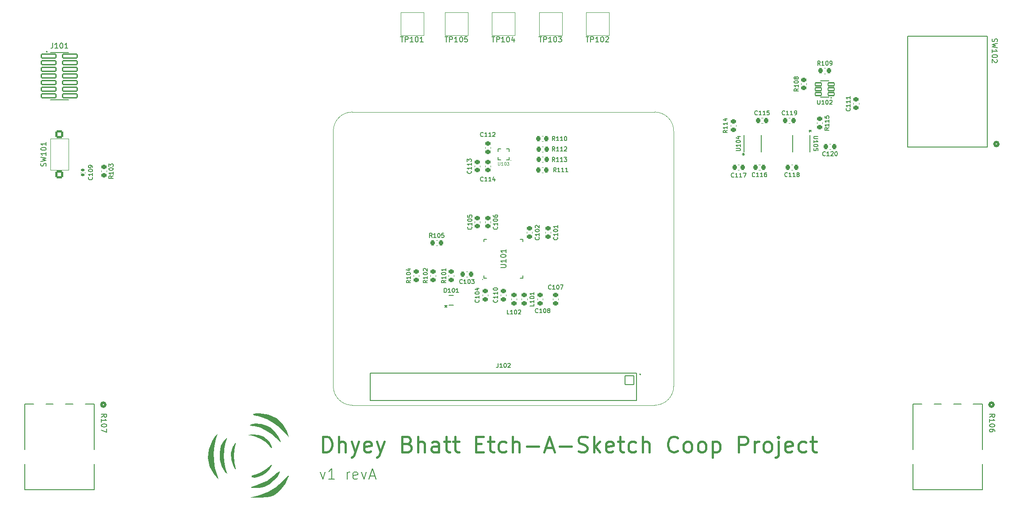
<source format=gbr>
%TF.GenerationSoftware,KiCad,Pcbnew,9.0.6*%
%TF.CreationDate,2025-12-12T05:38:23-05:00*%
%TF.ProjectId,etch_a_sketch,65746368-5f61-45f7-936b-657463682e6b,rev?*%
%TF.SameCoordinates,Original*%
%TF.FileFunction,Legend,Top*%
%TF.FilePolarity,Positive*%
%FSLAX46Y46*%
G04 Gerber Fmt 4.6, Leading zero omitted, Abs format (unit mm)*
G04 Created by KiCad (PCBNEW 9.0.6) date 2025-12-12 05:38:23*
%MOMM*%
%LPD*%
G01*
G04 APERTURE LIST*
G04 Aperture macros list*
%AMRoundRect*
0 Rectangle with rounded corners*
0 $1 Rounding radius*
0 $2 $3 $4 $5 $6 $7 $8 $9 X,Y pos of 4 corners*
0 Add a 4 corners polygon primitive as box body*
4,1,4,$2,$3,$4,$5,$6,$7,$8,$9,$2,$3,0*
0 Add four circle primitives for the rounded corners*
1,1,$1+$1,$2,$3*
1,1,$1+$1,$4,$5*
1,1,$1+$1,$6,$7*
1,1,$1+$1,$8,$9*
0 Add four rect primitives between the rounded corners*
20,1,$1+$1,$2,$3,$4,$5,0*
20,1,$1+$1,$4,$5,$6,$7,0*
20,1,$1+$1,$6,$7,$8,$9,0*
20,1,$1+$1,$8,$9,$2,$3,0*%
G04 Aperture macros list end*
%ADD10C,0.400000*%
%ADD11C,0.200000*%
%ADD12C,0.050000*%
%ADD13C,0.100000*%
%ADD14C,0.150000*%
%ADD15C,0.127000*%
%ADD16C,0.120000*%
%ADD17C,0.508000*%
%ADD18C,0.152400*%
%ADD19C,0.000000*%
%ADD20R,0.400000X0.350000*%
%ADD21R,0.350000X0.400000*%
%ADD22RoundRect,0.225000X-0.250000X0.225000X-0.250000X-0.225000X0.250000X-0.225000X0.250000X0.225000X0*%
%ADD23RoundRect,0.225000X0.250000X-0.225000X0.250000X0.225000X-0.250000X0.225000X-0.250000X-0.225000X0*%
%ADD24C,5.500000*%
%ADD25C,3.600000*%
%ADD26C,1.701800*%
%ADD27C,3.327400*%
%ADD28RoundRect,0.102000X-1.395000X0.370000X-1.395000X-0.370000X1.395000X-0.370000X1.395000X0.370000X0*%
%ADD29C,1.020000*%
%ADD30RoundRect,0.140000X0.170000X-0.140000X0.170000X0.140000X-0.170000X0.140000X-0.170000X-0.140000X0*%
%ADD31RoundRect,0.225000X-0.225000X-0.250000X0.225000X-0.250000X0.225000X0.250000X-0.225000X0.250000X0*%
%ADD32RoundRect,0.225000X0.225000X0.250000X-0.225000X0.250000X-0.225000X-0.250000X0.225000X-0.250000X0*%
%ADD33R,4.000000X4.000000*%
%ADD34RoundRect,0.098000X0.609000X0.294000X-0.609000X0.294000X-0.609000X-0.294000X0.609000X-0.294000X0*%
%ADD35R,0.457200X1.828800*%
%ADD36R,0.304800X1.193800*%
%ADD37R,1.193800X0.304800*%
%ADD38O,6.000000X1.750000*%
%ADD39RoundRect,0.102000X0.825000X0.825000X-0.825000X0.825000X-0.825000X-0.825000X0.825000X-0.825000X0*%
%ADD40C,1.854000*%
%ADD41RoundRect,0.225000X0.525000X-0.525000X0.525000X0.525000X-0.525000X0.525000X-0.525000X-0.525000X0*%
%ADD42R,0.584200X0.457200*%
G04 APERTURE END LIST*
D10*
X115477442Y-137112057D02*
X115477442Y-134112057D01*
X115477442Y-134112057D02*
X116191728Y-134112057D01*
X116191728Y-134112057D02*
X116620299Y-134254914D01*
X116620299Y-134254914D02*
X116906014Y-134540628D01*
X116906014Y-134540628D02*
X117048871Y-134826342D01*
X117048871Y-134826342D02*
X117191728Y-135397771D01*
X117191728Y-135397771D02*
X117191728Y-135826342D01*
X117191728Y-135826342D02*
X117048871Y-136397771D01*
X117048871Y-136397771D02*
X116906014Y-136683485D01*
X116906014Y-136683485D02*
X116620299Y-136969200D01*
X116620299Y-136969200D02*
X116191728Y-137112057D01*
X116191728Y-137112057D02*
X115477442Y-137112057D01*
X118477442Y-137112057D02*
X118477442Y-134112057D01*
X119763157Y-137112057D02*
X119763157Y-135540628D01*
X119763157Y-135540628D02*
X119620299Y-135254914D01*
X119620299Y-135254914D02*
X119334585Y-135112057D01*
X119334585Y-135112057D02*
X118906014Y-135112057D01*
X118906014Y-135112057D02*
X118620299Y-135254914D01*
X118620299Y-135254914D02*
X118477442Y-135397771D01*
X120906014Y-135112057D02*
X121620300Y-137112057D01*
X122334585Y-135112057D02*
X121620300Y-137112057D01*
X121620300Y-137112057D02*
X121334585Y-137826342D01*
X121334585Y-137826342D02*
X121191728Y-137969200D01*
X121191728Y-137969200D02*
X120906014Y-138112057D01*
X124620299Y-136969200D02*
X124334585Y-137112057D01*
X124334585Y-137112057D02*
X123763157Y-137112057D01*
X123763157Y-137112057D02*
X123477442Y-136969200D01*
X123477442Y-136969200D02*
X123334585Y-136683485D01*
X123334585Y-136683485D02*
X123334585Y-135540628D01*
X123334585Y-135540628D02*
X123477442Y-135254914D01*
X123477442Y-135254914D02*
X123763157Y-135112057D01*
X123763157Y-135112057D02*
X124334585Y-135112057D01*
X124334585Y-135112057D02*
X124620299Y-135254914D01*
X124620299Y-135254914D02*
X124763157Y-135540628D01*
X124763157Y-135540628D02*
X124763157Y-135826342D01*
X124763157Y-135826342D02*
X123334585Y-136112057D01*
X125763157Y-135112057D02*
X126477443Y-137112057D01*
X127191728Y-135112057D02*
X126477443Y-137112057D01*
X126477443Y-137112057D02*
X126191728Y-137826342D01*
X126191728Y-137826342D02*
X126048871Y-137969200D01*
X126048871Y-137969200D02*
X125763157Y-138112057D01*
X131620299Y-135540628D02*
X132048871Y-135683485D01*
X132048871Y-135683485D02*
X132191728Y-135826342D01*
X132191728Y-135826342D02*
X132334585Y-136112057D01*
X132334585Y-136112057D02*
X132334585Y-136540628D01*
X132334585Y-136540628D02*
X132191728Y-136826342D01*
X132191728Y-136826342D02*
X132048871Y-136969200D01*
X132048871Y-136969200D02*
X131763156Y-137112057D01*
X131763156Y-137112057D02*
X130620299Y-137112057D01*
X130620299Y-137112057D02*
X130620299Y-134112057D01*
X130620299Y-134112057D02*
X131620299Y-134112057D01*
X131620299Y-134112057D02*
X131906014Y-134254914D01*
X131906014Y-134254914D02*
X132048871Y-134397771D01*
X132048871Y-134397771D02*
X132191728Y-134683485D01*
X132191728Y-134683485D02*
X132191728Y-134969200D01*
X132191728Y-134969200D02*
X132048871Y-135254914D01*
X132048871Y-135254914D02*
X131906014Y-135397771D01*
X131906014Y-135397771D02*
X131620299Y-135540628D01*
X131620299Y-135540628D02*
X130620299Y-135540628D01*
X133620299Y-137112057D02*
X133620299Y-134112057D01*
X134906014Y-137112057D02*
X134906014Y-135540628D01*
X134906014Y-135540628D02*
X134763156Y-135254914D01*
X134763156Y-135254914D02*
X134477442Y-135112057D01*
X134477442Y-135112057D02*
X134048871Y-135112057D01*
X134048871Y-135112057D02*
X133763156Y-135254914D01*
X133763156Y-135254914D02*
X133620299Y-135397771D01*
X137620300Y-137112057D02*
X137620300Y-135540628D01*
X137620300Y-135540628D02*
X137477442Y-135254914D01*
X137477442Y-135254914D02*
X137191728Y-135112057D01*
X137191728Y-135112057D02*
X136620300Y-135112057D01*
X136620300Y-135112057D02*
X136334585Y-135254914D01*
X137620300Y-136969200D02*
X137334585Y-137112057D01*
X137334585Y-137112057D02*
X136620300Y-137112057D01*
X136620300Y-137112057D02*
X136334585Y-136969200D01*
X136334585Y-136969200D02*
X136191728Y-136683485D01*
X136191728Y-136683485D02*
X136191728Y-136397771D01*
X136191728Y-136397771D02*
X136334585Y-136112057D01*
X136334585Y-136112057D02*
X136620300Y-135969200D01*
X136620300Y-135969200D02*
X137334585Y-135969200D01*
X137334585Y-135969200D02*
X137620300Y-135826342D01*
X138620300Y-135112057D02*
X139763157Y-135112057D01*
X139048871Y-134112057D02*
X139048871Y-136683485D01*
X139048871Y-136683485D02*
X139191728Y-136969200D01*
X139191728Y-136969200D02*
X139477443Y-137112057D01*
X139477443Y-137112057D02*
X139763157Y-137112057D01*
X140334586Y-135112057D02*
X141477443Y-135112057D01*
X140763157Y-134112057D02*
X140763157Y-136683485D01*
X140763157Y-136683485D02*
X140906014Y-136969200D01*
X140906014Y-136969200D02*
X141191729Y-137112057D01*
X141191729Y-137112057D02*
X141477443Y-137112057D01*
X144763157Y-135540628D02*
X145763157Y-135540628D01*
X146191729Y-137112057D02*
X144763157Y-137112057D01*
X144763157Y-137112057D02*
X144763157Y-134112057D01*
X144763157Y-134112057D02*
X146191729Y-134112057D01*
X147048872Y-135112057D02*
X148191729Y-135112057D01*
X147477443Y-134112057D02*
X147477443Y-136683485D01*
X147477443Y-136683485D02*
X147620300Y-136969200D01*
X147620300Y-136969200D02*
X147906015Y-137112057D01*
X147906015Y-137112057D02*
X148191729Y-137112057D01*
X150477444Y-136969200D02*
X150191729Y-137112057D01*
X150191729Y-137112057D02*
X149620301Y-137112057D01*
X149620301Y-137112057D02*
X149334586Y-136969200D01*
X149334586Y-136969200D02*
X149191729Y-136826342D01*
X149191729Y-136826342D02*
X149048872Y-136540628D01*
X149048872Y-136540628D02*
X149048872Y-135683485D01*
X149048872Y-135683485D02*
X149191729Y-135397771D01*
X149191729Y-135397771D02*
X149334586Y-135254914D01*
X149334586Y-135254914D02*
X149620301Y-135112057D01*
X149620301Y-135112057D02*
X150191729Y-135112057D01*
X150191729Y-135112057D02*
X150477444Y-135254914D01*
X151763158Y-137112057D02*
X151763158Y-134112057D01*
X153048873Y-137112057D02*
X153048873Y-135540628D01*
X153048873Y-135540628D02*
X152906015Y-135254914D01*
X152906015Y-135254914D02*
X152620301Y-135112057D01*
X152620301Y-135112057D02*
X152191730Y-135112057D01*
X152191730Y-135112057D02*
X151906015Y-135254914D01*
X151906015Y-135254914D02*
X151763158Y-135397771D01*
X154477444Y-135969200D02*
X156763159Y-135969200D01*
X158048873Y-136254914D02*
X159477445Y-136254914D01*
X157763159Y-137112057D02*
X158763159Y-134112057D01*
X158763159Y-134112057D02*
X159763159Y-137112057D01*
X160763159Y-135969200D02*
X163048874Y-135969200D01*
X164334588Y-136969200D02*
X164763160Y-137112057D01*
X164763160Y-137112057D02*
X165477445Y-137112057D01*
X165477445Y-137112057D02*
X165763160Y-136969200D01*
X165763160Y-136969200D02*
X165906017Y-136826342D01*
X165906017Y-136826342D02*
X166048874Y-136540628D01*
X166048874Y-136540628D02*
X166048874Y-136254914D01*
X166048874Y-136254914D02*
X165906017Y-135969200D01*
X165906017Y-135969200D02*
X165763160Y-135826342D01*
X165763160Y-135826342D02*
X165477445Y-135683485D01*
X165477445Y-135683485D02*
X164906017Y-135540628D01*
X164906017Y-135540628D02*
X164620302Y-135397771D01*
X164620302Y-135397771D02*
X164477445Y-135254914D01*
X164477445Y-135254914D02*
X164334588Y-134969200D01*
X164334588Y-134969200D02*
X164334588Y-134683485D01*
X164334588Y-134683485D02*
X164477445Y-134397771D01*
X164477445Y-134397771D02*
X164620302Y-134254914D01*
X164620302Y-134254914D02*
X164906017Y-134112057D01*
X164906017Y-134112057D02*
X165620302Y-134112057D01*
X165620302Y-134112057D02*
X166048874Y-134254914D01*
X167334588Y-137112057D02*
X167334588Y-134112057D01*
X167620303Y-135969200D02*
X168477445Y-137112057D01*
X168477445Y-135112057D02*
X167334588Y-136254914D01*
X170906016Y-136969200D02*
X170620302Y-137112057D01*
X170620302Y-137112057D02*
X170048874Y-137112057D01*
X170048874Y-137112057D02*
X169763159Y-136969200D01*
X169763159Y-136969200D02*
X169620302Y-136683485D01*
X169620302Y-136683485D02*
X169620302Y-135540628D01*
X169620302Y-135540628D02*
X169763159Y-135254914D01*
X169763159Y-135254914D02*
X170048874Y-135112057D01*
X170048874Y-135112057D02*
X170620302Y-135112057D01*
X170620302Y-135112057D02*
X170906016Y-135254914D01*
X170906016Y-135254914D02*
X171048874Y-135540628D01*
X171048874Y-135540628D02*
X171048874Y-135826342D01*
X171048874Y-135826342D02*
X169620302Y-136112057D01*
X171906017Y-135112057D02*
X173048874Y-135112057D01*
X172334588Y-134112057D02*
X172334588Y-136683485D01*
X172334588Y-136683485D02*
X172477445Y-136969200D01*
X172477445Y-136969200D02*
X172763160Y-137112057D01*
X172763160Y-137112057D02*
X173048874Y-137112057D01*
X175334589Y-136969200D02*
X175048874Y-137112057D01*
X175048874Y-137112057D02*
X174477446Y-137112057D01*
X174477446Y-137112057D02*
X174191731Y-136969200D01*
X174191731Y-136969200D02*
X174048874Y-136826342D01*
X174048874Y-136826342D02*
X173906017Y-136540628D01*
X173906017Y-136540628D02*
X173906017Y-135683485D01*
X173906017Y-135683485D02*
X174048874Y-135397771D01*
X174048874Y-135397771D02*
X174191731Y-135254914D01*
X174191731Y-135254914D02*
X174477446Y-135112057D01*
X174477446Y-135112057D02*
X175048874Y-135112057D01*
X175048874Y-135112057D02*
X175334589Y-135254914D01*
X176620303Y-137112057D02*
X176620303Y-134112057D01*
X177906018Y-137112057D02*
X177906018Y-135540628D01*
X177906018Y-135540628D02*
X177763160Y-135254914D01*
X177763160Y-135254914D02*
X177477446Y-135112057D01*
X177477446Y-135112057D02*
X177048875Y-135112057D01*
X177048875Y-135112057D02*
X176763160Y-135254914D01*
X176763160Y-135254914D02*
X176620303Y-135397771D01*
X183334589Y-136826342D02*
X183191732Y-136969200D01*
X183191732Y-136969200D02*
X182763160Y-137112057D01*
X182763160Y-137112057D02*
X182477446Y-137112057D01*
X182477446Y-137112057D02*
X182048875Y-136969200D01*
X182048875Y-136969200D02*
X181763160Y-136683485D01*
X181763160Y-136683485D02*
X181620303Y-136397771D01*
X181620303Y-136397771D02*
X181477446Y-135826342D01*
X181477446Y-135826342D02*
X181477446Y-135397771D01*
X181477446Y-135397771D02*
X181620303Y-134826342D01*
X181620303Y-134826342D02*
X181763160Y-134540628D01*
X181763160Y-134540628D02*
X182048875Y-134254914D01*
X182048875Y-134254914D02*
X182477446Y-134112057D01*
X182477446Y-134112057D02*
X182763160Y-134112057D01*
X182763160Y-134112057D02*
X183191732Y-134254914D01*
X183191732Y-134254914D02*
X183334589Y-134397771D01*
X185048875Y-137112057D02*
X184763160Y-136969200D01*
X184763160Y-136969200D02*
X184620303Y-136826342D01*
X184620303Y-136826342D02*
X184477446Y-136540628D01*
X184477446Y-136540628D02*
X184477446Y-135683485D01*
X184477446Y-135683485D02*
X184620303Y-135397771D01*
X184620303Y-135397771D02*
X184763160Y-135254914D01*
X184763160Y-135254914D02*
X185048875Y-135112057D01*
X185048875Y-135112057D02*
X185477446Y-135112057D01*
X185477446Y-135112057D02*
X185763160Y-135254914D01*
X185763160Y-135254914D02*
X185906018Y-135397771D01*
X185906018Y-135397771D02*
X186048875Y-135683485D01*
X186048875Y-135683485D02*
X186048875Y-136540628D01*
X186048875Y-136540628D02*
X185906018Y-136826342D01*
X185906018Y-136826342D02*
X185763160Y-136969200D01*
X185763160Y-136969200D02*
X185477446Y-137112057D01*
X185477446Y-137112057D02*
X185048875Y-137112057D01*
X187763161Y-137112057D02*
X187477446Y-136969200D01*
X187477446Y-136969200D02*
X187334589Y-136826342D01*
X187334589Y-136826342D02*
X187191732Y-136540628D01*
X187191732Y-136540628D02*
X187191732Y-135683485D01*
X187191732Y-135683485D02*
X187334589Y-135397771D01*
X187334589Y-135397771D02*
X187477446Y-135254914D01*
X187477446Y-135254914D02*
X187763161Y-135112057D01*
X187763161Y-135112057D02*
X188191732Y-135112057D01*
X188191732Y-135112057D02*
X188477446Y-135254914D01*
X188477446Y-135254914D02*
X188620304Y-135397771D01*
X188620304Y-135397771D02*
X188763161Y-135683485D01*
X188763161Y-135683485D02*
X188763161Y-136540628D01*
X188763161Y-136540628D02*
X188620304Y-136826342D01*
X188620304Y-136826342D02*
X188477446Y-136969200D01*
X188477446Y-136969200D02*
X188191732Y-137112057D01*
X188191732Y-137112057D02*
X187763161Y-137112057D01*
X190048875Y-135112057D02*
X190048875Y-138112057D01*
X190048875Y-135254914D02*
X190334590Y-135112057D01*
X190334590Y-135112057D02*
X190906018Y-135112057D01*
X190906018Y-135112057D02*
X191191732Y-135254914D01*
X191191732Y-135254914D02*
X191334590Y-135397771D01*
X191334590Y-135397771D02*
X191477447Y-135683485D01*
X191477447Y-135683485D02*
X191477447Y-136540628D01*
X191477447Y-136540628D02*
X191334590Y-136826342D01*
X191334590Y-136826342D02*
X191191732Y-136969200D01*
X191191732Y-136969200D02*
X190906018Y-137112057D01*
X190906018Y-137112057D02*
X190334590Y-137112057D01*
X190334590Y-137112057D02*
X190048875Y-136969200D01*
X195048875Y-137112057D02*
X195048875Y-134112057D01*
X195048875Y-134112057D02*
X196191732Y-134112057D01*
X196191732Y-134112057D02*
X196477447Y-134254914D01*
X196477447Y-134254914D02*
X196620304Y-134397771D01*
X196620304Y-134397771D02*
X196763161Y-134683485D01*
X196763161Y-134683485D02*
X196763161Y-135112057D01*
X196763161Y-135112057D02*
X196620304Y-135397771D01*
X196620304Y-135397771D02*
X196477447Y-135540628D01*
X196477447Y-135540628D02*
X196191732Y-135683485D01*
X196191732Y-135683485D02*
X195048875Y-135683485D01*
X198048875Y-137112057D02*
X198048875Y-135112057D01*
X198048875Y-135683485D02*
X198191732Y-135397771D01*
X198191732Y-135397771D02*
X198334590Y-135254914D01*
X198334590Y-135254914D02*
X198620304Y-135112057D01*
X198620304Y-135112057D02*
X198906018Y-135112057D01*
X200334590Y-137112057D02*
X200048875Y-136969200D01*
X200048875Y-136969200D02*
X199906018Y-136826342D01*
X199906018Y-136826342D02*
X199763161Y-136540628D01*
X199763161Y-136540628D02*
X199763161Y-135683485D01*
X199763161Y-135683485D02*
X199906018Y-135397771D01*
X199906018Y-135397771D02*
X200048875Y-135254914D01*
X200048875Y-135254914D02*
X200334590Y-135112057D01*
X200334590Y-135112057D02*
X200763161Y-135112057D01*
X200763161Y-135112057D02*
X201048875Y-135254914D01*
X201048875Y-135254914D02*
X201191733Y-135397771D01*
X201191733Y-135397771D02*
X201334590Y-135683485D01*
X201334590Y-135683485D02*
X201334590Y-136540628D01*
X201334590Y-136540628D02*
X201191733Y-136826342D01*
X201191733Y-136826342D02*
X201048875Y-136969200D01*
X201048875Y-136969200D02*
X200763161Y-137112057D01*
X200763161Y-137112057D02*
X200334590Y-137112057D01*
X202620304Y-135112057D02*
X202620304Y-137683485D01*
X202620304Y-137683485D02*
X202477447Y-137969200D01*
X202477447Y-137969200D02*
X202191733Y-138112057D01*
X202191733Y-138112057D02*
X202048876Y-138112057D01*
X202620304Y-134112057D02*
X202477447Y-134254914D01*
X202477447Y-134254914D02*
X202620304Y-134397771D01*
X202620304Y-134397771D02*
X202763161Y-134254914D01*
X202763161Y-134254914D02*
X202620304Y-134112057D01*
X202620304Y-134112057D02*
X202620304Y-134397771D01*
X205191732Y-136969200D02*
X204906018Y-137112057D01*
X204906018Y-137112057D02*
X204334590Y-137112057D01*
X204334590Y-137112057D02*
X204048875Y-136969200D01*
X204048875Y-136969200D02*
X203906018Y-136683485D01*
X203906018Y-136683485D02*
X203906018Y-135540628D01*
X203906018Y-135540628D02*
X204048875Y-135254914D01*
X204048875Y-135254914D02*
X204334590Y-135112057D01*
X204334590Y-135112057D02*
X204906018Y-135112057D01*
X204906018Y-135112057D02*
X205191732Y-135254914D01*
X205191732Y-135254914D02*
X205334590Y-135540628D01*
X205334590Y-135540628D02*
X205334590Y-135826342D01*
X205334590Y-135826342D02*
X203906018Y-136112057D01*
X207906019Y-136969200D02*
X207620304Y-137112057D01*
X207620304Y-137112057D02*
X207048876Y-137112057D01*
X207048876Y-137112057D02*
X206763161Y-136969200D01*
X206763161Y-136969200D02*
X206620304Y-136826342D01*
X206620304Y-136826342D02*
X206477447Y-136540628D01*
X206477447Y-136540628D02*
X206477447Y-135683485D01*
X206477447Y-135683485D02*
X206620304Y-135397771D01*
X206620304Y-135397771D02*
X206763161Y-135254914D01*
X206763161Y-135254914D02*
X207048876Y-135112057D01*
X207048876Y-135112057D02*
X207620304Y-135112057D01*
X207620304Y-135112057D02*
X207906019Y-135254914D01*
X208763162Y-135112057D02*
X209906019Y-135112057D01*
X209191733Y-134112057D02*
X209191733Y-136683485D01*
X209191733Y-136683485D02*
X209334590Y-136969200D01*
X209334590Y-136969200D02*
X209620305Y-137112057D01*
X209620305Y-137112057D02*
X209906019Y-137112057D01*
D11*
X114917292Y-140911504D02*
X115393482Y-142244838D01*
X115393482Y-142244838D02*
X115869673Y-140911504D01*
X117679197Y-142244838D02*
X116536340Y-142244838D01*
X117107768Y-142244838D02*
X117107768Y-140244838D01*
X117107768Y-140244838D02*
X116917292Y-140530552D01*
X116917292Y-140530552D02*
X116726816Y-140721028D01*
X116726816Y-140721028D02*
X116536340Y-140816266D01*
X120060150Y-142244838D02*
X120060150Y-140911504D01*
X120060150Y-141292457D02*
X120155388Y-141101980D01*
X120155388Y-141101980D02*
X120250626Y-141006742D01*
X120250626Y-141006742D02*
X120441102Y-140911504D01*
X120441102Y-140911504D02*
X120631579Y-140911504D01*
X122060150Y-142149600D02*
X121869674Y-142244838D01*
X121869674Y-142244838D02*
X121488721Y-142244838D01*
X121488721Y-142244838D02*
X121298245Y-142149600D01*
X121298245Y-142149600D02*
X121203007Y-141959123D01*
X121203007Y-141959123D02*
X121203007Y-141197219D01*
X121203007Y-141197219D02*
X121298245Y-141006742D01*
X121298245Y-141006742D02*
X121488721Y-140911504D01*
X121488721Y-140911504D02*
X121869674Y-140911504D01*
X121869674Y-140911504D02*
X122060150Y-141006742D01*
X122060150Y-141006742D02*
X122155388Y-141197219D01*
X122155388Y-141197219D02*
X122155388Y-141387695D01*
X122155388Y-141387695D02*
X121203007Y-141578171D01*
X122822055Y-140911504D02*
X123298245Y-142244838D01*
X123298245Y-142244838D02*
X123774436Y-140911504D01*
X124441103Y-141673409D02*
X125393484Y-141673409D01*
X124250627Y-142244838D02*
X124917293Y-140244838D01*
X124917293Y-140244838D02*
X125583960Y-142244838D01*
D12*
X178945000Y-128105000D02*
X121055000Y-128105000D01*
X121055000Y-128105000D02*
G75*
G02*
X117425000Y-124475000I0J3630000D01*
G01*
X121055000Y-71895000D02*
X178945000Y-71895000D01*
X117425000Y-124475000D02*
X117425000Y-75525000D01*
X182575000Y-75525000D02*
X182575000Y-124475000D01*
X117425000Y-75525000D02*
G75*
G02*
X121055000Y-71895000I3630000J0D01*
G01*
X178945000Y-71895000D02*
G75*
G02*
X182575000Y-75525000I0J-3630000D01*
G01*
X182575000Y-124475000D02*
G75*
G02*
X178945000Y-128105000I-3630000J0D01*
G01*
D13*
X148947390Y-81479879D02*
X148947390Y-81965593D01*
X148947390Y-81965593D02*
X148975961Y-82022736D01*
X148975961Y-82022736D02*
X149004533Y-82051308D01*
X149004533Y-82051308D02*
X149061675Y-82079879D01*
X149061675Y-82079879D02*
X149175961Y-82079879D01*
X149175961Y-82079879D02*
X149233104Y-82051308D01*
X149233104Y-82051308D02*
X149261675Y-82022736D01*
X149261675Y-82022736D02*
X149290247Y-81965593D01*
X149290247Y-81965593D02*
X149290247Y-81479879D01*
X149890246Y-82079879D02*
X149547389Y-82079879D01*
X149718818Y-82079879D02*
X149718818Y-81479879D01*
X149718818Y-81479879D02*
X149661675Y-81565593D01*
X149661675Y-81565593D02*
X149604532Y-81622736D01*
X149604532Y-81622736D02*
X149547389Y-81651308D01*
X150261675Y-81479879D02*
X150318818Y-81479879D01*
X150318818Y-81479879D02*
X150375961Y-81508450D01*
X150375961Y-81508450D02*
X150404533Y-81537022D01*
X150404533Y-81537022D02*
X150433104Y-81594165D01*
X150433104Y-81594165D02*
X150461675Y-81708450D01*
X150461675Y-81708450D02*
X150461675Y-81851308D01*
X150461675Y-81851308D02*
X150433104Y-81965593D01*
X150433104Y-81965593D02*
X150404533Y-82022736D01*
X150404533Y-82022736D02*
X150375961Y-82051308D01*
X150375961Y-82051308D02*
X150318818Y-82079879D01*
X150318818Y-82079879D02*
X150261675Y-82079879D01*
X150261675Y-82079879D02*
X150204533Y-82051308D01*
X150204533Y-82051308D02*
X150175961Y-82022736D01*
X150175961Y-82022736D02*
X150147390Y-81965593D01*
X150147390Y-81965593D02*
X150118818Y-81851308D01*
X150118818Y-81851308D02*
X150118818Y-81708450D01*
X150118818Y-81708450D02*
X150147390Y-81594165D01*
X150147390Y-81594165D02*
X150175961Y-81537022D01*
X150175961Y-81537022D02*
X150204533Y-81508450D01*
X150204533Y-81508450D02*
X150261675Y-81479879D01*
X150661676Y-81479879D02*
X151033104Y-81479879D01*
X151033104Y-81479879D02*
X150833104Y-81708450D01*
X150833104Y-81708450D02*
X150918819Y-81708450D01*
X150918819Y-81708450D02*
X150975962Y-81737022D01*
X150975962Y-81737022D02*
X151004533Y-81765593D01*
X151004533Y-81765593D02*
X151033104Y-81822736D01*
X151033104Y-81822736D02*
X151033104Y-81965593D01*
X151033104Y-81965593D02*
X151004533Y-82022736D01*
X151004533Y-82022736D02*
X150975962Y-82051308D01*
X150975962Y-82051308D02*
X150918819Y-82079879D01*
X150918819Y-82079879D02*
X150747390Y-82079879D01*
X150747390Y-82079879D02*
X150690247Y-82051308D01*
X150690247Y-82051308D02*
X150661676Y-82022736D01*
D14*
X146104762Y-85061104D02*
X146066666Y-85099200D01*
X146066666Y-85099200D02*
X145952381Y-85137295D01*
X145952381Y-85137295D02*
X145876190Y-85137295D01*
X145876190Y-85137295D02*
X145761904Y-85099200D01*
X145761904Y-85099200D02*
X145685714Y-85023009D01*
X145685714Y-85023009D02*
X145647619Y-84946819D01*
X145647619Y-84946819D02*
X145609523Y-84794438D01*
X145609523Y-84794438D02*
X145609523Y-84680152D01*
X145609523Y-84680152D02*
X145647619Y-84527771D01*
X145647619Y-84527771D02*
X145685714Y-84451580D01*
X145685714Y-84451580D02*
X145761904Y-84375390D01*
X145761904Y-84375390D02*
X145876190Y-84337295D01*
X145876190Y-84337295D02*
X145952381Y-84337295D01*
X145952381Y-84337295D02*
X146066666Y-84375390D01*
X146066666Y-84375390D02*
X146104762Y-84413485D01*
X146866666Y-85137295D02*
X146409523Y-85137295D01*
X146638095Y-85137295D02*
X146638095Y-84337295D01*
X146638095Y-84337295D02*
X146561904Y-84451580D01*
X146561904Y-84451580D02*
X146485714Y-84527771D01*
X146485714Y-84527771D02*
X146409523Y-84565866D01*
X147628571Y-85137295D02*
X147171428Y-85137295D01*
X147400000Y-85137295D02*
X147400000Y-84337295D01*
X147400000Y-84337295D02*
X147323809Y-84451580D01*
X147323809Y-84451580D02*
X147247619Y-84527771D01*
X147247619Y-84527771D02*
X147171428Y-84565866D01*
X148314286Y-84603961D02*
X148314286Y-85137295D01*
X148123810Y-84299200D02*
X147933333Y-84870628D01*
X147933333Y-84870628D02*
X148428572Y-84870628D01*
X143786104Y-83170237D02*
X143824200Y-83208333D01*
X143824200Y-83208333D02*
X143862295Y-83322618D01*
X143862295Y-83322618D02*
X143862295Y-83398809D01*
X143862295Y-83398809D02*
X143824200Y-83513095D01*
X143824200Y-83513095D02*
X143748009Y-83589285D01*
X143748009Y-83589285D02*
X143671819Y-83627380D01*
X143671819Y-83627380D02*
X143519438Y-83665476D01*
X143519438Y-83665476D02*
X143405152Y-83665476D01*
X143405152Y-83665476D02*
X143252771Y-83627380D01*
X143252771Y-83627380D02*
X143176580Y-83589285D01*
X143176580Y-83589285D02*
X143100390Y-83513095D01*
X143100390Y-83513095D02*
X143062295Y-83398809D01*
X143062295Y-83398809D02*
X143062295Y-83322618D01*
X143062295Y-83322618D02*
X143100390Y-83208333D01*
X143100390Y-83208333D02*
X143138485Y-83170237D01*
X143862295Y-82408333D02*
X143862295Y-82865476D01*
X143862295Y-82636904D02*
X143062295Y-82636904D01*
X143062295Y-82636904D02*
X143176580Y-82713095D01*
X143176580Y-82713095D02*
X143252771Y-82789285D01*
X143252771Y-82789285D02*
X143290866Y-82865476D01*
X143862295Y-81646428D02*
X143862295Y-82103571D01*
X143862295Y-81874999D02*
X143062295Y-81874999D01*
X143062295Y-81874999D02*
X143176580Y-81951190D01*
X143176580Y-81951190D02*
X143252771Y-82027380D01*
X143252771Y-82027380D02*
X143290866Y-82103571D01*
X143062295Y-81379761D02*
X143062295Y-80884523D01*
X143062295Y-80884523D02*
X143367057Y-81151189D01*
X143367057Y-81151189D02*
X143367057Y-81036904D01*
X143367057Y-81036904D02*
X143405152Y-80960713D01*
X143405152Y-80960713D02*
X143443247Y-80922618D01*
X143443247Y-80922618D02*
X143519438Y-80884523D01*
X143519438Y-80884523D02*
X143709914Y-80884523D01*
X143709914Y-80884523D02*
X143786104Y-80922618D01*
X143786104Y-80922618D02*
X143824200Y-80960713D01*
X143824200Y-80960713D02*
X143862295Y-81036904D01*
X143862295Y-81036904D02*
X143862295Y-81265475D01*
X143862295Y-81265475D02*
X143824200Y-81341666D01*
X143824200Y-81341666D02*
X143786104Y-81379761D01*
X73045180Y-130380952D02*
X73521371Y-130047619D01*
X73045180Y-129809524D02*
X74045180Y-129809524D01*
X74045180Y-129809524D02*
X74045180Y-130190476D01*
X74045180Y-130190476D02*
X73997561Y-130285714D01*
X73997561Y-130285714D02*
X73949942Y-130333333D01*
X73949942Y-130333333D02*
X73854704Y-130380952D01*
X73854704Y-130380952D02*
X73711847Y-130380952D01*
X73711847Y-130380952D02*
X73616609Y-130333333D01*
X73616609Y-130333333D02*
X73568990Y-130285714D01*
X73568990Y-130285714D02*
X73521371Y-130190476D01*
X73521371Y-130190476D02*
X73521371Y-129809524D01*
X73045180Y-131333333D02*
X73045180Y-130761905D01*
X73045180Y-131047619D02*
X74045180Y-131047619D01*
X74045180Y-131047619D02*
X73902323Y-130952381D01*
X73902323Y-130952381D02*
X73807085Y-130857143D01*
X73807085Y-130857143D02*
X73759466Y-130761905D01*
X74045180Y-131952381D02*
X74045180Y-132047619D01*
X74045180Y-132047619D02*
X73997561Y-132142857D01*
X73997561Y-132142857D02*
X73949942Y-132190476D01*
X73949942Y-132190476D02*
X73854704Y-132238095D01*
X73854704Y-132238095D02*
X73664228Y-132285714D01*
X73664228Y-132285714D02*
X73426133Y-132285714D01*
X73426133Y-132285714D02*
X73235657Y-132238095D01*
X73235657Y-132238095D02*
X73140419Y-132190476D01*
X73140419Y-132190476D02*
X73092800Y-132142857D01*
X73092800Y-132142857D02*
X73045180Y-132047619D01*
X73045180Y-132047619D02*
X73045180Y-131952381D01*
X73045180Y-131952381D02*
X73092800Y-131857143D01*
X73092800Y-131857143D02*
X73140419Y-131809524D01*
X73140419Y-131809524D02*
X73235657Y-131761905D01*
X73235657Y-131761905D02*
X73426133Y-131714286D01*
X73426133Y-131714286D02*
X73664228Y-131714286D01*
X73664228Y-131714286D02*
X73854704Y-131761905D01*
X73854704Y-131761905D02*
X73949942Y-131809524D01*
X73949942Y-131809524D02*
X73997561Y-131857143D01*
X73997561Y-131857143D02*
X74045180Y-131952381D01*
X74045180Y-132619048D02*
X74045180Y-133285714D01*
X74045180Y-133285714D02*
X73045180Y-132857143D01*
X243045180Y-130380952D02*
X243521371Y-130047619D01*
X243045180Y-129809524D02*
X244045180Y-129809524D01*
X244045180Y-129809524D02*
X244045180Y-130190476D01*
X244045180Y-130190476D02*
X243997561Y-130285714D01*
X243997561Y-130285714D02*
X243949942Y-130333333D01*
X243949942Y-130333333D02*
X243854704Y-130380952D01*
X243854704Y-130380952D02*
X243711847Y-130380952D01*
X243711847Y-130380952D02*
X243616609Y-130333333D01*
X243616609Y-130333333D02*
X243568990Y-130285714D01*
X243568990Y-130285714D02*
X243521371Y-130190476D01*
X243521371Y-130190476D02*
X243521371Y-129809524D01*
X243045180Y-131333333D02*
X243045180Y-130761905D01*
X243045180Y-131047619D02*
X244045180Y-131047619D01*
X244045180Y-131047619D02*
X243902323Y-130952381D01*
X243902323Y-130952381D02*
X243807085Y-130857143D01*
X243807085Y-130857143D02*
X243759466Y-130761905D01*
X244045180Y-131952381D02*
X244045180Y-132047619D01*
X244045180Y-132047619D02*
X243997561Y-132142857D01*
X243997561Y-132142857D02*
X243949942Y-132190476D01*
X243949942Y-132190476D02*
X243854704Y-132238095D01*
X243854704Y-132238095D02*
X243664228Y-132285714D01*
X243664228Y-132285714D02*
X243426133Y-132285714D01*
X243426133Y-132285714D02*
X243235657Y-132238095D01*
X243235657Y-132238095D02*
X243140419Y-132190476D01*
X243140419Y-132190476D02*
X243092800Y-132142857D01*
X243092800Y-132142857D02*
X243045180Y-132047619D01*
X243045180Y-132047619D02*
X243045180Y-131952381D01*
X243045180Y-131952381D02*
X243092800Y-131857143D01*
X243092800Y-131857143D02*
X243140419Y-131809524D01*
X243140419Y-131809524D02*
X243235657Y-131761905D01*
X243235657Y-131761905D02*
X243426133Y-131714286D01*
X243426133Y-131714286D02*
X243664228Y-131714286D01*
X243664228Y-131714286D02*
X243854704Y-131761905D01*
X243854704Y-131761905D02*
X243949942Y-131809524D01*
X243949942Y-131809524D02*
X243997561Y-131857143D01*
X243997561Y-131857143D02*
X244045180Y-131952381D01*
X244045180Y-133142857D02*
X244045180Y-132952381D01*
X244045180Y-132952381D02*
X243997561Y-132857143D01*
X243997561Y-132857143D02*
X243949942Y-132809524D01*
X243949942Y-132809524D02*
X243807085Y-132714286D01*
X243807085Y-132714286D02*
X243616609Y-132666667D01*
X243616609Y-132666667D02*
X243235657Y-132666667D01*
X243235657Y-132666667D02*
X243140419Y-132714286D01*
X243140419Y-132714286D02*
X243092800Y-132761905D01*
X243092800Y-132761905D02*
X243045180Y-132857143D01*
X243045180Y-132857143D02*
X243045180Y-133047619D01*
X243045180Y-133047619D02*
X243092800Y-133142857D01*
X243092800Y-133142857D02*
X243140419Y-133190476D01*
X243140419Y-133190476D02*
X243235657Y-133238095D01*
X243235657Y-133238095D02*
X243473752Y-133238095D01*
X243473752Y-133238095D02*
X243568990Y-133190476D01*
X243568990Y-133190476D02*
X243616609Y-133142857D01*
X243616609Y-133142857D02*
X243664228Y-133047619D01*
X243664228Y-133047619D02*
X243664228Y-132857143D01*
X243664228Y-132857143D02*
X243616609Y-132761905D01*
X243616609Y-132761905D02*
X243568990Y-132714286D01*
X243568990Y-132714286D02*
X243473752Y-132666667D01*
X63714285Y-58663619D02*
X63714285Y-59377904D01*
X63714285Y-59377904D02*
X63666666Y-59520761D01*
X63666666Y-59520761D02*
X63571428Y-59616000D01*
X63571428Y-59616000D02*
X63428571Y-59663619D01*
X63428571Y-59663619D02*
X63333333Y-59663619D01*
X64714285Y-59663619D02*
X64142857Y-59663619D01*
X64428571Y-59663619D02*
X64428571Y-58663619D01*
X64428571Y-58663619D02*
X64333333Y-58806476D01*
X64333333Y-58806476D02*
X64238095Y-58901714D01*
X64238095Y-58901714D02*
X64142857Y-58949333D01*
X65333333Y-58663619D02*
X65428571Y-58663619D01*
X65428571Y-58663619D02*
X65523809Y-58711238D01*
X65523809Y-58711238D02*
X65571428Y-58758857D01*
X65571428Y-58758857D02*
X65619047Y-58854095D01*
X65619047Y-58854095D02*
X65666666Y-59044571D01*
X65666666Y-59044571D02*
X65666666Y-59282666D01*
X65666666Y-59282666D02*
X65619047Y-59473142D01*
X65619047Y-59473142D02*
X65571428Y-59568380D01*
X65571428Y-59568380D02*
X65523809Y-59616000D01*
X65523809Y-59616000D02*
X65428571Y-59663619D01*
X65428571Y-59663619D02*
X65333333Y-59663619D01*
X65333333Y-59663619D02*
X65238095Y-59616000D01*
X65238095Y-59616000D02*
X65190476Y-59568380D01*
X65190476Y-59568380D02*
X65142857Y-59473142D01*
X65142857Y-59473142D02*
X65095238Y-59282666D01*
X65095238Y-59282666D02*
X65095238Y-59044571D01*
X65095238Y-59044571D02*
X65142857Y-58854095D01*
X65142857Y-58854095D02*
X65190476Y-58758857D01*
X65190476Y-58758857D02*
X65238095Y-58711238D01*
X65238095Y-58711238D02*
X65333333Y-58663619D01*
X66619047Y-59663619D02*
X66047619Y-59663619D01*
X66333333Y-59663619D02*
X66333333Y-58663619D01*
X66333333Y-58663619D02*
X66238095Y-58806476D01*
X66238095Y-58806476D02*
X66142857Y-58901714D01*
X66142857Y-58901714D02*
X66047619Y-58949333D01*
X135432295Y-104170237D02*
X135051342Y-104436904D01*
X135432295Y-104627380D02*
X134632295Y-104627380D01*
X134632295Y-104627380D02*
X134632295Y-104322618D01*
X134632295Y-104322618D02*
X134670390Y-104246428D01*
X134670390Y-104246428D02*
X134708485Y-104208333D01*
X134708485Y-104208333D02*
X134784676Y-104170237D01*
X134784676Y-104170237D02*
X134898961Y-104170237D01*
X134898961Y-104170237D02*
X134975152Y-104208333D01*
X134975152Y-104208333D02*
X135013247Y-104246428D01*
X135013247Y-104246428D02*
X135051342Y-104322618D01*
X135051342Y-104322618D02*
X135051342Y-104627380D01*
X135432295Y-103408333D02*
X135432295Y-103865476D01*
X135432295Y-103636904D02*
X134632295Y-103636904D01*
X134632295Y-103636904D02*
X134746580Y-103713095D01*
X134746580Y-103713095D02*
X134822771Y-103789285D01*
X134822771Y-103789285D02*
X134860866Y-103865476D01*
X134632295Y-102913094D02*
X134632295Y-102836904D01*
X134632295Y-102836904D02*
X134670390Y-102760713D01*
X134670390Y-102760713D02*
X134708485Y-102722618D01*
X134708485Y-102722618D02*
X134784676Y-102684523D01*
X134784676Y-102684523D02*
X134937057Y-102646428D01*
X134937057Y-102646428D02*
X135127533Y-102646428D01*
X135127533Y-102646428D02*
X135279914Y-102684523D01*
X135279914Y-102684523D02*
X135356104Y-102722618D01*
X135356104Y-102722618D02*
X135394200Y-102760713D01*
X135394200Y-102760713D02*
X135432295Y-102836904D01*
X135432295Y-102836904D02*
X135432295Y-102913094D01*
X135432295Y-102913094D02*
X135394200Y-102989285D01*
X135394200Y-102989285D02*
X135356104Y-103027380D01*
X135356104Y-103027380D02*
X135279914Y-103065475D01*
X135279914Y-103065475D02*
X135127533Y-103103571D01*
X135127533Y-103103571D02*
X134937057Y-103103571D01*
X134937057Y-103103571D02*
X134784676Y-103065475D01*
X134784676Y-103065475D02*
X134708485Y-103027380D01*
X134708485Y-103027380D02*
X134670390Y-102989285D01*
X134670390Y-102989285D02*
X134632295Y-102913094D01*
X134708485Y-102341666D02*
X134670390Y-102303570D01*
X134670390Y-102303570D02*
X134632295Y-102227380D01*
X134632295Y-102227380D02*
X134632295Y-102036904D01*
X134632295Y-102036904D02*
X134670390Y-101960713D01*
X134670390Y-101960713D02*
X134708485Y-101922618D01*
X134708485Y-101922618D02*
X134784676Y-101884523D01*
X134784676Y-101884523D02*
X134860866Y-101884523D01*
X134860866Y-101884523D02*
X134975152Y-101922618D01*
X134975152Y-101922618D02*
X135432295Y-102379761D01*
X135432295Y-102379761D02*
X135432295Y-101884523D01*
X138932295Y-104170237D02*
X138551342Y-104436904D01*
X138932295Y-104627380D02*
X138132295Y-104627380D01*
X138132295Y-104627380D02*
X138132295Y-104322618D01*
X138132295Y-104322618D02*
X138170390Y-104246428D01*
X138170390Y-104246428D02*
X138208485Y-104208333D01*
X138208485Y-104208333D02*
X138284676Y-104170237D01*
X138284676Y-104170237D02*
X138398961Y-104170237D01*
X138398961Y-104170237D02*
X138475152Y-104208333D01*
X138475152Y-104208333D02*
X138513247Y-104246428D01*
X138513247Y-104246428D02*
X138551342Y-104322618D01*
X138551342Y-104322618D02*
X138551342Y-104627380D01*
X138932295Y-103408333D02*
X138932295Y-103865476D01*
X138932295Y-103636904D02*
X138132295Y-103636904D01*
X138132295Y-103636904D02*
X138246580Y-103713095D01*
X138246580Y-103713095D02*
X138322771Y-103789285D01*
X138322771Y-103789285D02*
X138360866Y-103865476D01*
X138132295Y-102913094D02*
X138132295Y-102836904D01*
X138132295Y-102836904D02*
X138170390Y-102760713D01*
X138170390Y-102760713D02*
X138208485Y-102722618D01*
X138208485Y-102722618D02*
X138284676Y-102684523D01*
X138284676Y-102684523D02*
X138437057Y-102646428D01*
X138437057Y-102646428D02*
X138627533Y-102646428D01*
X138627533Y-102646428D02*
X138779914Y-102684523D01*
X138779914Y-102684523D02*
X138856104Y-102722618D01*
X138856104Y-102722618D02*
X138894200Y-102760713D01*
X138894200Y-102760713D02*
X138932295Y-102836904D01*
X138932295Y-102836904D02*
X138932295Y-102913094D01*
X138932295Y-102913094D02*
X138894200Y-102989285D01*
X138894200Y-102989285D02*
X138856104Y-103027380D01*
X138856104Y-103027380D02*
X138779914Y-103065475D01*
X138779914Y-103065475D02*
X138627533Y-103103571D01*
X138627533Y-103103571D02*
X138437057Y-103103571D01*
X138437057Y-103103571D02*
X138284676Y-103065475D01*
X138284676Y-103065475D02*
X138208485Y-103027380D01*
X138208485Y-103027380D02*
X138170390Y-102989285D01*
X138170390Y-102989285D02*
X138132295Y-102913094D01*
X138932295Y-101884523D02*
X138932295Y-102341666D01*
X138932295Y-102113094D02*
X138132295Y-102113094D01*
X138132295Y-102113094D02*
X138246580Y-102189285D01*
X138246580Y-102189285D02*
X138322771Y-102265475D01*
X138322771Y-102265475D02*
X138360866Y-102341666D01*
X71286104Y-84395237D02*
X71324200Y-84433333D01*
X71324200Y-84433333D02*
X71362295Y-84547618D01*
X71362295Y-84547618D02*
X71362295Y-84623809D01*
X71362295Y-84623809D02*
X71324200Y-84738095D01*
X71324200Y-84738095D02*
X71248009Y-84814285D01*
X71248009Y-84814285D02*
X71171819Y-84852380D01*
X71171819Y-84852380D02*
X71019438Y-84890476D01*
X71019438Y-84890476D02*
X70905152Y-84890476D01*
X70905152Y-84890476D02*
X70752771Y-84852380D01*
X70752771Y-84852380D02*
X70676580Y-84814285D01*
X70676580Y-84814285D02*
X70600390Y-84738095D01*
X70600390Y-84738095D02*
X70562295Y-84623809D01*
X70562295Y-84623809D02*
X70562295Y-84547618D01*
X70562295Y-84547618D02*
X70600390Y-84433333D01*
X70600390Y-84433333D02*
X70638485Y-84395237D01*
X71362295Y-83633333D02*
X71362295Y-84090476D01*
X71362295Y-83861904D02*
X70562295Y-83861904D01*
X70562295Y-83861904D02*
X70676580Y-83938095D01*
X70676580Y-83938095D02*
X70752771Y-84014285D01*
X70752771Y-84014285D02*
X70790866Y-84090476D01*
X70562295Y-83138094D02*
X70562295Y-83061904D01*
X70562295Y-83061904D02*
X70600390Y-82985713D01*
X70600390Y-82985713D02*
X70638485Y-82947618D01*
X70638485Y-82947618D02*
X70714676Y-82909523D01*
X70714676Y-82909523D02*
X70867057Y-82871428D01*
X70867057Y-82871428D02*
X71057533Y-82871428D01*
X71057533Y-82871428D02*
X71209914Y-82909523D01*
X71209914Y-82909523D02*
X71286104Y-82947618D01*
X71286104Y-82947618D02*
X71324200Y-82985713D01*
X71324200Y-82985713D02*
X71362295Y-83061904D01*
X71362295Y-83061904D02*
X71362295Y-83138094D01*
X71362295Y-83138094D02*
X71324200Y-83214285D01*
X71324200Y-83214285D02*
X71286104Y-83252380D01*
X71286104Y-83252380D02*
X71209914Y-83290475D01*
X71209914Y-83290475D02*
X71057533Y-83328571D01*
X71057533Y-83328571D02*
X70867057Y-83328571D01*
X70867057Y-83328571D02*
X70714676Y-83290475D01*
X70714676Y-83290475D02*
X70638485Y-83252380D01*
X70638485Y-83252380D02*
X70600390Y-83214285D01*
X70600390Y-83214285D02*
X70562295Y-83138094D01*
X71362295Y-82490475D02*
X71362295Y-82338094D01*
X71362295Y-82338094D02*
X71324200Y-82261904D01*
X71324200Y-82261904D02*
X71286104Y-82223808D01*
X71286104Y-82223808D02*
X71171819Y-82147618D01*
X71171819Y-82147618D02*
X71019438Y-82109523D01*
X71019438Y-82109523D02*
X70714676Y-82109523D01*
X70714676Y-82109523D02*
X70638485Y-82147618D01*
X70638485Y-82147618D02*
X70600390Y-82185713D01*
X70600390Y-82185713D02*
X70562295Y-82261904D01*
X70562295Y-82261904D02*
X70562295Y-82414285D01*
X70562295Y-82414285D02*
X70600390Y-82490475D01*
X70600390Y-82490475D02*
X70638485Y-82528570D01*
X70638485Y-82528570D02*
X70714676Y-82566666D01*
X70714676Y-82566666D02*
X70905152Y-82566666D01*
X70905152Y-82566666D02*
X70981342Y-82528570D01*
X70981342Y-82528570D02*
X71019438Y-82490475D01*
X71019438Y-82490475D02*
X71057533Y-82414285D01*
X71057533Y-82414285D02*
X71057533Y-82261904D01*
X71057533Y-82261904D02*
X71019438Y-82185713D01*
X71019438Y-82185713D02*
X70981342Y-82147618D01*
X70981342Y-82147618D02*
X70905152Y-82109523D01*
X75292295Y-84120237D02*
X74911342Y-84386904D01*
X75292295Y-84577380D02*
X74492295Y-84577380D01*
X74492295Y-84577380D02*
X74492295Y-84272618D01*
X74492295Y-84272618D02*
X74530390Y-84196428D01*
X74530390Y-84196428D02*
X74568485Y-84158333D01*
X74568485Y-84158333D02*
X74644676Y-84120237D01*
X74644676Y-84120237D02*
X74758961Y-84120237D01*
X74758961Y-84120237D02*
X74835152Y-84158333D01*
X74835152Y-84158333D02*
X74873247Y-84196428D01*
X74873247Y-84196428D02*
X74911342Y-84272618D01*
X74911342Y-84272618D02*
X74911342Y-84577380D01*
X75292295Y-83358333D02*
X75292295Y-83815476D01*
X75292295Y-83586904D02*
X74492295Y-83586904D01*
X74492295Y-83586904D02*
X74606580Y-83663095D01*
X74606580Y-83663095D02*
X74682771Y-83739285D01*
X74682771Y-83739285D02*
X74720866Y-83815476D01*
X74492295Y-82863094D02*
X74492295Y-82786904D01*
X74492295Y-82786904D02*
X74530390Y-82710713D01*
X74530390Y-82710713D02*
X74568485Y-82672618D01*
X74568485Y-82672618D02*
X74644676Y-82634523D01*
X74644676Y-82634523D02*
X74797057Y-82596428D01*
X74797057Y-82596428D02*
X74987533Y-82596428D01*
X74987533Y-82596428D02*
X75139914Y-82634523D01*
X75139914Y-82634523D02*
X75216104Y-82672618D01*
X75216104Y-82672618D02*
X75254200Y-82710713D01*
X75254200Y-82710713D02*
X75292295Y-82786904D01*
X75292295Y-82786904D02*
X75292295Y-82863094D01*
X75292295Y-82863094D02*
X75254200Y-82939285D01*
X75254200Y-82939285D02*
X75216104Y-82977380D01*
X75216104Y-82977380D02*
X75139914Y-83015475D01*
X75139914Y-83015475D02*
X74987533Y-83053571D01*
X74987533Y-83053571D02*
X74797057Y-83053571D01*
X74797057Y-83053571D02*
X74644676Y-83015475D01*
X74644676Y-83015475D02*
X74568485Y-82977380D01*
X74568485Y-82977380D02*
X74530390Y-82939285D01*
X74530390Y-82939285D02*
X74492295Y-82863094D01*
X74492295Y-82329761D02*
X74492295Y-81834523D01*
X74492295Y-81834523D02*
X74797057Y-82101189D01*
X74797057Y-82101189D02*
X74797057Y-81986904D01*
X74797057Y-81986904D02*
X74835152Y-81910713D01*
X74835152Y-81910713D02*
X74873247Y-81872618D01*
X74873247Y-81872618D02*
X74949438Y-81834523D01*
X74949438Y-81834523D02*
X75139914Y-81834523D01*
X75139914Y-81834523D02*
X75216104Y-81872618D01*
X75216104Y-81872618D02*
X75254200Y-81910713D01*
X75254200Y-81910713D02*
X75292295Y-81986904D01*
X75292295Y-81986904D02*
X75292295Y-82215475D01*
X75292295Y-82215475D02*
X75254200Y-82291666D01*
X75254200Y-82291666D02*
X75216104Y-82329761D01*
X148786104Y-107895237D02*
X148824200Y-107933333D01*
X148824200Y-107933333D02*
X148862295Y-108047618D01*
X148862295Y-108047618D02*
X148862295Y-108123809D01*
X148862295Y-108123809D02*
X148824200Y-108238095D01*
X148824200Y-108238095D02*
X148748009Y-108314285D01*
X148748009Y-108314285D02*
X148671819Y-108352380D01*
X148671819Y-108352380D02*
X148519438Y-108390476D01*
X148519438Y-108390476D02*
X148405152Y-108390476D01*
X148405152Y-108390476D02*
X148252771Y-108352380D01*
X148252771Y-108352380D02*
X148176580Y-108314285D01*
X148176580Y-108314285D02*
X148100390Y-108238095D01*
X148100390Y-108238095D02*
X148062295Y-108123809D01*
X148062295Y-108123809D02*
X148062295Y-108047618D01*
X148062295Y-108047618D02*
X148100390Y-107933333D01*
X148100390Y-107933333D02*
X148138485Y-107895237D01*
X148862295Y-107133333D02*
X148862295Y-107590476D01*
X148862295Y-107361904D02*
X148062295Y-107361904D01*
X148062295Y-107361904D02*
X148176580Y-107438095D01*
X148176580Y-107438095D02*
X148252771Y-107514285D01*
X148252771Y-107514285D02*
X148290866Y-107590476D01*
X148862295Y-106371428D02*
X148862295Y-106828571D01*
X148862295Y-106599999D02*
X148062295Y-106599999D01*
X148062295Y-106599999D02*
X148176580Y-106676190D01*
X148176580Y-106676190D02*
X148252771Y-106752380D01*
X148252771Y-106752380D02*
X148290866Y-106828571D01*
X148062295Y-105876189D02*
X148062295Y-105799999D01*
X148062295Y-105799999D02*
X148100390Y-105723808D01*
X148100390Y-105723808D02*
X148138485Y-105685713D01*
X148138485Y-105685713D02*
X148214676Y-105647618D01*
X148214676Y-105647618D02*
X148367057Y-105609523D01*
X148367057Y-105609523D02*
X148557533Y-105609523D01*
X148557533Y-105609523D02*
X148709914Y-105647618D01*
X148709914Y-105647618D02*
X148786104Y-105685713D01*
X148786104Y-105685713D02*
X148824200Y-105723808D01*
X148824200Y-105723808D02*
X148862295Y-105799999D01*
X148862295Y-105799999D02*
X148862295Y-105876189D01*
X148862295Y-105876189D02*
X148824200Y-105952380D01*
X148824200Y-105952380D02*
X148786104Y-105990475D01*
X148786104Y-105990475D02*
X148709914Y-106028570D01*
X148709914Y-106028570D02*
X148557533Y-106066666D01*
X148557533Y-106066666D02*
X148367057Y-106066666D01*
X148367057Y-106066666D02*
X148214676Y-106028570D01*
X148214676Y-106028570D02*
X148138485Y-105990475D01*
X148138485Y-105990475D02*
X148100390Y-105952380D01*
X148100390Y-105952380D02*
X148062295Y-105876189D01*
X151104761Y-110637295D02*
X150723809Y-110637295D01*
X150723809Y-110637295D02*
X150723809Y-109837295D01*
X151790475Y-110637295D02*
X151333332Y-110637295D01*
X151561904Y-110637295D02*
X151561904Y-109837295D01*
X151561904Y-109837295D02*
X151485713Y-109951580D01*
X151485713Y-109951580D02*
X151409523Y-110027771D01*
X151409523Y-110027771D02*
X151333332Y-110065866D01*
X152285714Y-109837295D02*
X152361904Y-109837295D01*
X152361904Y-109837295D02*
X152438095Y-109875390D01*
X152438095Y-109875390D02*
X152476190Y-109913485D01*
X152476190Y-109913485D02*
X152514285Y-109989676D01*
X152514285Y-109989676D02*
X152552380Y-110142057D01*
X152552380Y-110142057D02*
X152552380Y-110332533D01*
X152552380Y-110332533D02*
X152514285Y-110484914D01*
X152514285Y-110484914D02*
X152476190Y-110561104D01*
X152476190Y-110561104D02*
X152438095Y-110599200D01*
X152438095Y-110599200D02*
X152361904Y-110637295D01*
X152361904Y-110637295D02*
X152285714Y-110637295D01*
X152285714Y-110637295D02*
X152209523Y-110599200D01*
X152209523Y-110599200D02*
X152171428Y-110561104D01*
X152171428Y-110561104D02*
X152133333Y-110484914D01*
X152133333Y-110484914D02*
X152095237Y-110332533D01*
X152095237Y-110332533D02*
X152095237Y-110142057D01*
X152095237Y-110142057D02*
X152133333Y-109989676D01*
X152133333Y-109989676D02*
X152171428Y-109913485D01*
X152171428Y-109913485D02*
X152209523Y-109875390D01*
X152209523Y-109875390D02*
X152285714Y-109837295D01*
X152857142Y-109913485D02*
X152895238Y-109875390D01*
X152895238Y-109875390D02*
X152971428Y-109837295D01*
X152971428Y-109837295D02*
X153161904Y-109837295D01*
X153161904Y-109837295D02*
X153238095Y-109875390D01*
X153238095Y-109875390D02*
X153276190Y-109913485D01*
X153276190Y-109913485D02*
X153314285Y-109989676D01*
X153314285Y-109989676D02*
X153314285Y-110065866D01*
X153314285Y-110065866D02*
X153276190Y-110180152D01*
X153276190Y-110180152D02*
X152819047Y-110637295D01*
X152819047Y-110637295D02*
X153314285Y-110637295D01*
X159104762Y-105786104D02*
X159066666Y-105824200D01*
X159066666Y-105824200D02*
X158952381Y-105862295D01*
X158952381Y-105862295D02*
X158876190Y-105862295D01*
X158876190Y-105862295D02*
X158761904Y-105824200D01*
X158761904Y-105824200D02*
X158685714Y-105748009D01*
X158685714Y-105748009D02*
X158647619Y-105671819D01*
X158647619Y-105671819D02*
X158609523Y-105519438D01*
X158609523Y-105519438D02*
X158609523Y-105405152D01*
X158609523Y-105405152D02*
X158647619Y-105252771D01*
X158647619Y-105252771D02*
X158685714Y-105176580D01*
X158685714Y-105176580D02*
X158761904Y-105100390D01*
X158761904Y-105100390D02*
X158876190Y-105062295D01*
X158876190Y-105062295D02*
X158952381Y-105062295D01*
X158952381Y-105062295D02*
X159066666Y-105100390D01*
X159066666Y-105100390D02*
X159104762Y-105138485D01*
X159866666Y-105862295D02*
X159409523Y-105862295D01*
X159638095Y-105862295D02*
X159638095Y-105062295D01*
X159638095Y-105062295D02*
X159561904Y-105176580D01*
X159561904Y-105176580D02*
X159485714Y-105252771D01*
X159485714Y-105252771D02*
X159409523Y-105290866D01*
X160361905Y-105062295D02*
X160438095Y-105062295D01*
X160438095Y-105062295D02*
X160514286Y-105100390D01*
X160514286Y-105100390D02*
X160552381Y-105138485D01*
X160552381Y-105138485D02*
X160590476Y-105214676D01*
X160590476Y-105214676D02*
X160628571Y-105367057D01*
X160628571Y-105367057D02*
X160628571Y-105557533D01*
X160628571Y-105557533D02*
X160590476Y-105709914D01*
X160590476Y-105709914D02*
X160552381Y-105786104D01*
X160552381Y-105786104D02*
X160514286Y-105824200D01*
X160514286Y-105824200D02*
X160438095Y-105862295D01*
X160438095Y-105862295D02*
X160361905Y-105862295D01*
X160361905Y-105862295D02*
X160285714Y-105824200D01*
X160285714Y-105824200D02*
X160247619Y-105786104D01*
X160247619Y-105786104D02*
X160209524Y-105709914D01*
X160209524Y-105709914D02*
X160171428Y-105557533D01*
X160171428Y-105557533D02*
X160171428Y-105367057D01*
X160171428Y-105367057D02*
X160209524Y-105214676D01*
X160209524Y-105214676D02*
X160247619Y-105138485D01*
X160247619Y-105138485D02*
X160285714Y-105100390D01*
X160285714Y-105100390D02*
X160361905Y-105062295D01*
X160895238Y-105062295D02*
X161428572Y-105062295D01*
X161428572Y-105062295D02*
X161085714Y-105862295D01*
X145286104Y-107895237D02*
X145324200Y-107933333D01*
X145324200Y-107933333D02*
X145362295Y-108047618D01*
X145362295Y-108047618D02*
X145362295Y-108123809D01*
X145362295Y-108123809D02*
X145324200Y-108238095D01*
X145324200Y-108238095D02*
X145248009Y-108314285D01*
X145248009Y-108314285D02*
X145171819Y-108352380D01*
X145171819Y-108352380D02*
X145019438Y-108390476D01*
X145019438Y-108390476D02*
X144905152Y-108390476D01*
X144905152Y-108390476D02*
X144752771Y-108352380D01*
X144752771Y-108352380D02*
X144676580Y-108314285D01*
X144676580Y-108314285D02*
X144600390Y-108238095D01*
X144600390Y-108238095D02*
X144562295Y-108123809D01*
X144562295Y-108123809D02*
X144562295Y-108047618D01*
X144562295Y-108047618D02*
X144600390Y-107933333D01*
X144600390Y-107933333D02*
X144638485Y-107895237D01*
X145362295Y-107133333D02*
X145362295Y-107590476D01*
X145362295Y-107361904D02*
X144562295Y-107361904D01*
X144562295Y-107361904D02*
X144676580Y-107438095D01*
X144676580Y-107438095D02*
X144752771Y-107514285D01*
X144752771Y-107514285D02*
X144790866Y-107590476D01*
X144562295Y-106638094D02*
X144562295Y-106561904D01*
X144562295Y-106561904D02*
X144600390Y-106485713D01*
X144600390Y-106485713D02*
X144638485Y-106447618D01*
X144638485Y-106447618D02*
X144714676Y-106409523D01*
X144714676Y-106409523D02*
X144867057Y-106371428D01*
X144867057Y-106371428D02*
X145057533Y-106371428D01*
X145057533Y-106371428D02*
X145209914Y-106409523D01*
X145209914Y-106409523D02*
X145286104Y-106447618D01*
X145286104Y-106447618D02*
X145324200Y-106485713D01*
X145324200Y-106485713D02*
X145362295Y-106561904D01*
X145362295Y-106561904D02*
X145362295Y-106638094D01*
X145362295Y-106638094D02*
X145324200Y-106714285D01*
X145324200Y-106714285D02*
X145286104Y-106752380D01*
X145286104Y-106752380D02*
X145209914Y-106790475D01*
X145209914Y-106790475D02*
X145057533Y-106828571D01*
X145057533Y-106828571D02*
X144867057Y-106828571D01*
X144867057Y-106828571D02*
X144714676Y-106790475D01*
X144714676Y-106790475D02*
X144638485Y-106752380D01*
X144638485Y-106752380D02*
X144600390Y-106714285D01*
X144600390Y-106714285D02*
X144562295Y-106638094D01*
X144828961Y-105685713D02*
X145362295Y-105685713D01*
X144524200Y-105876189D02*
X145095628Y-106066666D01*
X145095628Y-106066666D02*
X145095628Y-105571427D01*
X156786104Y-95895237D02*
X156824200Y-95933333D01*
X156824200Y-95933333D02*
X156862295Y-96047618D01*
X156862295Y-96047618D02*
X156862295Y-96123809D01*
X156862295Y-96123809D02*
X156824200Y-96238095D01*
X156824200Y-96238095D02*
X156748009Y-96314285D01*
X156748009Y-96314285D02*
X156671819Y-96352380D01*
X156671819Y-96352380D02*
X156519438Y-96390476D01*
X156519438Y-96390476D02*
X156405152Y-96390476D01*
X156405152Y-96390476D02*
X156252771Y-96352380D01*
X156252771Y-96352380D02*
X156176580Y-96314285D01*
X156176580Y-96314285D02*
X156100390Y-96238095D01*
X156100390Y-96238095D02*
X156062295Y-96123809D01*
X156062295Y-96123809D02*
X156062295Y-96047618D01*
X156062295Y-96047618D02*
X156100390Y-95933333D01*
X156100390Y-95933333D02*
X156138485Y-95895237D01*
X156862295Y-95133333D02*
X156862295Y-95590476D01*
X156862295Y-95361904D02*
X156062295Y-95361904D01*
X156062295Y-95361904D02*
X156176580Y-95438095D01*
X156176580Y-95438095D02*
X156252771Y-95514285D01*
X156252771Y-95514285D02*
X156290866Y-95590476D01*
X156062295Y-94638094D02*
X156062295Y-94561904D01*
X156062295Y-94561904D02*
X156100390Y-94485713D01*
X156100390Y-94485713D02*
X156138485Y-94447618D01*
X156138485Y-94447618D02*
X156214676Y-94409523D01*
X156214676Y-94409523D02*
X156367057Y-94371428D01*
X156367057Y-94371428D02*
X156557533Y-94371428D01*
X156557533Y-94371428D02*
X156709914Y-94409523D01*
X156709914Y-94409523D02*
X156786104Y-94447618D01*
X156786104Y-94447618D02*
X156824200Y-94485713D01*
X156824200Y-94485713D02*
X156862295Y-94561904D01*
X156862295Y-94561904D02*
X156862295Y-94638094D01*
X156862295Y-94638094D02*
X156824200Y-94714285D01*
X156824200Y-94714285D02*
X156786104Y-94752380D01*
X156786104Y-94752380D02*
X156709914Y-94790475D01*
X156709914Y-94790475D02*
X156557533Y-94828571D01*
X156557533Y-94828571D02*
X156367057Y-94828571D01*
X156367057Y-94828571D02*
X156214676Y-94790475D01*
X156214676Y-94790475D02*
X156138485Y-94752380D01*
X156138485Y-94752380D02*
X156100390Y-94714285D01*
X156100390Y-94714285D02*
X156062295Y-94638094D01*
X156138485Y-94066666D02*
X156100390Y-94028570D01*
X156100390Y-94028570D02*
X156062295Y-93952380D01*
X156062295Y-93952380D02*
X156062295Y-93761904D01*
X156062295Y-93761904D02*
X156100390Y-93685713D01*
X156100390Y-93685713D02*
X156138485Y-93647618D01*
X156138485Y-93647618D02*
X156214676Y-93609523D01*
X156214676Y-93609523D02*
X156290866Y-93609523D01*
X156290866Y-93609523D02*
X156405152Y-93647618D01*
X156405152Y-93647618D02*
X156862295Y-94104761D01*
X156862295Y-94104761D02*
X156862295Y-93609523D01*
X160286104Y-95895237D02*
X160324200Y-95933333D01*
X160324200Y-95933333D02*
X160362295Y-96047618D01*
X160362295Y-96047618D02*
X160362295Y-96123809D01*
X160362295Y-96123809D02*
X160324200Y-96238095D01*
X160324200Y-96238095D02*
X160248009Y-96314285D01*
X160248009Y-96314285D02*
X160171819Y-96352380D01*
X160171819Y-96352380D02*
X160019438Y-96390476D01*
X160019438Y-96390476D02*
X159905152Y-96390476D01*
X159905152Y-96390476D02*
X159752771Y-96352380D01*
X159752771Y-96352380D02*
X159676580Y-96314285D01*
X159676580Y-96314285D02*
X159600390Y-96238095D01*
X159600390Y-96238095D02*
X159562295Y-96123809D01*
X159562295Y-96123809D02*
X159562295Y-96047618D01*
X159562295Y-96047618D02*
X159600390Y-95933333D01*
X159600390Y-95933333D02*
X159638485Y-95895237D01*
X160362295Y-95133333D02*
X160362295Y-95590476D01*
X160362295Y-95361904D02*
X159562295Y-95361904D01*
X159562295Y-95361904D02*
X159676580Y-95438095D01*
X159676580Y-95438095D02*
X159752771Y-95514285D01*
X159752771Y-95514285D02*
X159790866Y-95590476D01*
X159562295Y-94638094D02*
X159562295Y-94561904D01*
X159562295Y-94561904D02*
X159600390Y-94485713D01*
X159600390Y-94485713D02*
X159638485Y-94447618D01*
X159638485Y-94447618D02*
X159714676Y-94409523D01*
X159714676Y-94409523D02*
X159867057Y-94371428D01*
X159867057Y-94371428D02*
X160057533Y-94371428D01*
X160057533Y-94371428D02*
X160209914Y-94409523D01*
X160209914Y-94409523D02*
X160286104Y-94447618D01*
X160286104Y-94447618D02*
X160324200Y-94485713D01*
X160324200Y-94485713D02*
X160362295Y-94561904D01*
X160362295Y-94561904D02*
X160362295Y-94638094D01*
X160362295Y-94638094D02*
X160324200Y-94714285D01*
X160324200Y-94714285D02*
X160286104Y-94752380D01*
X160286104Y-94752380D02*
X160209914Y-94790475D01*
X160209914Y-94790475D02*
X160057533Y-94828571D01*
X160057533Y-94828571D02*
X159867057Y-94828571D01*
X159867057Y-94828571D02*
X159714676Y-94790475D01*
X159714676Y-94790475D02*
X159638485Y-94752380D01*
X159638485Y-94752380D02*
X159600390Y-94714285D01*
X159600390Y-94714285D02*
X159562295Y-94638094D01*
X160362295Y-93609523D02*
X160362295Y-94066666D01*
X160362295Y-93838094D02*
X159562295Y-93838094D01*
X159562295Y-93838094D02*
X159676580Y-93914285D01*
X159676580Y-93914285D02*
X159752771Y-93990475D01*
X159752771Y-93990475D02*
X159790866Y-94066666D01*
X198604762Y-72356104D02*
X198566666Y-72394200D01*
X198566666Y-72394200D02*
X198452381Y-72432295D01*
X198452381Y-72432295D02*
X198376190Y-72432295D01*
X198376190Y-72432295D02*
X198261904Y-72394200D01*
X198261904Y-72394200D02*
X198185714Y-72318009D01*
X198185714Y-72318009D02*
X198147619Y-72241819D01*
X198147619Y-72241819D02*
X198109523Y-72089438D01*
X198109523Y-72089438D02*
X198109523Y-71975152D01*
X198109523Y-71975152D02*
X198147619Y-71822771D01*
X198147619Y-71822771D02*
X198185714Y-71746580D01*
X198185714Y-71746580D02*
X198261904Y-71670390D01*
X198261904Y-71670390D02*
X198376190Y-71632295D01*
X198376190Y-71632295D02*
X198452381Y-71632295D01*
X198452381Y-71632295D02*
X198566666Y-71670390D01*
X198566666Y-71670390D02*
X198604762Y-71708485D01*
X199366666Y-72432295D02*
X198909523Y-72432295D01*
X199138095Y-72432295D02*
X199138095Y-71632295D01*
X199138095Y-71632295D02*
X199061904Y-71746580D01*
X199061904Y-71746580D02*
X198985714Y-71822771D01*
X198985714Y-71822771D02*
X198909523Y-71860866D01*
X200128571Y-72432295D02*
X199671428Y-72432295D01*
X199900000Y-72432295D02*
X199900000Y-71632295D01*
X199900000Y-71632295D02*
X199823809Y-71746580D01*
X199823809Y-71746580D02*
X199747619Y-71822771D01*
X199747619Y-71822771D02*
X199671428Y-71860866D01*
X200852381Y-71632295D02*
X200471429Y-71632295D01*
X200471429Y-71632295D02*
X200433333Y-72013247D01*
X200433333Y-72013247D02*
X200471429Y-71975152D01*
X200471429Y-71975152D02*
X200547619Y-71937057D01*
X200547619Y-71937057D02*
X200738095Y-71937057D01*
X200738095Y-71937057D02*
X200814286Y-71975152D01*
X200814286Y-71975152D02*
X200852381Y-72013247D01*
X200852381Y-72013247D02*
X200890476Y-72089438D01*
X200890476Y-72089438D02*
X200890476Y-72279914D01*
X200890476Y-72279914D02*
X200852381Y-72356104D01*
X200852381Y-72356104D02*
X200814286Y-72394200D01*
X200814286Y-72394200D02*
X200738095Y-72432295D01*
X200738095Y-72432295D02*
X200547619Y-72432295D01*
X200547619Y-72432295D02*
X200471429Y-72394200D01*
X200471429Y-72394200D02*
X200433333Y-72356104D01*
X204329762Y-84216104D02*
X204291666Y-84254200D01*
X204291666Y-84254200D02*
X204177381Y-84292295D01*
X204177381Y-84292295D02*
X204101190Y-84292295D01*
X204101190Y-84292295D02*
X203986904Y-84254200D01*
X203986904Y-84254200D02*
X203910714Y-84178009D01*
X203910714Y-84178009D02*
X203872619Y-84101819D01*
X203872619Y-84101819D02*
X203834523Y-83949438D01*
X203834523Y-83949438D02*
X203834523Y-83835152D01*
X203834523Y-83835152D02*
X203872619Y-83682771D01*
X203872619Y-83682771D02*
X203910714Y-83606580D01*
X203910714Y-83606580D02*
X203986904Y-83530390D01*
X203986904Y-83530390D02*
X204101190Y-83492295D01*
X204101190Y-83492295D02*
X204177381Y-83492295D01*
X204177381Y-83492295D02*
X204291666Y-83530390D01*
X204291666Y-83530390D02*
X204329762Y-83568485D01*
X205091666Y-84292295D02*
X204634523Y-84292295D01*
X204863095Y-84292295D02*
X204863095Y-83492295D01*
X204863095Y-83492295D02*
X204786904Y-83606580D01*
X204786904Y-83606580D02*
X204710714Y-83682771D01*
X204710714Y-83682771D02*
X204634523Y-83720866D01*
X205853571Y-84292295D02*
X205396428Y-84292295D01*
X205625000Y-84292295D02*
X205625000Y-83492295D01*
X205625000Y-83492295D02*
X205548809Y-83606580D01*
X205548809Y-83606580D02*
X205472619Y-83682771D01*
X205472619Y-83682771D02*
X205396428Y-83720866D01*
X206310714Y-83835152D02*
X206234524Y-83797057D01*
X206234524Y-83797057D02*
X206196429Y-83758961D01*
X206196429Y-83758961D02*
X206158333Y-83682771D01*
X206158333Y-83682771D02*
X206158333Y-83644676D01*
X206158333Y-83644676D02*
X206196429Y-83568485D01*
X206196429Y-83568485D02*
X206234524Y-83530390D01*
X206234524Y-83530390D02*
X206310714Y-83492295D01*
X206310714Y-83492295D02*
X206463095Y-83492295D01*
X206463095Y-83492295D02*
X206539286Y-83530390D01*
X206539286Y-83530390D02*
X206577381Y-83568485D01*
X206577381Y-83568485D02*
X206615476Y-83644676D01*
X206615476Y-83644676D02*
X206615476Y-83682771D01*
X206615476Y-83682771D02*
X206577381Y-83758961D01*
X206577381Y-83758961D02*
X206539286Y-83797057D01*
X206539286Y-83797057D02*
X206463095Y-83835152D01*
X206463095Y-83835152D02*
X206310714Y-83835152D01*
X206310714Y-83835152D02*
X206234524Y-83873247D01*
X206234524Y-83873247D02*
X206196429Y-83911342D01*
X206196429Y-83911342D02*
X206158333Y-83987533D01*
X206158333Y-83987533D02*
X206158333Y-84139914D01*
X206158333Y-84139914D02*
X206196429Y-84216104D01*
X206196429Y-84216104D02*
X206234524Y-84254200D01*
X206234524Y-84254200D02*
X206310714Y-84292295D01*
X206310714Y-84292295D02*
X206463095Y-84292295D01*
X206463095Y-84292295D02*
X206539286Y-84254200D01*
X206539286Y-84254200D02*
X206577381Y-84216104D01*
X206577381Y-84216104D02*
X206615476Y-84139914D01*
X206615476Y-84139914D02*
X206615476Y-83987533D01*
X206615476Y-83987533D02*
X206577381Y-83911342D01*
X206577381Y-83911342D02*
X206539286Y-83873247D01*
X206539286Y-83873247D02*
X206463095Y-83835152D01*
X138785714Y-57454819D02*
X139357142Y-57454819D01*
X139071428Y-58454819D02*
X139071428Y-57454819D01*
X139690476Y-58454819D02*
X139690476Y-57454819D01*
X139690476Y-57454819D02*
X140071428Y-57454819D01*
X140071428Y-57454819D02*
X140166666Y-57502438D01*
X140166666Y-57502438D02*
X140214285Y-57550057D01*
X140214285Y-57550057D02*
X140261904Y-57645295D01*
X140261904Y-57645295D02*
X140261904Y-57788152D01*
X140261904Y-57788152D02*
X140214285Y-57883390D01*
X140214285Y-57883390D02*
X140166666Y-57931009D01*
X140166666Y-57931009D02*
X140071428Y-57978628D01*
X140071428Y-57978628D02*
X139690476Y-57978628D01*
X141214285Y-58454819D02*
X140642857Y-58454819D01*
X140928571Y-58454819D02*
X140928571Y-57454819D01*
X140928571Y-57454819D02*
X140833333Y-57597676D01*
X140833333Y-57597676D02*
X140738095Y-57692914D01*
X140738095Y-57692914D02*
X140642857Y-57740533D01*
X141833333Y-57454819D02*
X141928571Y-57454819D01*
X141928571Y-57454819D02*
X142023809Y-57502438D01*
X142023809Y-57502438D02*
X142071428Y-57550057D01*
X142071428Y-57550057D02*
X142119047Y-57645295D01*
X142119047Y-57645295D02*
X142166666Y-57835771D01*
X142166666Y-57835771D02*
X142166666Y-58073866D01*
X142166666Y-58073866D02*
X142119047Y-58264342D01*
X142119047Y-58264342D02*
X142071428Y-58359580D01*
X142071428Y-58359580D02*
X142023809Y-58407200D01*
X142023809Y-58407200D02*
X141928571Y-58454819D01*
X141928571Y-58454819D02*
X141833333Y-58454819D01*
X141833333Y-58454819D02*
X141738095Y-58407200D01*
X141738095Y-58407200D02*
X141690476Y-58359580D01*
X141690476Y-58359580D02*
X141642857Y-58264342D01*
X141642857Y-58264342D02*
X141595238Y-58073866D01*
X141595238Y-58073866D02*
X141595238Y-57835771D01*
X141595238Y-57835771D02*
X141642857Y-57645295D01*
X141642857Y-57645295D02*
X141690476Y-57550057D01*
X141690476Y-57550057D02*
X141738095Y-57502438D01*
X141738095Y-57502438D02*
X141833333Y-57454819D01*
X143071428Y-57454819D02*
X142595238Y-57454819D01*
X142595238Y-57454819D02*
X142547619Y-57931009D01*
X142547619Y-57931009D02*
X142595238Y-57883390D01*
X142595238Y-57883390D02*
X142690476Y-57835771D01*
X142690476Y-57835771D02*
X142928571Y-57835771D01*
X142928571Y-57835771D02*
X143023809Y-57883390D01*
X143023809Y-57883390D02*
X143071428Y-57931009D01*
X143071428Y-57931009D02*
X143119047Y-58026247D01*
X143119047Y-58026247D02*
X143119047Y-58264342D01*
X143119047Y-58264342D02*
X143071428Y-58359580D01*
X143071428Y-58359580D02*
X143023809Y-58407200D01*
X143023809Y-58407200D02*
X142928571Y-58454819D01*
X142928571Y-58454819D02*
X142690476Y-58454819D01*
X142690476Y-58454819D02*
X142595238Y-58407200D01*
X142595238Y-58407200D02*
X142547619Y-58359580D01*
X156785714Y-57454819D02*
X157357142Y-57454819D01*
X157071428Y-58454819D02*
X157071428Y-57454819D01*
X157690476Y-58454819D02*
X157690476Y-57454819D01*
X157690476Y-57454819D02*
X158071428Y-57454819D01*
X158071428Y-57454819D02*
X158166666Y-57502438D01*
X158166666Y-57502438D02*
X158214285Y-57550057D01*
X158214285Y-57550057D02*
X158261904Y-57645295D01*
X158261904Y-57645295D02*
X158261904Y-57788152D01*
X158261904Y-57788152D02*
X158214285Y-57883390D01*
X158214285Y-57883390D02*
X158166666Y-57931009D01*
X158166666Y-57931009D02*
X158071428Y-57978628D01*
X158071428Y-57978628D02*
X157690476Y-57978628D01*
X159214285Y-58454819D02*
X158642857Y-58454819D01*
X158928571Y-58454819D02*
X158928571Y-57454819D01*
X158928571Y-57454819D02*
X158833333Y-57597676D01*
X158833333Y-57597676D02*
X158738095Y-57692914D01*
X158738095Y-57692914D02*
X158642857Y-57740533D01*
X159833333Y-57454819D02*
X159928571Y-57454819D01*
X159928571Y-57454819D02*
X160023809Y-57502438D01*
X160023809Y-57502438D02*
X160071428Y-57550057D01*
X160071428Y-57550057D02*
X160119047Y-57645295D01*
X160119047Y-57645295D02*
X160166666Y-57835771D01*
X160166666Y-57835771D02*
X160166666Y-58073866D01*
X160166666Y-58073866D02*
X160119047Y-58264342D01*
X160119047Y-58264342D02*
X160071428Y-58359580D01*
X160071428Y-58359580D02*
X160023809Y-58407200D01*
X160023809Y-58407200D02*
X159928571Y-58454819D01*
X159928571Y-58454819D02*
X159833333Y-58454819D01*
X159833333Y-58454819D02*
X159738095Y-58407200D01*
X159738095Y-58407200D02*
X159690476Y-58359580D01*
X159690476Y-58359580D02*
X159642857Y-58264342D01*
X159642857Y-58264342D02*
X159595238Y-58073866D01*
X159595238Y-58073866D02*
X159595238Y-57835771D01*
X159595238Y-57835771D02*
X159642857Y-57645295D01*
X159642857Y-57645295D02*
X159690476Y-57550057D01*
X159690476Y-57550057D02*
X159738095Y-57502438D01*
X159738095Y-57502438D02*
X159833333Y-57454819D01*
X160500000Y-57454819D02*
X161119047Y-57454819D01*
X161119047Y-57454819D02*
X160785714Y-57835771D01*
X160785714Y-57835771D02*
X160928571Y-57835771D01*
X160928571Y-57835771D02*
X161023809Y-57883390D01*
X161023809Y-57883390D02*
X161071428Y-57931009D01*
X161071428Y-57931009D02*
X161119047Y-58026247D01*
X161119047Y-58026247D02*
X161119047Y-58264342D01*
X161119047Y-58264342D02*
X161071428Y-58359580D01*
X161071428Y-58359580D02*
X161023809Y-58407200D01*
X161023809Y-58407200D02*
X160928571Y-58454819D01*
X160928571Y-58454819D02*
X160642857Y-58454819D01*
X160642857Y-58454819D02*
X160547619Y-58407200D01*
X160547619Y-58407200D02*
X160500000Y-58359580D01*
X165785714Y-57454819D02*
X166357142Y-57454819D01*
X166071428Y-58454819D02*
X166071428Y-57454819D01*
X166690476Y-58454819D02*
X166690476Y-57454819D01*
X166690476Y-57454819D02*
X167071428Y-57454819D01*
X167071428Y-57454819D02*
X167166666Y-57502438D01*
X167166666Y-57502438D02*
X167214285Y-57550057D01*
X167214285Y-57550057D02*
X167261904Y-57645295D01*
X167261904Y-57645295D02*
X167261904Y-57788152D01*
X167261904Y-57788152D02*
X167214285Y-57883390D01*
X167214285Y-57883390D02*
X167166666Y-57931009D01*
X167166666Y-57931009D02*
X167071428Y-57978628D01*
X167071428Y-57978628D02*
X166690476Y-57978628D01*
X168214285Y-58454819D02*
X167642857Y-58454819D01*
X167928571Y-58454819D02*
X167928571Y-57454819D01*
X167928571Y-57454819D02*
X167833333Y-57597676D01*
X167833333Y-57597676D02*
X167738095Y-57692914D01*
X167738095Y-57692914D02*
X167642857Y-57740533D01*
X168833333Y-57454819D02*
X168928571Y-57454819D01*
X168928571Y-57454819D02*
X169023809Y-57502438D01*
X169023809Y-57502438D02*
X169071428Y-57550057D01*
X169071428Y-57550057D02*
X169119047Y-57645295D01*
X169119047Y-57645295D02*
X169166666Y-57835771D01*
X169166666Y-57835771D02*
X169166666Y-58073866D01*
X169166666Y-58073866D02*
X169119047Y-58264342D01*
X169119047Y-58264342D02*
X169071428Y-58359580D01*
X169071428Y-58359580D02*
X169023809Y-58407200D01*
X169023809Y-58407200D02*
X168928571Y-58454819D01*
X168928571Y-58454819D02*
X168833333Y-58454819D01*
X168833333Y-58454819D02*
X168738095Y-58407200D01*
X168738095Y-58407200D02*
X168690476Y-58359580D01*
X168690476Y-58359580D02*
X168642857Y-58264342D01*
X168642857Y-58264342D02*
X168595238Y-58073866D01*
X168595238Y-58073866D02*
X168595238Y-57835771D01*
X168595238Y-57835771D02*
X168642857Y-57645295D01*
X168642857Y-57645295D02*
X168690476Y-57550057D01*
X168690476Y-57550057D02*
X168738095Y-57502438D01*
X168738095Y-57502438D02*
X168833333Y-57454819D01*
X169547619Y-57550057D02*
X169595238Y-57502438D01*
X169595238Y-57502438D02*
X169690476Y-57454819D01*
X169690476Y-57454819D02*
X169928571Y-57454819D01*
X169928571Y-57454819D02*
X170023809Y-57502438D01*
X170023809Y-57502438D02*
X170071428Y-57550057D01*
X170071428Y-57550057D02*
X170119047Y-57645295D01*
X170119047Y-57645295D02*
X170119047Y-57740533D01*
X170119047Y-57740533D02*
X170071428Y-57883390D01*
X170071428Y-57883390D02*
X169500000Y-58454819D01*
X169500000Y-58454819D02*
X170119047Y-58454819D01*
X130285714Y-57454819D02*
X130857142Y-57454819D01*
X130571428Y-58454819D02*
X130571428Y-57454819D01*
X131190476Y-58454819D02*
X131190476Y-57454819D01*
X131190476Y-57454819D02*
X131571428Y-57454819D01*
X131571428Y-57454819D02*
X131666666Y-57502438D01*
X131666666Y-57502438D02*
X131714285Y-57550057D01*
X131714285Y-57550057D02*
X131761904Y-57645295D01*
X131761904Y-57645295D02*
X131761904Y-57788152D01*
X131761904Y-57788152D02*
X131714285Y-57883390D01*
X131714285Y-57883390D02*
X131666666Y-57931009D01*
X131666666Y-57931009D02*
X131571428Y-57978628D01*
X131571428Y-57978628D02*
X131190476Y-57978628D01*
X132714285Y-58454819D02*
X132142857Y-58454819D01*
X132428571Y-58454819D02*
X132428571Y-57454819D01*
X132428571Y-57454819D02*
X132333333Y-57597676D01*
X132333333Y-57597676D02*
X132238095Y-57692914D01*
X132238095Y-57692914D02*
X132142857Y-57740533D01*
X133333333Y-57454819D02*
X133428571Y-57454819D01*
X133428571Y-57454819D02*
X133523809Y-57502438D01*
X133523809Y-57502438D02*
X133571428Y-57550057D01*
X133571428Y-57550057D02*
X133619047Y-57645295D01*
X133619047Y-57645295D02*
X133666666Y-57835771D01*
X133666666Y-57835771D02*
X133666666Y-58073866D01*
X133666666Y-58073866D02*
X133619047Y-58264342D01*
X133619047Y-58264342D02*
X133571428Y-58359580D01*
X133571428Y-58359580D02*
X133523809Y-58407200D01*
X133523809Y-58407200D02*
X133428571Y-58454819D01*
X133428571Y-58454819D02*
X133333333Y-58454819D01*
X133333333Y-58454819D02*
X133238095Y-58407200D01*
X133238095Y-58407200D02*
X133190476Y-58359580D01*
X133190476Y-58359580D02*
X133142857Y-58264342D01*
X133142857Y-58264342D02*
X133095238Y-58073866D01*
X133095238Y-58073866D02*
X133095238Y-57835771D01*
X133095238Y-57835771D02*
X133142857Y-57645295D01*
X133142857Y-57645295D02*
X133190476Y-57550057D01*
X133190476Y-57550057D02*
X133238095Y-57502438D01*
X133238095Y-57502438D02*
X133333333Y-57454819D01*
X134619047Y-58454819D02*
X134047619Y-58454819D01*
X134333333Y-58454819D02*
X134333333Y-57454819D01*
X134333333Y-57454819D02*
X134238095Y-57597676D01*
X134238095Y-57597676D02*
X134142857Y-57692914D01*
X134142857Y-57692914D02*
X134047619Y-57740533D01*
X147785714Y-57454819D02*
X148357142Y-57454819D01*
X148071428Y-58454819D02*
X148071428Y-57454819D01*
X148690476Y-58454819D02*
X148690476Y-57454819D01*
X148690476Y-57454819D02*
X149071428Y-57454819D01*
X149071428Y-57454819D02*
X149166666Y-57502438D01*
X149166666Y-57502438D02*
X149214285Y-57550057D01*
X149214285Y-57550057D02*
X149261904Y-57645295D01*
X149261904Y-57645295D02*
X149261904Y-57788152D01*
X149261904Y-57788152D02*
X149214285Y-57883390D01*
X149214285Y-57883390D02*
X149166666Y-57931009D01*
X149166666Y-57931009D02*
X149071428Y-57978628D01*
X149071428Y-57978628D02*
X148690476Y-57978628D01*
X150214285Y-58454819D02*
X149642857Y-58454819D01*
X149928571Y-58454819D02*
X149928571Y-57454819D01*
X149928571Y-57454819D02*
X149833333Y-57597676D01*
X149833333Y-57597676D02*
X149738095Y-57692914D01*
X149738095Y-57692914D02*
X149642857Y-57740533D01*
X150833333Y-57454819D02*
X150928571Y-57454819D01*
X150928571Y-57454819D02*
X151023809Y-57502438D01*
X151023809Y-57502438D02*
X151071428Y-57550057D01*
X151071428Y-57550057D02*
X151119047Y-57645295D01*
X151119047Y-57645295D02*
X151166666Y-57835771D01*
X151166666Y-57835771D02*
X151166666Y-58073866D01*
X151166666Y-58073866D02*
X151119047Y-58264342D01*
X151119047Y-58264342D02*
X151071428Y-58359580D01*
X151071428Y-58359580D02*
X151023809Y-58407200D01*
X151023809Y-58407200D02*
X150928571Y-58454819D01*
X150928571Y-58454819D02*
X150833333Y-58454819D01*
X150833333Y-58454819D02*
X150738095Y-58407200D01*
X150738095Y-58407200D02*
X150690476Y-58359580D01*
X150690476Y-58359580D02*
X150642857Y-58264342D01*
X150642857Y-58264342D02*
X150595238Y-58073866D01*
X150595238Y-58073866D02*
X150595238Y-57835771D01*
X150595238Y-57835771D02*
X150642857Y-57645295D01*
X150642857Y-57645295D02*
X150690476Y-57550057D01*
X150690476Y-57550057D02*
X150738095Y-57502438D01*
X150738095Y-57502438D02*
X150833333Y-57454819D01*
X152023809Y-57788152D02*
X152023809Y-58454819D01*
X151785714Y-57407200D02*
X151547619Y-58121485D01*
X151547619Y-58121485D02*
X152166666Y-58121485D01*
X210128571Y-69602295D02*
X210128571Y-70249914D01*
X210128571Y-70249914D02*
X210166666Y-70326104D01*
X210166666Y-70326104D02*
X210204761Y-70364200D01*
X210204761Y-70364200D02*
X210280952Y-70402295D01*
X210280952Y-70402295D02*
X210433333Y-70402295D01*
X210433333Y-70402295D02*
X210509523Y-70364200D01*
X210509523Y-70364200D02*
X210547618Y-70326104D01*
X210547618Y-70326104D02*
X210585714Y-70249914D01*
X210585714Y-70249914D02*
X210585714Y-69602295D01*
X211385713Y-70402295D02*
X210928570Y-70402295D01*
X211157142Y-70402295D02*
X211157142Y-69602295D01*
X211157142Y-69602295D02*
X211080951Y-69716580D01*
X211080951Y-69716580D02*
X211004761Y-69792771D01*
X211004761Y-69792771D02*
X210928570Y-69830866D01*
X211880952Y-69602295D02*
X211957142Y-69602295D01*
X211957142Y-69602295D02*
X212033333Y-69640390D01*
X212033333Y-69640390D02*
X212071428Y-69678485D01*
X212071428Y-69678485D02*
X212109523Y-69754676D01*
X212109523Y-69754676D02*
X212147618Y-69907057D01*
X212147618Y-69907057D02*
X212147618Y-70097533D01*
X212147618Y-70097533D02*
X212109523Y-70249914D01*
X212109523Y-70249914D02*
X212071428Y-70326104D01*
X212071428Y-70326104D02*
X212033333Y-70364200D01*
X212033333Y-70364200D02*
X211957142Y-70402295D01*
X211957142Y-70402295D02*
X211880952Y-70402295D01*
X211880952Y-70402295D02*
X211804761Y-70364200D01*
X211804761Y-70364200D02*
X211766666Y-70326104D01*
X211766666Y-70326104D02*
X211728571Y-70249914D01*
X211728571Y-70249914D02*
X211690475Y-70097533D01*
X211690475Y-70097533D02*
X211690475Y-69907057D01*
X211690475Y-69907057D02*
X211728571Y-69754676D01*
X211728571Y-69754676D02*
X211766666Y-69678485D01*
X211766666Y-69678485D02*
X211804761Y-69640390D01*
X211804761Y-69640390D02*
X211880952Y-69602295D01*
X212452380Y-69678485D02*
X212490476Y-69640390D01*
X212490476Y-69640390D02*
X212566666Y-69602295D01*
X212566666Y-69602295D02*
X212757142Y-69602295D01*
X212757142Y-69602295D02*
X212833333Y-69640390D01*
X212833333Y-69640390D02*
X212871428Y-69678485D01*
X212871428Y-69678485D02*
X212909523Y-69754676D01*
X212909523Y-69754676D02*
X212909523Y-69830866D01*
X212909523Y-69830866D02*
X212871428Y-69945152D01*
X212871428Y-69945152D02*
X212414285Y-70402295D01*
X212414285Y-70402295D02*
X212909523Y-70402295D01*
X194519095Y-79315677D02*
X195166714Y-79315677D01*
X195166714Y-79315677D02*
X195242904Y-79277582D01*
X195242904Y-79277582D02*
X195281000Y-79239487D01*
X195281000Y-79239487D02*
X195319095Y-79163296D01*
X195319095Y-79163296D02*
X195319095Y-79010915D01*
X195319095Y-79010915D02*
X195281000Y-78934725D01*
X195281000Y-78934725D02*
X195242904Y-78896630D01*
X195242904Y-78896630D02*
X195166714Y-78858534D01*
X195166714Y-78858534D02*
X194519095Y-78858534D01*
X195319095Y-78058535D02*
X195319095Y-78515678D01*
X195319095Y-78287106D02*
X194519095Y-78287106D01*
X194519095Y-78287106D02*
X194633380Y-78363297D01*
X194633380Y-78363297D02*
X194709571Y-78439487D01*
X194709571Y-78439487D02*
X194747666Y-78515678D01*
X194519095Y-77563296D02*
X194519095Y-77487106D01*
X194519095Y-77487106D02*
X194557190Y-77410915D01*
X194557190Y-77410915D02*
X194595285Y-77372820D01*
X194595285Y-77372820D02*
X194671476Y-77334725D01*
X194671476Y-77334725D02*
X194823857Y-77296630D01*
X194823857Y-77296630D02*
X195014333Y-77296630D01*
X195014333Y-77296630D02*
X195166714Y-77334725D01*
X195166714Y-77334725D02*
X195242904Y-77372820D01*
X195242904Y-77372820D02*
X195281000Y-77410915D01*
X195281000Y-77410915D02*
X195319095Y-77487106D01*
X195319095Y-77487106D02*
X195319095Y-77563296D01*
X195319095Y-77563296D02*
X195281000Y-77639487D01*
X195281000Y-77639487D02*
X195242904Y-77677582D01*
X195242904Y-77677582D02*
X195166714Y-77715677D01*
X195166714Y-77715677D02*
X195014333Y-77753773D01*
X195014333Y-77753773D02*
X194823857Y-77753773D01*
X194823857Y-77753773D02*
X194671476Y-77715677D01*
X194671476Y-77715677D02*
X194595285Y-77677582D01*
X194595285Y-77677582D02*
X194557190Y-77639487D01*
X194557190Y-77639487D02*
X194519095Y-77563296D01*
X194785761Y-76610915D02*
X195319095Y-76610915D01*
X194481000Y-76801391D02*
X195052428Y-76991868D01*
X195052428Y-76991868D02*
X195052428Y-76496629D01*
X195707019Y-79950848D02*
X195945114Y-79950848D01*
X195849876Y-80188943D02*
X195945114Y-79950848D01*
X195945114Y-79950848D02*
X195849876Y-79712753D01*
X196135590Y-80093705D02*
X195945114Y-79950848D01*
X195945114Y-79950848D02*
X196135590Y-79807991D01*
X206432295Y-67395237D02*
X206051342Y-67661904D01*
X206432295Y-67852380D02*
X205632295Y-67852380D01*
X205632295Y-67852380D02*
X205632295Y-67547618D01*
X205632295Y-67547618D02*
X205670390Y-67471428D01*
X205670390Y-67471428D02*
X205708485Y-67433333D01*
X205708485Y-67433333D02*
X205784676Y-67395237D01*
X205784676Y-67395237D02*
X205898961Y-67395237D01*
X205898961Y-67395237D02*
X205975152Y-67433333D01*
X205975152Y-67433333D02*
X206013247Y-67471428D01*
X206013247Y-67471428D02*
X206051342Y-67547618D01*
X206051342Y-67547618D02*
X206051342Y-67852380D01*
X206432295Y-66633333D02*
X206432295Y-67090476D01*
X206432295Y-66861904D02*
X205632295Y-66861904D01*
X205632295Y-66861904D02*
X205746580Y-66938095D01*
X205746580Y-66938095D02*
X205822771Y-67014285D01*
X205822771Y-67014285D02*
X205860866Y-67090476D01*
X205632295Y-66138094D02*
X205632295Y-66061904D01*
X205632295Y-66061904D02*
X205670390Y-65985713D01*
X205670390Y-65985713D02*
X205708485Y-65947618D01*
X205708485Y-65947618D02*
X205784676Y-65909523D01*
X205784676Y-65909523D02*
X205937057Y-65871428D01*
X205937057Y-65871428D02*
X206127533Y-65871428D01*
X206127533Y-65871428D02*
X206279914Y-65909523D01*
X206279914Y-65909523D02*
X206356104Y-65947618D01*
X206356104Y-65947618D02*
X206394200Y-65985713D01*
X206394200Y-65985713D02*
X206432295Y-66061904D01*
X206432295Y-66061904D02*
X206432295Y-66138094D01*
X206432295Y-66138094D02*
X206394200Y-66214285D01*
X206394200Y-66214285D02*
X206356104Y-66252380D01*
X206356104Y-66252380D02*
X206279914Y-66290475D01*
X206279914Y-66290475D02*
X206127533Y-66328571D01*
X206127533Y-66328571D02*
X205937057Y-66328571D01*
X205937057Y-66328571D02*
X205784676Y-66290475D01*
X205784676Y-66290475D02*
X205708485Y-66252380D01*
X205708485Y-66252380D02*
X205670390Y-66214285D01*
X205670390Y-66214285D02*
X205632295Y-66138094D01*
X205975152Y-65414285D02*
X205937057Y-65490475D01*
X205937057Y-65490475D02*
X205898961Y-65528570D01*
X205898961Y-65528570D02*
X205822771Y-65566666D01*
X205822771Y-65566666D02*
X205784676Y-65566666D01*
X205784676Y-65566666D02*
X205708485Y-65528570D01*
X205708485Y-65528570D02*
X205670390Y-65490475D01*
X205670390Y-65490475D02*
X205632295Y-65414285D01*
X205632295Y-65414285D02*
X205632295Y-65261904D01*
X205632295Y-65261904D02*
X205670390Y-65185713D01*
X205670390Y-65185713D02*
X205708485Y-65147618D01*
X205708485Y-65147618D02*
X205784676Y-65109523D01*
X205784676Y-65109523D02*
X205822771Y-65109523D01*
X205822771Y-65109523D02*
X205898961Y-65147618D01*
X205898961Y-65147618D02*
X205937057Y-65185713D01*
X205937057Y-65185713D02*
X205975152Y-65261904D01*
X205975152Y-65261904D02*
X205975152Y-65414285D01*
X205975152Y-65414285D02*
X206013247Y-65490475D01*
X206013247Y-65490475D02*
X206051342Y-65528570D01*
X206051342Y-65528570D02*
X206127533Y-65566666D01*
X206127533Y-65566666D02*
X206279914Y-65566666D01*
X206279914Y-65566666D02*
X206356104Y-65528570D01*
X206356104Y-65528570D02*
X206394200Y-65490475D01*
X206394200Y-65490475D02*
X206432295Y-65414285D01*
X206432295Y-65414285D02*
X206432295Y-65261904D01*
X206432295Y-65261904D02*
X206394200Y-65185713D01*
X206394200Y-65185713D02*
X206356104Y-65147618D01*
X206356104Y-65147618D02*
X206279914Y-65109523D01*
X206279914Y-65109523D02*
X206127533Y-65109523D01*
X206127533Y-65109523D02*
X206051342Y-65147618D01*
X206051342Y-65147618D02*
X206013247Y-65185713D01*
X206013247Y-65185713D02*
X205975152Y-65261904D01*
X210180904Y-76533071D02*
X209533285Y-76533071D01*
X209533285Y-76533071D02*
X209457095Y-76571166D01*
X209457095Y-76571166D02*
X209419000Y-76609261D01*
X209419000Y-76609261D02*
X209380904Y-76685452D01*
X209380904Y-76685452D02*
X209380904Y-76837833D01*
X209380904Y-76837833D02*
X209419000Y-76914023D01*
X209419000Y-76914023D02*
X209457095Y-76952118D01*
X209457095Y-76952118D02*
X209533285Y-76990214D01*
X209533285Y-76990214D02*
X210180904Y-76990214D01*
X209380904Y-77790213D02*
X209380904Y-77333070D01*
X209380904Y-77561642D02*
X210180904Y-77561642D01*
X210180904Y-77561642D02*
X210066619Y-77485451D01*
X210066619Y-77485451D02*
X209990428Y-77409261D01*
X209990428Y-77409261D02*
X209952333Y-77333070D01*
X210180904Y-78285452D02*
X210180904Y-78361642D01*
X210180904Y-78361642D02*
X210142809Y-78437833D01*
X210142809Y-78437833D02*
X210104714Y-78475928D01*
X210104714Y-78475928D02*
X210028523Y-78514023D01*
X210028523Y-78514023D02*
X209876142Y-78552118D01*
X209876142Y-78552118D02*
X209685666Y-78552118D01*
X209685666Y-78552118D02*
X209533285Y-78514023D01*
X209533285Y-78514023D02*
X209457095Y-78475928D01*
X209457095Y-78475928D02*
X209419000Y-78437833D01*
X209419000Y-78437833D02*
X209380904Y-78361642D01*
X209380904Y-78361642D02*
X209380904Y-78285452D01*
X209380904Y-78285452D02*
X209419000Y-78209261D01*
X209419000Y-78209261D02*
X209457095Y-78171166D01*
X209457095Y-78171166D02*
X209533285Y-78133071D01*
X209533285Y-78133071D02*
X209685666Y-78094975D01*
X209685666Y-78094975D02*
X209876142Y-78094975D01*
X209876142Y-78094975D02*
X210028523Y-78133071D01*
X210028523Y-78133071D02*
X210104714Y-78171166D01*
X210104714Y-78171166D02*
X210142809Y-78209261D01*
X210142809Y-78209261D02*
X210180904Y-78285452D01*
X210180904Y-79275928D02*
X210180904Y-78894976D01*
X210180904Y-78894976D02*
X209799952Y-78856880D01*
X209799952Y-78856880D02*
X209838047Y-78894976D01*
X209838047Y-78894976D02*
X209876142Y-78971166D01*
X209876142Y-78971166D02*
X209876142Y-79161642D01*
X209876142Y-79161642D02*
X209838047Y-79237833D01*
X209838047Y-79237833D02*
X209799952Y-79275928D01*
X209799952Y-79275928D02*
X209723761Y-79314023D01*
X209723761Y-79314023D02*
X209533285Y-79314023D01*
X209533285Y-79314023D02*
X209457095Y-79275928D01*
X209457095Y-79275928D02*
X209419000Y-79237833D01*
X209419000Y-79237833D02*
X209380904Y-79161642D01*
X209380904Y-79161642D02*
X209380904Y-78971166D01*
X209380904Y-78971166D02*
X209419000Y-78894976D01*
X209419000Y-78894976D02*
X209457095Y-78856880D01*
X208454819Y-75499999D02*
X208692914Y-75499999D01*
X208597676Y-75738094D02*
X208692914Y-75499999D01*
X208692914Y-75499999D02*
X208597676Y-75261904D01*
X208883390Y-75642856D02*
X208692914Y-75499999D01*
X208692914Y-75499999D02*
X208883390Y-75357142D01*
X146104762Y-76511104D02*
X146066666Y-76549200D01*
X146066666Y-76549200D02*
X145952381Y-76587295D01*
X145952381Y-76587295D02*
X145876190Y-76587295D01*
X145876190Y-76587295D02*
X145761904Y-76549200D01*
X145761904Y-76549200D02*
X145685714Y-76473009D01*
X145685714Y-76473009D02*
X145647619Y-76396819D01*
X145647619Y-76396819D02*
X145609523Y-76244438D01*
X145609523Y-76244438D02*
X145609523Y-76130152D01*
X145609523Y-76130152D02*
X145647619Y-75977771D01*
X145647619Y-75977771D02*
X145685714Y-75901580D01*
X145685714Y-75901580D02*
X145761904Y-75825390D01*
X145761904Y-75825390D02*
X145876190Y-75787295D01*
X145876190Y-75787295D02*
X145952381Y-75787295D01*
X145952381Y-75787295D02*
X146066666Y-75825390D01*
X146066666Y-75825390D02*
X146104762Y-75863485D01*
X146866666Y-76587295D02*
X146409523Y-76587295D01*
X146638095Y-76587295D02*
X146638095Y-75787295D01*
X146638095Y-75787295D02*
X146561904Y-75901580D01*
X146561904Y-75901580D02*
X146485714Y-75977771D01*
X146485714Y-75977771D02*
X146409523Y-76015866D01*
X147628571Y-76587295D02*
X147171428Y-76587295D01*
X147400000Y-76587295D02*
X147400000Y-75787295D01*
X147400000Y-75787295D02*
X147323809Y-75901580D01*
X147323809Y-75901580D02*
X147247619Y-75977771D01*
X147247619Y-75977771D02*
X147171428Y-76015866D01*
X147933333Y-75863485D02*
X147971429Y-75825390D01*
X147971429Y-75825390D02*
X148047619Y-75787295D01*
X148047619Y-75787295D02*
X148238095Y-75787295D01*
X148238095Y-75787295D02*
X148314286Y-75825390D01*
X148314286Y-75825390D02*
X148352381Y-75863485D01*
X148352381Y-75863485D02*
X148390476Y-75939676D01*
X148390476Y-75939676D02*
X148390476Y-76015866D01*
X148390476Y-76015866D02*
X148352381Y-76130152D01*
X148352381Y-76130152D02*
X147895238Y-76587295D01*
X147895238Y-76587295D02*
X148390476Y-76587295D01*
X198104762Y-84216104D02*
X198066666Y-84254200D01*
X198066666Y-84254200D02*
X197952381Y-84292295D01*
X197952381Y-84292295D02*
X197876190Y-84292295D01*
X197876190Y-84292295D02*
X197761904Y-84254200D01*
X197761904Y-84254200D02*
X197685714Y-84178009D01*
X197685714Y-84178009D02*
X197647619Y-84101819D01*
X197647619Y-84101819D02*
X197609523Y-83949438D01*
X197609523Y-83949438D02*
X197609523Y-83835152D01*
X197609523Y-83835152D02*
X197647619Y-83682771D01*
X197647619Y-83682771D02*
X197685714Y-83606580D01*
X197685714Y-83606580D02*
X197761904Y-83530390D01*
X197761904Y-83530390D02*
X197876190Y-83492295D01*
X197876190Y-83492295D02*
X197952381Y-83492295D01*
X197952381Y-83492295D02*
X198066666Y-83530390D01*
X198066666Y-83530390D02*
X198104762Y-83568485D01*
X198866666Y-84292295D02*
X198409523Y-84292295D01*
X198638095Y-84292295D02*
X198638095Y-83492295D01*
X198638095Y-83492295D02*
X198561904Y-83606580D01*
X198561904Y-83606580D02*
X198485714Y-83682771D01*
X198485714Y-83682771D02*
X198409523Y-83720866D01*
X199628571Y-84292295D02*
X199171428Y-84292295D01*
X199400000Y-84292295D02*
X199400000Y-83492295D01*
X199400000Y-83492295D02*
X199323809Y-83606580D01*
X199323809Y-83606580D02*
X199247619Y-83682771D01*
X199247619Y-83682771D02*
X199171428Y-83720866D01*
X200314286Y-83492295D02*
X200161905Y-83492295D01*
X200161905Y-83492295D02*
X200085714Y-83530390D01*
X200085714Y-83530390D02*
X200047619Y-83568485D01*
X200047619Y-83568485D02*
X199971429Y-83682771D01*
X199971429Y-83682771D02*
X199933333Y-83835152D01*
X199933333Y-83835152D02*
X199933333Y-84139914D01*
X199933333Y-84139914D02*
X199971429Y-84216104D01*
X199971429Y-84216104D02*
X200009524Y-84254200D01*
X200009524Y-84254200D02*
X200085714Y-84292295D01*
X200085714Y-84292295D02*
X200238095Y-84292295D01*
X200238095Y-84292295D02*
X200314286Y-84254200D01*
X200314286Y-84254200D02*
X200352381Y-84216104D01*
X200352381Y-84216104D02*
X200390476Y-84139914D01*
X200390476Y-84139914D02*
X200390476Y-83949438D01*
X200390476Y-83949438D02*
X200352381Y-83873247D01*
X200352381Y-83873247D02*
X200314286Y-83835152D01*
X200314286Y-83835152D02*
X200238095Y-83797057D01*
X200238095Y-83797057D02*
X200085714Y-83797057D01*
X200085714Y-83797057D02*
X200009524Y-83835152D01*
X200009524Y-83835152D02*
X199971429Y-83873247D01*
X199971429Y-83873247D02*
X199933333Y-83949438D01*
X210604762Y-62932295D02*
X210338095Y-62551342D01*
X210147619Y-62932295D02*
X210147619Y-62132295D01*
X210147619Y-62132295D02*
X210452381Y-62132295D01*
X210452381Y-62132295D02*
X210528571Y-62170390D01*
X210528571Y-62170390D02*
X210566666Y-62208485D01*
X210566666Y-62208485D02*
X210604762Y-62284676D01*
X210604762Y-62284676D02*
X210604762Y-62398961D01*
X210604762Y-62398961D02*
X210566666Y-62475152D01*
X210566666Y-62475152D02*
X210528571Y-62513247D01*
X210528571Y-62513247D02*
X210452381Y-62551342D01*
X210452381Y-62551342D02*
X210147619Y-62551342D01*
X211366666Y-62932295D02*
X210909523Y-62932295D01*
X211138095Y-62932295D02*
X211138095Y-62132295D01*
X211138095Y-62132295D02*
X211061904Y-62246580D01*
X211061904Y-62246580D02*
X210985714Y-62322771D01*
X210985714Y-62322771D02*
X210909523Y-62360866D01*
X211861905Y-62132295D02*
X211938095Y-62132295D01*
X211938095Y-62132295D02*
X212014286Y-62170390D01*
X212014286Y-62170390D02*
X212052381Y-62208485D01*
X212052381Y-62208485D02*
X212090476Y-62284676D01*
X212090476Y-62284676D02*
X212128571Y-62437057D01*
X212128571Y-62437057D02*
X212128571Y-62627533D01*
X212128571Y-62627533D02*
X212090476Y-62779914D01*
X212090476Y-62779914D02*
X212052381Y-62856104D01*
X212052381Y-62856104D02*
X212014286Y-62894200D01*
X212014286Y-62894200D02*
X211938095Y-62932295D01*
X211938095Y-62932295D02*
X211861905Y-62932295D01*
X211861905Y-62932295D02*
X211785714Y-62894200D01*
X211785714Y-62894200D02*
X211747619Y-62856104D01*
X211747619Y-62856104D02*
X211709524Y-62779914D01*
X211709524Y-62779914D02*
X211671428Y-62627533D01*
X211671428Y-62627533D02*
X211671428Y-62437057D01*
X211671428Y-62437057D02*
X211709524Y-62284676D01*
X211709524Y-62284676D02*
X211747619Y-62208485D01*
X211747619Y-62208485D02*
X211785714Y-62170390D01*
X211785714Y-62170390D02*
X211861905Y-62132295D01*
X212509524Y-62932295D02*
X212661905Y-62932295D01*
X212661905Y-62932295D02*
X212738095Y-62894200D01*
X212738095Y-62894200D02*
X212776191Y-62856104D01*
X212776191Y-62856104D02*
X212852381Y-62741819D01*
X212852381Y-62741819D02*
X212890476Y-62589438D01*
X212890476Y-62589438D02*
X212890476Y-62284676D01*
X212890476Y-62284676D02*
X212852381Y-62208485D01*
X212852381Y-62208485D02*
X212814286Y-62170390D01*
X212814286Y-62170390D02*
X212738095Y-62132295D01*
X212738095Y-62132295D02*
X212585714Y-62132295D01*
X212585714Y-62132295D02*
X212509524Y-62170390D01*
X212509524Y-62170390D02*
X212471429Y-62208485D01*
X212471429Y-62208485D02*
X212433333Y-62284676D01*
X212433333Y-62284676D02*
X212433333Y-62475152D01*
X212433333Y-62475152D02*
X212471429Y-62551342D01*
X212471429Y-62551342D02*
X212509524Y-62589438D01*
X212509524Y-62589438D02*
X212585714Y-62627533D01*
X212585714Y-62627533D02*
X212738095Y-62627533D01*
X212738095Y-62627533D02*
X212814286Y-62589438D01*
X212814286Y-62589438D02*
X212852381Y-62551342D01*
X212852381Y-62551342D02*
X212890476Y-62475152D01*
X203829762Y-72356104D02*
X203791666Y-72394200D01*
X203791666Y-72394200D02*
X203677381Y-72432295D01*
X203677381Y-72432295D02*
X203601190Y-72432295D01*
X203601190Y-72432295D02*
X203486904Y-72394200D01*
X203486904Y-72394200D02*
X203410714Y-72318009D01*
X203410714Y-72318009D02*
X203372619Y-72241819D01*
X203372619Y-72241819D02*
X203334523Y-72089438D01*
X203334523Y-72089438D02*
X203334523Y-71975152D01*
X203334523Y-71975152D02*
X203372619Y-71822771D01*
X203372619Y-71822771D02*
X203410714Y-71746580D01*
X203410714Y-71746580D02*
X203486904Y-71670390D01*
X203486904Y-71670390D02*
X203601190Y-71632295D01*
X203601190Y-71632295D02*
X203677381Y-71632295D01*
X203677381Y-71632295D02*
X203791666Y-71670390D01*
X203791666Y-71670390D02*
X203829762Y-71708485D01*
X204591666Y-72432295D02*
X204134523Y-72432295D01*
X204363095Y-72432295D02*
X204363095Y-71632295D01*
X204363095Y-71632295D02*
X204286904Y-71746580D01*
X204286904Y-71746580D02*
X204210714Y-71822771D01*
X204210714Y-71822771D02*
X204134523Y-71860866D01*
X205353571Y-72432295D02*
X204896428Y-72432295D01*
X205125000Y-72432295D02*
X205125000Y-71632295D01*
X205125000Y-71632295D02*
X205048809Y-71746580D01*
X205048809Y-71746580D02*
X204972619Y-71822771D01*
X204972619Y-71822771D02*
X204896428Y-71860866D01*
X205734524Y-72432295D02*
X205886905Y-72432295D01*
X205886905Y-72432295D02*
X205963095Y-72394200D01*
X205963095Y-72394200D02*
X206001191Y-72356104D01*
X206001191Y-72356104D02*
X206077381Y-72241819D01*
X206077381Y-72241819D02*
X206115476Y-72089438D01*
X206115476Y-72089438D02*
X206115476Y-71784676D01*
X206115476Y-71784676D02*
X206077381Y-71708485D01*
X206077381Y-71708485D02*
X206039286Y-71670390D01*
X206039286Y-71670390D02*
X205963095Y-71632295D01*
X205963095Y-71632295D02*
X205810714Y-71632295D01*
X205810714Y-71632295D02*
X205734524Y-71670390D01*
X205734524Y-71670390D02*
X205696429Y-71708485D01*
X205696429Y-71708485D02*
X205658333Y-71784676D01*
X205658333Y-71784676D02*
X205658333Y-71975152D01*
X205658333Y-71975152D02*
X205696429Y-72051342D01*
X205696429Y-72051342D02*
X205734524Y-72089438D01*
X205734524Y-72089438D02*
X205810714Y-72127533D01*
X205810714Y-72127533D02*
X205963095Y-72127533D01*
X205963095Y-72127533D02*
X206039286Y-72089438D01*
X206039286Y-72089438D02*
X206077381Y-72051342D01*
X206077381Y-72051342D02*
X206115476Y-71975152D01*
X159829762Y-79362295D02*
X159563095Y-78981342D01*
X159372619Y-79362295D02*
X159372619Y-78562295D01*
X159372619Y-78562295D02*
X159677381Y-78562295D01*
X159677381Y-78562295D02*
X159753571Y-78600390D01*
X159753571Y-78600390D02*
X159791666Y-78638485D01*
X159791666Y-78638485D02*
X159829762Y-78714676D01*
X159829762Y-78714676D02*
X159829762Y-78828961D01*
X159829762Y-78828961D02*
X159791666Y-78905152D01*
X159791666Y-78905152D02*
X159753571Y-78943247D01*
X159753571Y-78943247D02*
X159677381Y-78981342D01*
X159677381Y-78981342D02*
X159372619Y-78981342D01*
X160591666Y-79362295D02*
X160134523Y-79362295D01*
X160363095Y-79362295D02*
X160363095Y-78562295D01*
X160363095Y-78562295D02*
X160286904Y-78676580D01*
X160286904Y-78676580D02*
X160210714Y-78752771D01*
X160210714Y-78752771D02*
X160134523Y-78790866D01*
X161353571Y-79362295D02*
X160896428Y-79362295D01*
X161125000Y-79362295D02*
X161125000Y-78562295D01*
X161125000Y-78562295D02*
X161048809Y-78676580D01*
X161048809Y-78676580D02*
X160972619Y-78752771D01*
X160972619Y-78752771D02*
X160896428Y-78790866D01*
X161658333Y-78638485D02*
X161696429Y-78600390D01*
X161696429Y-78600390D02*
X161772619Y-78562295D01*
X161772619Y-78562295D02*
X161963095Y-78562295D01*
X161963095Y-78562295D02*
X162039286Y-78600390D01*
X162039286Y-78600390D02*
X162077381Y-78638485D01*
X162077381Y-78638485D02*
X162115476Y-78714676D01*
X162115476Y-78714676D02*
X162115476Y-78790866D01*
X162115476Y-78790866D02*
X162077381Y-78905152D01*
X162077381Y-78905152D02*
X161620238Y-79362295D01*
X161620238Y-79362295D02*
X162115476Y-79362295D01*
X192862295Y-75395237D02*
X192481342Y-75661904D01*
X192862295Y-75852380D02*
X192062295Y-75852380D01*
X192062295Y-75852380D02*
X192062295Y-75547618D01*
X192062295Y-75547618D02*
X192100390Y-75471428D01*
X192100390Y-75471428D02*
X192138485Y-75433333D01*
X192138485Y-75433333D02*
X192214676Y-75395237D01*
X192214676Y-75395237D02*
X192328961Y-75395237D01*
X192328961Y-75395237D02*
X192405152Y-75433333D01*
X192405152Y-75433333D02*
X192443247Y-75471428D01*
X192443247Y-75471428D02*
X192481342Y-75547618D01*
X192481342Y-75547618D02*
X192481342Y-75852380D01*
X192862295Y-74633333D02*
X192862295Y-75090476D01*
X192862295Y-74861904D02*
X192062295Y-74861904D01*
X192062295Y-74861904D02*
X192176580Y-74938095D01*
X192176580Y-74938095D02*
X192252771Y-75014285D01*
X192252771Y-75014285D02*
X192290866Y-75090476D01*
X192862295Y-73871428D02*
X192862295Y-74328571D01*
X192862295Y-74099999D02*
X192062295Y-74099999D01*
X192062295Y-74099999D02*
X192176580Y-74176190D01*
X192176580Y-74176190D02*
X192252771Y-74252380D01*
X192252771Y-74252380D02*
X192290866Y-74328571D01*
X192328961Y-73185713D02*
X192862295Y-73185713D01*
X192024200Y-73376189D02*
X192595628Y-73566666D01*
X192595628Y-73566666D02*
X192595628Y-73071427D01*
X149454819Y-101714285D02*
X150264342Y-101714285D01*
X150264342Y-101714285D02*
X150359580Y-101666666D01*
X150359580Y-101666666D02*
X150407200Y-101619047D01*
X150407200Y-101619047D02*
X150454819Y-101523809D01*
X150454819Y-101523809D02*
X150454819Y-101333333D01*
X150454819Y-101333333D02*
X150407200Y-101238095D01*
X150407200Y-101238095D02*
X150359580Y-101190476D01*
X150359580Y-101190476D02*
X150264342Y-101142857D01*
X150264342Y-101142857D02*
X149454819Y-101142857D01*
X150454819Y-100142857D02*
X150454819Y-100714285D01*
X150454819Y-100428571D02*
X149454819Y-100428571D01*
X149454819Y-100428571D02*
X149597676Y-100523809D01*
X149597676Y-100523809D02*
X149692914Y-100619047D01*
X149692914Y-100619047D02*
X149740533Y-100714285D01*
X149454819Y-99523809D02*
X149454819Y-99428571D01*
X149454819Y-99428571D02*
X149502438Y-99333333D01*
X149502438Y-99333333D02*
X149550057Y-99285714D01*
X149550057Y-99285714D02*
X149645295Y-99238095D01*
X149645295Y-99238095D02*
X149835771Y-99190476D01*
X149835771Y-99190476D02*
X150073866Y-99190476D01*
X150073866Y-99190476D02*
X150264342Y-99238095D01*
X150264342Y-99238095D02*
X150359580Y-99285714D01*
X150359580Y-99285714D02*
X150407200Y-99333333D01*
X150407200Y-99333333D02*
X150454819Y-99428571D01*
X150454819Y-99428571D02*
X150454819Y-99523809D01*
X150454819Y-99523809D02*
X150407200Y-99619047D01*
X150407200Y-99619047D02*
X150359580Y-99666666D01*
X150359580Y-99666666D02*
X150264342Y-99714285D01*
X150264342Y-99714285D02*
X150073866Y-99761904D01*
X150073866Y-99761904D02*
X149835771Y-99761904D01*
X149835771Y-99761904D02*
X149645295Y-99714285D01*
X149645295Y-99714285D02*
X149550057Y-99666666D01*
X149550057Y-99666666D02*
X149502438Y-99619047D01*
X149502438Y-99619047D02*
X149454819Y-99523809D01*
X150454819Y-98238095D02*
X150454819Y-98809523D01*
X150454819Y-98523809D02*
X149454819Y-98523809D01*
X149454819Y-98523809D02*
X149597676Y-98619047D01*
X149597676Y-98619047D02*
X149692914Y-98714285D01*
X149692914Y-98714285D02*
X149740533Y-98809523D01*
X132207295Y-104170237D02*
X131826342Y-104436904D01*
X132207295Y-104627380D02*
X131407295Y-104627380D01*
X131407295Y-104627380D02*
X131407295Y-104322618D01*
X131407295Y-104322618D02*
X131445390Y-104246428D01*
X131445390Y-104246428D02*
X131483485Y-104208333D01*
X131483485Y-104208333D02*
X131559676Y-104170237D01*
X131559676Y-104170237D02*
X131673961Y-104170237D01*
X131673961Y-104170237D02*
X131750152Y-104208333D01*
X131750152Y-104208333D02*
X131788247Y-104246428D01*
X131788247Y-104246428D02*
X131826342Y-104322618D01*
X131826342Y-104322618D02*
X131826342Y-104627380D01*
X132207295Y-103408333D02*
X132207295Y-103865476D01*
X132207295Y-103636904D02*
X131407295Y-103636904D01*
X131407295Y-103636904D02*
X131521580Y-103713095D01*
X131521580Y-103713095D02*
X131597771Y-103789285D01*
X131597771Y-103789285D02*
X131635866Y-103865476D01*
X131407295Y-102913094D02*
X131407295Y-102836904D01*
X131407295Y-102836904D02*
X131445390Y-102760713D01*
X131445390Y-102760713D02*
X131483485Y-102722618D01*
X131483485Y-102722618D02*
X131559676Y-102684523D01*
X131559676Y-102684523D02*
X131712057Y-102646428D01*
X131712057Y-102646428D02*
X131902533Y-102646428D01*
X131902533Y-102646428D02*
X132054914Y-102684523D01*
X132054914Y-102684523D02*
X132131104Y-102722618D01*
X132131104Y-102722618D02*
X132169200Y-102760713D01*
X132169200Y-102760713D02*
X132207295Y-102836904D01*
X132207295Y-102836904D02*
X132207295Y-102913094D01*
X132207295Y-102913094D02*
X132169200Y-102989285D01*
X132169200Y-102989285D02*
X132131104Y-103027380D01*
X132131104Y-103027380D02*
X132054914Y-103065475D01*
X132054914Y-103065475D02*
X131902533Y-103103571D01*
X131902533Y-103103571D02*
X131712057Y-103103571D01*
X131712057Y-103103571D02*
X131559676Y-103065475D01*
X131559676Y-103065475D02*
X131483485Y-103027380D01*
X131483485Y-103027380D02*
X131445390Y-102989285D01*
X131445390Y-102989285D02*
X131407295Y-102913094D01*
X131673961Y-101960713D02*
X132207295Y-101960713D01*
X131369200Y-102151189D02*
X131940628Y-102341666D01*
X131940628Y-102341666D02*
X131940628Y-101846427D01*
X142104762Y-104716104D02*
X142066666Y-104754200D01*
X142066666Y-104754200D02*
X141952381Y-104792295D01*
X141952381Y-104792295D02*
X141876190Y-104792295D01*
X141876190Y-104792295D02*
X141761904Y-104754200D01*
X141761904Y-104754200D02*
X141685714Y-104678009D01*
X141685714Y-104678009D02*
X141647619Y-104601819D01*
X141647619Y-104601819D02*
X141609523Y-104449438D01*
X141609523Y-104449438D02*
X141609523Y-104335152D01*
X141609523Y-104335152D02*
X141647619Y-104182771D01*
X141647619Y-104182771D02*
X141685714Y-104106580D01*
X141685714Y-104106580D02*
X141761904Y-104030390D01*
X141761904Y-104030390D02*
X141876190Y-103992295D01*
X141876190Y-103992295D02*
X141952381Y-103992295D01*
X141952381Y-103992295D02*
X142066666Y-104030390D01*
X142066666Y-104030390D02*
X142104762Y-104068485D01*
X142866666Y-104792295D02*
X142409523Y-104792295D01*
X142638095Y-104792295D02*
X142638095Y-103992295D01*
X142638095Y-103992295D02*
X142561904Y-104106580D01*
X142561904Y-104106580D02*
X142485714Y-104182771D01*
X142485714Y-104182771D02*
X142409523Y-104220866D01*
X143361905Y-103992295D02*
X143438095Y-103992295D01*
X143438095Y-103992295D02*
X143514286Y-104030390D01*
X143514286Y-104030390D02*
X143552381Y-104068485D01*
X143552381Y-104068485D02*
X143590476Y-104144676D01*
X143590476Y-104144676D02*
X143628571Y-104297057D01*
X143628571Y-104297057D02*
X143628571Y-104487533D01*
X143628571Y-104487533D02*
X143590476Y-104639914D01*
X143590476Y-104639914D02*
X143552381Y-104716104D01*
X143552381Y-104716104D02*
X143514286Y-104754200D01*
X143514286Y-104754200D02*
X143438095Y-104792295D01*
X143438095Y-104792295D02*
X143361905Y-104792295D01*
X143361905Y-104792295D02*
X143285714Y-104754200D01*
X143285714Y-104754200D02*
X143247619Y-104716104D01*
X143247619Y-104716104D02*
X143209524Y-104639914D01*
X143209524Y-104639914D02*
X143171428Y-104487533D01*
X143171428Y-104487533D02*
X143171428Y-104297057D01*
X143171428Y-104297057D02*
X143209524Y-104144676D01*
X143209524Y-104144676D02*
X143247619Y-104068485D01*
X143247619Y-104068485D02*
X143285714Y-104030390D01*
X143285714Y-104030390D02*
X143361905Y-103992295D01*
X143895238Y-103992295D02*
X144390476Y-103992295D01*
X144390476Y-103992295D02*
X144123810Y-104297057D01*
X144123810Y-104297057D02*
X144238095Y-104297057D01*
X144238095Y-104297057D02*
X144314286Y-104335152D01*
X144314286Y-104335152D02*
X144352381Y-104373247D01*
X144352381Y-104373247D02*
X144390476Y-104449438D01*
X144390476Y-104449438D02*
X144390476Y-104639914D01*
X144390476Y-104639914D02*
X144352381Y-104716104D01*
X144352381Y-104716104D02*
X144314286Y-104754200D01*
X144314286Y-104754200D02*
X144238095Y-104792295D01*
X144238095Y-104792295D02*
X144009524Y-104792295D01*
X144009524Y-104792295D02*
X143933333Y-104754200D01*
X143933333Y-104754200D02*
X143895238Y-104716104D01*
X212292295Y-74895237D02*
X211911342Y-75161904D01*
X212292295Y-75352380D02*
X211492295Y-75352380D01*
X211492295Y-75352380D02*
X211492295Y-75047618D01*
X211492295Y-75047618D02*
X211530390Y-74971428D01*
X211530390Y-74971428D02*
X211568485Y-74933333D01*
X211568485Y-74933333D02*
X211644676Y-74895237D01*
X211644676Y-74895237D02*
X211758961Y-74895237D01*
X211758961Y-74895237D02*
X211835152Y-74933333D01*
X211835152Y-74933333D02*
X211873247Y-74971428D01*
X211873247Y-74971428D02*
X211911342Y-75047618D01*
X211911342Y-75047618D02*
X211911342Y-75352380D01*
X212292295Y-74133333D02*
X212292295Y-74590476D01*
X212292295Y-74361904D02*
X211492295Y-74361904D01*
X211492295Y-74361904D02*
X211606580Y-74438095D01*
X211606580Y-74438095D02*
X211682771Y-74514285D01*
X211682771Y-74514285D02*
X211720866Y-74590476D01*
X212292295Y-73371428D02*
X212292295Y-73828571D01*
X212292295Y-73599999D02*
X211492295Y-73599999D01*
X211492295Y-73599999D02*
X211606580Y-73676190D01*
X211606580Y-73676190D02*
X211682771Y-73752380D01*
X211682771Y-73752380D02*
X211720866Y-73828571D01*
X211492295Y-72647618D02*
X211492295Y-73028570D01*
X211492295Y-73028570D02*
X211873247Y-73066666D01*
X211873247Y-73066666D02*
X211835152Y-73028570D01*
X211835152Y-73028570D02*
X211797057Y-72952380D01*
X211797057Y-72952380D02*
X211797057Y-72761904D01*
X211797057Y-72761904D02*
X211835152Y-72685713D01*
X211835152Y-72685713D02*
X211873247Y-72647618D01*
X211873247Y-72647618D02*
X211949438Y-72609523D01*
X211949438Y-72609523D02*
X212139914Y-72609523D01*
X212139914Y-72609523D02*
X212216104Y-72647618D01*
X212216104Y-72647618D02*
X212254200Y-72685713D01*
X212254200Y-72685713D02*
X212292295Y-72761904D01*
X212292295Y-72761904D02*
X212292295Y-72952380D01*
X212292295Y-72952380D02*
X212254200Y-73028570D01*
X212254200Y-73028570D02*
X212216104Y-73066666D01*
X159829762Y-81362295D02*
X159563095Y-80981342D01*
X159372619Y-81362295D02*
X159372619Y-80562295D01*
X159372619Y-80562295D02*
X159677381Y-80562295D01*
X159677381Y-80562295D02*
X159753571Y-80600390D01*
X159753571Y-80600390D02*
X159791666Y-80638485D01*
X159791666Y-80638485D02*
X159829762Y-80714676D01*
X159829762Y-80714676D02*
X159829762Y-80828961D01*
X159829762Y-80828961D02*
X159791666Y-80905152D01*
X159791666Y-80905152D02*
X159753571Y-80943247D01*
X159753571Y-80943247D02*
X159677381Y-80981342D01*
X159677381Y-80981342D02*
X159372619Y-80981342D01*
X160591666Y-81362295D02*
X160134523Y-81362295D01*
X160363095Y-81362295D02*
X160363095Y-80562295D01*
X160363095Y-80562295D02*
X160286904Y-80676580D01*
X160286904Y-80676580D02*
X160210714Y-80752771D01*
X160210714Y-80752771D02*
X160134523Y-80790866D01*
X161353571Y-81362295D02*
X160896428Y-81362295D01*
X161125000Y-81362295D02*
X161125000Y-80562295D01*
X161125000Y-80562295D02*
X161048809Y-80676580D01*
X161048809Y-80676580D02*
X160972619Y-80752771D01*
X160972619Y-80752771D02*
X160896428Y-80790866D01*
X161620238Y-80562295D02*
X162115476Y-80562295D01*
X162115476Y-80562295D02*
X161848810Y-80867057D01*
X161848810Y-80867057D02*
X161963095Y-80867057D01*
X161963095Y-80867057D02*
X162039286Y-80905152D01*
X162039286Y-80905152D02*
X162077381Y-80943247D01*
X162077381Y-80943247D02*
X162115476Y-81019438D01*
X162115476Y-81019438D02*
X162115476Y-81209914D01*
X162115476Y-81209914D02*
X162077381Y-81286104D01*
X162077381Y-81286104D02*
X162039286Y-81324200D01*
X162039286Y-81324200D02*
X161963095Y-81362295D01*
X161963095Y-81362295D02*
X161734524Y-81362295D01*
X161734524Y-81362295D02*
X161658333Y-81324200D01*
X161658333Y-81324200D02*
X161620238Y-81286104D01*
X243559000Y-57829886D02*
X243511380Y-57972743D01*
X243511380Y-57972743D02*
X243511380Y-58210838D01*
X243511380Y-58210838D02*
X243559000Y-58306076D01*
X243559000Y-58306076D02*
X243606619Y-58353695D01*
X243606619Y-58353695D02*
X243701857Y-58401314D01*
X243701857Y-58401314D02*
X243797095Y-58401314D01*
X243797095Y-58401314D02*
X243892333Y-58353695D01*
X243892333Y-58353695D02*
X243939952Y-58306076D01*
X243939952Y-58306076D02*
X243987571Y-58210838D01*
X243987571Y-58210838D02*
X244035190Y-58020362D01*
X244035190Y-58020362D02*
X244082809Y-57925124D01*
X244082809Y-57925124D02*
X244130428Y-57877505D01*
X244130428Y-57877505D02*
X244225666Y-57829886D01*
X244225666Y-57829886D02*
X244320904Y-57829886D01*
X244320904Y-57829886D02*
X244416142Y-57877505D01*
X244416142Y-57877505D02*
X244463761Y-57925124D01*
X244463761Y-57925124D02*
X244511380Y-58020362D01*
X244511380Y-58020362D02*
X244511380Y-58258457D01*
X244511380Y-58258457D02*
X244463761Y-58401314D01*
X244511380Y-58734648D02*
X243511380Y-58972743D01*
X243511380Y-58972743D02*
X244225666Y-59163219D01*
X244225666Y-59163219D02*
X243511380Y-59353695D01*
X243511380Y-59353695D02*
X244511380Y-59591791D01*
X243511380Y-60496552D02*
X243511380Y-59925124D01*
X243511380Y-60210838D02*
X244511380Y-60210838D01*
X244511380Y-60210838D02*
X244368523Y-60115600D01*
X244368523Y-60115600D02*
X244273285Y-60020362D01*
X244273285Y-60020362D02*
X244225666Y-59925124D01*
X244511380Y-61115600D02*
X244511380Y-61210838D01*
X244511380Y-61210838D02*
X244463761Y-61306076D01*
X244463761Y-61306076D02*
X244416142Y-61353695D01*
X244416142Y-61353695D02*
X244320904Y-61401314D01*
X244320904Y-61401314D02*
X244130428Y-61448933D01*
X244130428Y-61448933D02*
X243892333Y-61448933D01*
X243892333Y-61448933D02*
X243701857Y-61401314D01*
X243701857Y-61401314D02*
X243606619Y-61353695D01*
X243606619Y-61353695D02*
X243559000Y-61306076D01*
X243559000Y-61306076D02*
X243511380Y-61210838D01*
X243511380Y-61210838D02*
X243511380Y-61115600D01*
X243511380Y-61115600D02*
X243559000Y-61020362D01*
X243559000Y-61020362D02*
X243606619Y-60972743D01*
X243606619Y-60972743D02*
X243701857Y-60925124D01*
X243701857Y-60925124D02*
X243892333Y-60877505D01*
X243892333Y-60877505D02*
X244130428Y-60877505D01*
X244130428Y-60877505D02*
X244320904Y-60925124D01*
X244320904Y-60925124D02*
X244416142Y-60972743D01*
X244416142Y-60972743D02*
X244463761Y-61020362D01*
X244463761Y-61020362D02*
X244511380Y-61115600D01*
X244416142Y-61829886D02*
X244463761Y-61877505D01*
X244463761Y-61877505D02*
X244511380Y-61972743D01*
X244511380Y-61972743D02*
X244511380Y-62210838D01*
X244511380Y-62210838D02*
X244463761Y-62306076D01*
X244463761Y-62306076D02*
X244416142Y-62353695D01*
X244416142Y-62353695D02*
X244320904Y-62401314D01*
X244320904Y-62401314D02*
X244225666Y-62401314D01*
X244225666Y-62401314D02*
X244082809Y-62353695D01*
X244082809Y-62353695D02*
X243511380Y-61782267D01*
X243511380Y-61782267D02*
X243511380Y-62401314D01*
X155862295Y-108670238D02*
X155862295Y-109051190D01*
X155862295Y-109051190D02*
X155062295Y-109051190D01*
X155862295Y-107984524D02*
X155862295Y-108441667D01*
X155862295Y-108213095D02*
X155062295Y-108213095D01*
X155062295Y-108213095D02*
X155176580Y-108289286D01*
X155176580Y-108289286D02*
X155252771Y-108365476D01*
X155252771Y-108365476D02*
X155290866Y-108441667D01*
X155062295Y-107489285D02*
X155062295Y-107413095D01*
X155062295Y-107413095D02*
X155100390Y-107336904D01*
X155100390Y-107336904D02*
X155138485Y-107298809D01*
X155138485Y-107298809D02*
X155214676Y-107260714D01*
X155214676Y-107260714D02*
X155367057Y-107222619D01*
X155367057Y-107222619D02*
X155557533Y-107222619D01*
X155557533Y-107222619D02*
X155709914Y-107260714D01*
X155709914Y-107260714D02*
X155786104Y-107298809D01*
X155786104Y-107298809D02*
X155824200Y-107336904D01*
X155824200Y-107336904D02*
X155862295Y-107413095D01*
X155862295Y-107413095D02*
X155862295Y-107489285D01*
X155862295Y-107489285D02*
X155824200Y-107565476D01*
X155824200Y-107565476D02*
X155786104Y-107603571D01*
X155786104Y-107603571D02*
X155709914Y-107641666D01*
X155709914Y-107641666D02*
X155557533Y-107679762D01*
X155557533Y-107679762D02*
X155367057Y-107679762D01*
X155367057Y-107679762D02*
X155214676Y-107641666D01*
X155214676Y-107641666D02*
X155138485Y-107603571D01*
X155138485Y-107603571D02*
X155100390Y-107565476D01*
X155100390Y-107565476D02*
X155062295Y-107489285D01*
X155862295Y-106460714D02*
X155862295Y-106917857D01*
X155862295Y-106689285D02*
X155062295Y-106689285D01*
X155062295Y-106689285D02*
X155176580Y-106765476D01*
X155176580Y-106765476D02*
X155252771Y-106841666D01*
X155252771Y-106841666D02*
X155290866Y-106917857D01*
X156604762Y-110286104D02*
X156566666Y-110324200D01*
X156566666Y-110324200D02*
X156452381Y-110362295D01*
X156452381Y-110362295D02*
X156376190Y-110362295D01*
X156376190Y-110362295D02*
X156261904Y-110324200D01*
X156261904Y-110324200D02*
X156185714Y-110248009D01*
X156185714Y-110248009D02*
X156147619Y-110171819D01*
X156147619Y-110171819D02*
X156109523Y-110019438D01*
X156109523Y-110019438D02*
X156109523Y-109905152D01*
X156109523Y-109905152D02*
X156147619Y-109752771D01*
X156147619Y-109752771D02*
X156185714Y-109676580D01*
X156185714Y-109676580D02*
X156261904Y-109600390D01*
X156261904Y-109600390D02*
X156376190Y-109562295D01*
X156376190Y-109562295D02*
X156452381Y-109562295D01*
X156452381Y-109562295D02*
X156566666Y-109600390D01*
X156566666Y-109600390D02*
X156604762Y-109638485D01*
X157366666Y-110362295D02*
X156909523Y-110362295D01*
X157138095Y-110362295D02*
X157138095Y-109562295D01*
X157138095Y-109562295D02*
X157061904Y-109676580D01*
X157061904Y-109676580D02*
X156985714Y-109752771D01*
X156985714Y-109752771D02*
X156909523Y-109790866D01*
X157861905Y-109562295D02*
X157938095Y-109562295D01*
X157938095Y-109562295D02*
X158014286Y-109600390D01*
X158014286Y-109600390D02*
X158052381Y-109638485D01*
X158052381Y-109638485D02*
X158090476Y-109714676D01*
X158090476Y-109714676D02*
X158128571Y-109867057D01*
X158128571Y-109867057D02*
X158128571Y-110057533D01*
X158128571Y-110057533D02*
X158090476Y-110209914D01*
X158090476Y-110209914D02*
X158052381Y-110286104D01*
X158052381Y-110286104D02*
X158014286Y-110324200D01*
X158014286Y-110324200D02*
X157938095Y-110362295D01*
X157938095Y-110362295D02*
X157861905Y-110362295D01*
X157861905Y-110362295D02*
X157785714Y-110324200D01*
X157785714Y-110324200D02*
X157747619Y-110286104D01*
X157747619Y-110286104D02*
X157709524Y-110209914D01*
X157709524Y-110209914D02*
X157671428Y-110057533D01*
X157671428Y-110057533D02*
X157671428Y-109867057D01*
X157671428Y-109867057D02*
X157709524Y-109714676D01*
X157709524Y-109714676D02*
X157747619Y-109638485D01*
X157747619Y-109638485D02*
X157785714Y-109600390D01*
X157785714Y-109600390D02*
X157861905Y-109562295D01*
X158585714Y-109905152D02*
X158509524Y-109867057D01*
X158509524Y-109867057D02*
X158471429Y-109828961D01*
X158471429Y-109828961D02*
X158433333Y-109752771D01*
X158433333Y-109752771D02*
X158433333Y-109714676D01*
X158433333Y-109714676D02*
X158471429Y-109638485D01*
X158471429Y-109638485D02*
X158509524Y-109600390D01*
X158509524Y-109600390D02*
X158585714Y-109562295D01*
X158585714Y-109562295D02*
X158738095Y-109562295D01*
X158738095Y-109562295D02*
X158814286Y-109600390D01*
X158814286Y-109600390D02*
X158852381Y-109638485D01*
X158852381Y-109638485D02*
X158890476Y-109714676D01*
X158890476Y-109714676D02*
X158890476Y-109752771D01*
X158890476Y-109752771D02*
X158852381Y-109828961D01*
X158852381Y-109828961D02*
X158814286Y-109867057D01*
X158814286Y-109867057D02*
X158738095Y-109905152D01*
X158738095Y-109905152D02*
X158585714Y-109905152D01*
X158585714Y-109905152D02*
X158509524Y-109943247D01*
X158509524Y-109943247D02*
X158471429Y-109981342D01*
X158471429Y-109981342D02*
X158433333Y-110057533D01*
X158433333Y-110057533D02*
X158433333Y-110209914D01*
X158433333Y-110209914D02*
X158471429Y-110286104D01*
X158471429Y-110286104D02*
X158509524Y-110324200D01*
X158509524Y-110324200D02*
X158585714Y-110362295D01*
X158585714Y-110362295D02*
X158738095Y-110362295D01*
X158738095Y-110362295D02*
X158814286Y-110324200D01*
X158814286Y-110324200D02*
X158852381Y-110286104D01*
X158852381Y-110286104D02*
X158890476Y-110209914D01*
X158890476Y-110209914D02*
X158890476Y-110057533D01*
X158890476Y-110057533D02*
X158852381Y-109981342D01*
X158852381Y-109981342D02*
X158814286Y-109943247D01*
X158814286Y-109943247D02*
X158738095Y-109905152D01*
X143856104Y-93895237D02*
X143894200Y-93933333D01*
X143894200Y-93933333D02*
X143932295Y-94047618D01*
X143932295Y-94047618D02*
X143932295Y-94123809D01*
X143932295Y-94123809D02*
X143894200Y-94238095D01*
X143894200Y-94238095D02*
X143818009Y-94314285D01*
X143818009Y-94314285D02*
X143741819Y-94352380D01*
X143741819Y-94352380D02*
X143589438Y-94390476D01*
X143589438Y-94390476D02*
X143475152Y-94390476D01*
X143475152Y-94390476D02*
X143322771Y-94352380D01*
X143322771Y-94352380D02*
X143246580Y-94314285D01*
X143246580Y-94314285D02*
X143170390Y-94238095D01*
X143170390Y-94238095D02*
X143132295Y-94123809D01*
X143132295Y-94123809D02*
X143132295Y-94047618D01*
X143132295Y-94047618D02*
X143170390Y-93933333D01*
X143170390Y-93933333D02*
X143208485Y-93895237D01*
X143932295Y-93133333D02*
X143932295Y-93590476D01*
X143932295Y-93361904D02*
X143132295Y-93361904D01*
X143132295Y-93361904D02*
X143246580Y-93438095D01*
X143246580Y-93438095D02*
X143322771Y-93514285D01*
X143322771Y-93514285D02*
X143360866Y-93590476D01*
X143132295Y-92638094D02*
X143132295Y-92561904D01*
X143132295Y-92561904D02*
X143170390Y-92485713D01*
X143170390Y-92485713D02*
X143208485Y-92447618D01*
X143208485Y-92447618D02*
X143284676Y-92409523D01*
X143284676Y-92409523D02*
X143437057Y-92371428D01*
X143437057Y-92371428D02*
X143627533Y-92371428D01*
X143627533Y-92371428D02*
X143779914Y-92409523D01*
X143779914Y-92409523D02*
X143856104Y-92447618D01*
X143856104Y-92447618D02*
X143894200Y-92485713D01*
X143894200Y-92485713D02*
X143932295Y-92561904D01*
X143932295Y-92561904D02*
X143932295Y-92638094D01*
X143932295Y-92638094D02*
X143894200Y-92714285D01*
X143894200Y-92714285D02*
X143856104Y-92752380D01*
X143856104Y-92752380D02*
X143779914Y-92790475D01*
X143779914Y-92790475D02*
X143627533Y-92828571D01*
X143627533Y-92828571D02*
X143437057Y-92828571D01*
X143437057Y-92828571D02*
X143284676Y-92790475D01*
X143284676Y-92790475D02*
X143208485Y-92752380D01*
X143208485Y-92752380D02*
X143170390Y-92714285D01*
X143170390Y-92714285D02*
X143132295Y-92638094D01*
X143132295Y-91647618D02*
X143132295Y-92028570D01*
X143132295Y-92028570D02*
X143513247Y-92066666D01*
X143513247Y-92066666D02*
X143475152Y-92028570D01*
X143475152Y-92028570D02*
X143437057Y-91952380D01*
X143437057Y-91952380D02*
X143437057Y-91761904D01*
X143437057Y-91761904D02*
X143475152Y-91685713D01*
X143475152Y-91685713D02*
X143513247Y-91647618D01*
X143513247Y-91647618D02*
X143589438Y-91609523D01*
X143589438Y-91609523D02*
X143779914Y-91609523D01*
X143779914Y-91609523D02*
X143856104Y-91647618D01*
X143856104Y-91647618D02*
X143894200Y-91685713D01*
X143894200Y-91685713D02*
X143932295Y-91761904D01*
X143932295Y-91761904D02*
X143932295Y-91952380D01*
X143932295Y-91952380D02*
X143894200Y-92028570D01*
X143894200Y-92028570D02*
X143856104Y-92066666D01*
X148971428Y-120062295D02*
X148971428Y-120633723D01*
X148971428Y-120633723D02*
X148933333Y-120748009D01*
X148933333Y-120748009D02*
X148857142Y-120824200D01*
X148857142Y-120824200D02*
X148742857Y-120862295D01*
X148742857Y-120862295D02*
X148666666Y-120862295D01*
X149771428Y-120862295D02*
X149314285Y-120862295D01*
X149542857Y-120862295D02*
X149542857Y-120062295D01*
X149542857Y-120062295D02*
X149466666Y-120176580D01*
X149466666Y-120176580D02*
X149390476Y-120252771D01*
X149390476Y-120252771D02*
X149314285Y-120290866D01*
X150266667Y-120062295D02*
X150342857Y-120062295D01*
X150342857Y-120062295D02*
X150419048Y-120100390D01*
X150419048Y-120100390D02*
X150457143Y-120138485D01*
X150457143Y-120138485D02*
X150495238Y-120214676D01*
X150495238Y-120214676D02*
X150533333Y-120367057D01*
X150533333Y-120367057D02*
X150533333Y-120557533D01*
X150533333Y-120557533D02*
X150495238Y-120709914D01*
X150495238Y-120709914D02*
X150457143Y-120786104D01*
X150457143Y-120786104D02*
X150419048Y-120824200D01*
X150419048Y-120824200D02*
X150342857Y-120862295D01*
X150342857Y-120862295D02*
X150266667Y-120862295D01*
X150266667Y-120862295D02*
X150190476Y-120824200D01*
X150190476Y-120824200D02*
X150152381Y-120786104D01*
X150152381Y-120786104D02*
X150114286Y-120709914D01*
X150114286Y-120709914D02*
X150076190Y-120557533D01*
X150076190Y-120557533D02*
X150076190Y-120367057D01*
X150076190Y-120367057D02*
X150114286Y-120214676D01*
X150114286Y-120214676D02*
X150152381Y-120138485D01*
X150152381Y-120138485D02*
X150190476Y-120100390D01*
X150190476Y-120100390D02*
X150266667Y-120062295D01*
X150838095Y-120138485D02*
X150876191Y-120100390D01*
X150876191Y-120100390D02*
X150952381Y-120062295D01*
X150952381Y-120062295D02*
X151142857Y-120062295D01*
X151142857Y-120062295D02*
X151219048Y-120100390D01*
X151219048Y-120100390D02*
X151257143Y-120138485D01*
X151257143Y-120138485D02*
X151295238Y-120214676D01*
X151295238Y-120214676D02*
X151295238Y-120290866D01*
X151295238Y-120290866D02*
X151257143Y-120405152D01*
X151257143Y-120405152D02*
X150800000Y-120862295D01*
X150800000Y-120862295D02*
X151295238Y-120862295D01*
X62407200Y-82285713D02*
X62454819Y-82142856D01*
X62454819Y-82142856D02*
X62454819Y-81904761D01*
X62454819Y-81904761D02*
X62407200Y-81809523D01*
X62407200Y-81809523D02*
X62359580Y-81761904D01*
X62359580Y-81761904D02*
X62264342Y-81714285D01*
X62264342Y-81714285D02*
X62169104Y-81714285D01*
X62169104Y-81714285D02*
X62073866Y-81761904D01*
X62073866Y-81761904D02*
X62026247Y-81809523D01*
X62026247Y-81809523D02*
X61978628Y-81904761D01*
X61978628Y-81904761D02*
X61931009Y-82095237D01*
X61931009Y-82095237D02*
X61883390Y-82190475D01*
X61883390Y-82190475D02*
X61835771Y-82238094D01*
X61835771Y-82238094D02*
X61740533Y-82285713D01*
X61740533Y-82285713D02*
X61645295Y-82285713D01*
X61645295Y-82285713D02*
X61550057Y-82238094D01*
X61550057Y-82238094D02*
X61502438Y-82190475D01*
X61502438Y-82190475D02*
X61454819Y-82095237D01*
X61454819Y-82095237D02*
X61454819Y-81857142D01*
X61454819Y-81857142D02*
X61502438Y-81714285D01*
X61454819Y-81380951D02*
X62454819Y-81142856D01*
X62454819Y-81142856D02*
X61740533Y-80952380D01*
X61740533Y-80952380D02*
X62454819Y-80761904D01*
X62454819Y-80761904D02*
X61454819Y-80523809D01*
X62454819Y-79619047D02*
X62454819Y-80190475D01*
X62454819Y-79904761D02*
X61454819Y-79904761D01*
X61454819Y-79904761D02*
X61597676Y-79999999D01*
X61597676Y-79999999D02*
X61692914Y-80095237D01*
X61692914Y-80095237D02*
X61740533Y-80190475D01*
X61454819Y-78999999D02*
X61454819Y-78904761D01*
X61454819Y-78904761D02*
X61502438Y-78809523D01*
X61502438Y-78809523D02*
X61550057Y-78761904D01*
X61550057Y-78761904D02*
X61645295Y-78714285D01*
X61645295Y-78714285D02*
X61835771Y-78666666D01*
X61835771Y-78666666D02*
X62073866Y-78666666D01*
X62073866Y-78666666D02*
X62264342Y-78714285D01*
X62264342Y-78714285D02*
X62359580Y-78761904D01*
X62359580Y-78761904D02*
X62407200Y-78809523D01*
X62407200Y-78809523D02*
X62454819Y-78904761D01*
X62454819Y-78904761D02*
X62454819Y-78999999D01*
X62454819Y-78999999D02*
X62407200Y-79095237D01*
X62407200Y-79095237D02*
X62359580Y-79142856D01*
X62359580Y-79142856D02*
X62264342Y-79190475D01*
X62264342Y-79190475D02*
X62073866Y-79238094D01*
X62073866Y-79238094D02*
X61835771Y-79238094D01*
X61835771Y-79238094D02*
X61645295Y-79190475D01*
X61645295Y-79190475D02*
X61550057Y-79142856D01*
X61550057Y-79142856D02*
X61502438Y-79095237D01*
X61502438Y-79095237D02*
X61454819Y-78999999D01*
X62454819Y-77714285D02*
X62454819Y-78285713D01*
X62454819Y-77999999D02*
X61454819Y-77999999D01*
X61454819Y-77999999D02*
X61597676Y-78095237D01*
X61597676Y-78095237D02*
X61692914Y-78190475D01*
X61692914Y-78190475D02*
X61740533Y-78285713D01*
X211604762Y-80216104D02*
X211566666Y-80254200D01*
X211566666Y-80254200D02*
X211452381Y-80292295D01*
X211452381Y-80292295D02*
X211376190Y-80292295D01*
X211376190Y-80292295D02*
X211261904Y-80254200D01*
X211261904Y-80254200D02*
X211185714Y-80178009D01*
X211185714Y-80178009D02*
X211147619Y-80101819D01*
X211147619Y-80101819D02*
X211109523Y-79949438D01*
X211109523Y-79949438D02*
X211109523Y-79835152D01*
X211109523Y-79835152D02*
X211147619Y-79682771D01*
X211147619Y-79682771D02*
X211185714Y-79606580D01*
X211185714Y-79606580D02*
X211261904Y-79530390D01*
X211261904Y-79530390D02*
X211376190Y-79492295D01*
X211376190Y-79492295D02*
X211452381Y-79492295D01*
X211452381Y-79492295D02*
X211566666Y-79530390D01*
X211566666Y-79530390D02*
X211604762Y-79568485D01*
X212366666Y-80292295D02*
X211909523Y-80292295D01*
X212138095Y-80292295D02*
X212138095Y-79492295D01*
X212138095Y-79492295D02*
X212061904Y-79606580D01*
X212061904Y-79606580D02*
X211985714Y-79682771D01*
X211985714Y-79682771D02*
X211909523Y-79720866D01*
X212671428Y-79568485D02*
X212709524Y-79530390D01*
X212709524Y-79530390D02*
X212785714Y-79492295D01*
X212785714Y-79492295D02*
X212976190Y-79492295D01*
X212976190Y-79492295D02*
X213052381Y-79530390D01*
X213052381Y-79530390D02*
X213090476Y-79568485D01*
X213090476Y-79568485D02*
X213128571Y-79644676D01*
X213128571Y-79644676D02*
X213128571Y-79720866D01*
X213128571Y-79720866D02*
X213090476Y-79835152D01*
X213090476Y-79835152D02*
X212633333Y-80292295D01*
X212633333Y-80292295D02*
X213128571Y-80292295D01*
X213623810Y-79492295D02*
X213700000Y-79492295D01*
X213700000Y-79492295D02*
X213776191Y-79530390D01*
X213776191Y-79530390D02*
X213814286Y-79568485D01*
X213814286Y-79568485D02*
X213852381Y-79644676D01*
X213852381Y-79644676D02*
X213890476Y-79797057D01*
X213890476Y-79797057D02*
X213890476Y-79987533D01*
X213890476Y-79987533D02*
X213852381Y-80139914D01*
X213852381Y-80139914D02*
X213814286Y-80216104D01*
X213814286Y-80216104D02*
X213776191Y-80254200D01*
X213776191Y-80254200D02*
X213700000Y-80292295D01*
X213700000Y-80292295D02*
X213623810Y-80292295D01*
X213623810Y-80292295D02*
X213547619Y-80254200D01*
X213547619Y-80254200D02*
X213509524Y-80216104D01*
X213509524Y-80216104D02*
X213471429Y-80139914D01*
X213471429Y-80139914D02*
X213433333Y-79987533D01*
X213433333Y-79987533D02*
X213433333Y-79797057D01*
X213433333Y-79797057D02*
X213471429Y-79644676D01*
X213471429Y-79644676D02*
X213509524Y-79568485D01*
X213509524Y-79568485D02*
X213547619Y-79530390D01*
X213547619Y-79530390D02*
X213623810Y-79492295D01*
X159829762Y-77362295D02*
X159563095Y-76981342D01*
X159372619Y-77362295D02*
X159372619Y-76562295D01*
X159372619Y-76562295D02*
X159677381Y-76562295D01*
X159677381Y-76562295D02*
X159753571Y-76600390D01*
X159753571Y-76600390D02*
X159791666Y-76638485D01*
X159791666Y-76638485D02*
X159829762Y-76714676D01*
X159829762Y-76714676D02*
X159829762Y-76828961D01*
X159829762Y-76828961D02*
X159791666Y-76905152D01*
X159791666Y-76905152D02*
X159753571Y-76943247D01*
X159753571Y-76943247D02*
X159677381Y-76981342D01*
X159677381Y-76981342D02*
X159372619Y-76981342D01*
X160591666Y-77362295D02*
X160134523Y-77362295D01*
X160363095Y-77362295D02*
X160363095Y-76562295D01*
X160363095Y-76562295D02*
X160286904Y-76676580D01*
X160286904Y-76676580D02*
X160210714Y-76752771D01*
X160210714Y-76752771D02*
X160134523Y-76790866D01*
X161353571Y-77362295D02*
X160896428Y-77362295D01*
X161125000Y-77362295D02*
X161125000Y-76562295D01*
X161125000Y-76562295D02*
X161048809Y-76676580D01*
X161048809Y-76676580D02*
X160972619Y-76752771D01*
X160972619Y-76752771D02*
X160896428Y-76790866D01*
X161848810Y-76562295D02*
X161925000Y-76562295D01*
X161925000Y-76562295D02*
X162001191Y-76600390D01*
X162001191Y-76600390D02*
X162039286Y-76638485D01*
X162039286Y-76638485D02*
X162077381Y-76714676D01*
X162077381Y-76714676D02*
X162115476Y-76867057D01*
X162115476Y-76867057D02*
X162115476Y-77057533D01*
X162115476Y-77057533D02*
X162077381Y-77209914D01*
X162077381Y-77209914D02*
X162039286Y-77286104D01*
X162039286Y-77286104D02*
X162001191Y-77324200D01*
X162001191Y-77324200D02*
X161925000Y-77362295D01*
X161925000Y-77362295D02*
X161848810Y-77362295D01*
X161848810Y-77362295D02*
X161772619Y-77324200D01*
X161772619Y-77324200D02*
X161734524Y-77286104D01*
X161734524Y-77286104D02*
X161696429Y-77209914D01*
X161696429Y-77209914D02*
X161658333Y-77057533D01*
X161658333Y-77057533D02*
X161658333Y-76867057D01*
X161658333Y-76867057D02*
X161696429Y-76714676D01*
X161696429Y-76714676D02*
X161734524Y-76638485D01*
X161734524Y-76638485D02*
X161772619Y-76600390D01*
X161772619Y-76600390D02*
X161848810Y-76562295D01*
X136329762Y-95932295D02*
X136063095Y-95551342D01*
X135872619Y-95932295D02*
X135872619Y-95132295D01*
X135872619Y-95132295D02*
X136177381Y-95132295D01*
X136177381Y-95132295D02*
X136253571Y-95170390D01*
X136253571Y-95170390D02*
X136291666Y-95208485D01*
X136291666Y-95208485D02*
X136329762Y-95284676D01*
X136329762Y-95284676D02*
X136329762Y-95398961D01*
X136329762Y-95398961D02*
X136291666Y-95475152D01*
X136291666Y-95475152D02*
X136253571Y-95513247D01*
X136253571Y-95513247D02*
X136177381Y-95551342D01*
X136177381Y-95551342D02*
X135872619Y-95551342D01*
X137091666Y-95932295D02*
X136634523Y-95932295D01*
X136863095Y-95932295D02*
X136863095Y-95132295D01*
X136863095Y-95132295D02*
X136786904Y-95246580D01*
X136786904Y-95246580D02*
X136710714Y-95322771D01*
X136710714Y-95322771D02*
X136634523Y-95360866D01*
X137586905Y-95132295D02*
X137663095Y-95132295D01*
X137663095Y-95132295D02*
X137739286Y-95170390D01*
X137739286Y-95170390D02*
X137777381Y-95208485D01*
X137777381Y-95208485D02*
X137815476Y-95284676D01*
X137815476Y-95284676D02*
X137853571Y-95437057D01*
X137853571Y-95437057D02*
X137853571Y-95627533D01*
X137853571Y-95627533D02*
X137815476Y-95779914D01*
X137815476Y-95779914D02*
X137777381Y-95856104D01*
X137777381Y-95856104D02*
X137739286Y-95894200D01*
X137739286Y-95894200D02*
X137663095Y-95932295D01*
X137663095Y-95932295D02*
X137586905Y-95932295D01*
X137586905Y-95932295D02*
X137510714Y-95894200D01*
X137510714Y-95894200D02*
X137472619Y-95856104D01*
X137472619Y-95856104D02*
X137434524Y-95779914D01*
X137434524Y-95779914D02*
X137396428Y-95627533D01*
X137396428Y-95627533D02*
X137396428Y-95437057D01*
X137396428Y-95437057D02*
X137434524Y-95284676D01*
X137434524Y-95284676D02*
X137472619Y-95208485D01*
X137472619Y-95208485D02*
X137510714Y-95170390D01*
X137510714Y-95170390D02*
X137586905Y-95132295D01*
X138577381Y-95132295D02*
X138196429Y-95132295D01*
X138196429Y-95132295D02*
X138158333Y-95513247D01*
X138158333Y-95513247D02*
X138196429Y-95475152D01*
X138196429Y-95475152D02*
X138272619Y-95437057D01*
X138272619Y-95437057D02*
X138463095Y-95437057D01*
X138463095Y-95437057D02*
X138539286Y-95475152D01*
X138539286Y-95475152D02*
X138577381Y-95513247D01*
X138577381Y-95513247D02*
X138615476Y-95589438D01*
X138615476Y-95589438D02*
X138615476Y-95779914D01*
X138615476Y-95779914D02*
X138577381Y-95856104D01*
X138577381Y-95856104D02*
X138539286Y-95894200D01*
X138539286Y-95894200D02*
X138463095Y-95932295D01*
X138463095Y-95932295D02*
X138272619Y-95932295D01*
X138272619Y-95932295D02*
X138196429Y-95894200D01*
X138196429Y-95894200D02*
X138158333Y-95856104D01*
X160054762Y-83362295D02*
X159788095Y-82981342D01*
X159597619Y-83362295D02*
X159597619Y-82562295D01*
X159597619Y-82562295D02*
X159902381Y-82562295D01*
X159902381Y-82562295D02*
X159978571Y-82600390D01*
X159978571Y-82600390D02*
X160016666Y-82638485D01*
X160016666Y-82638485D02*
X160054762Y-82714676D01*
X160054762Y-82714676D02*
X160054762Y-82828961D01*
X160054762Y-82828961D02*
X160016666Y-82905152D01*
X160016666Y-82905152D02*
X159978571Y-82943247D01*
X159978571Y-82943247D02*
X159902381Y-82981342D01*
X159902381Y-82981342D02*
X159597619Y-82981342D01*
X160816666Y-83362295D02*
X160359523Y-83362295D01*
X160588095Y-83362295D02*
X160588095Y-82562295D01*
X160588095Y-82562295D02*
X160511904Y-82676580D01*
X160511904Y-82676580D02*
X160435714Y-82752771D01*
X160435714Y-82752771D02*
X160359523Y-82790866D01*
X161578571Y-83362295D02*
X161121428Y-83362295D01*
X161350000Y-83362295D02*
X161350000Y-82562295D01*
X161350000Y-82562295D02*
X161273809Y-82676580D01*
X161273809Y-82676580D02*
X161197619Y-82752771D01*
X161197619Y-82752771D02*
X161121428Y-82790866D01*
X162340476Y-83362295D02*
X161883333Y-83362295D01*
X162111905Y-83362295D02*
X162111905Y-82562295D01*
X162111905Y-82562295D02*
X162035714Y-82676580D01*
X162035714Y-82676580D02*
X161959524Y-82752771D01*
X161959524Y-82752771D02*
X161883333Y-82790866D01*
X216286104Y-71170237D02*
X216324200Y-71208333D01*
X216324200Y-71208333D02*
X216362295Y-71322618D01*
X216362295Y-71322618D02*
X216362295Y-71398809D01*
X216362295Y-71398809D02*
X216324200Y-71513095D01*
X216324200Y-71513095D02*
X216248009Y-71589285D01*
X216248009Y-71589285D02*
X216171819Y-71627380D01*
X216171819Y-71627380D02*
X216019438Y-71665476D01*
X216019438Y-71665476D02*
X215905152Y-71665476D01*
X215905152Y-71665476D02*
X215752771Y-71627380D01*
X215752771Y-71627380D02*
X215676580Y-71589285D01*
X215676580Y-71589285D02*
X215600390Y-71513095D01*
X215600390Y-71513095D02*
X215562295Y-71398809D01*
X215562295Y-71398809D02*
X215562295Y-71322618D01*
X215562295Y-71322618D02*
X215600390Y-71208333D01*
X215600390Y-71208333D02*
X215638485Y-71170237D01*
X216362295Y-70408333D02*
X216362295Y-70865476D01*
X216362295Y-70636904D02*
X215562295Y-70636904D01*
X215562295Y-70636904D02*
X215676580Y-70713095D01*
X215676580Y-70713095D02*
X215752771Y-70789285D01*
X215752771Y-70789285D02*
X215790866Y-70865476D01*
X216362295Y-69646428D02*
X216362295Y-70103571D01*
X216362295Y-69874999D02*
X215562295Y-69874999D01*
X215562295Y-69874999D02*
X215676580Y-69951190D01*
X215676580Y-69951190D02*
X215752771Y-70027380D01*
X215752771Y-70027380D02*
X215790866Y-70103571D01*
X216362295Y-68884523D02*
X216362295Y-69341666D01*
X216362295Y-69113094D02*
X215562295Y-69113094D01*
X215562295Y-69113094D02*
X215676580Y-69189285D01*
X215676580Y-69189285D02*
X215752771Y-69265475D01*
X215752771Y-69265475D02*
X215790866Y-69341666D01*
X148786104Y-93895237D02*
X148824200Y-93933333D01*
X148824200Y-93933333D02*
X148862295Y-94047618D01*
X148862295Y-94047618D02*
X148862295Y-94123809D01*
X148862295Y-94123809D02*
X148824200Y-94238095D01*
X148824200Y-94238095D02*
X148748009Y-94314285D01*
X148748009Y-94314285D02*
X148671819Y-94352380D01*
X148671819Y-94352380D02*
X148519438Y-94390476D01*
X148519438Y-94390476D02*
X148405152Y-94390476D01*
X148405152Y-94390476D02*
X148252771Y-94352380D01*
X148252771Y-94352380D02*
X148176580Y-94314285D01*
X148176580Y-94314285D02*
X148100390Y-94238095D01*
X148100390Y-94238095D02*
X148062295Y-94123809D01*
X148062295Y-94123809D02*
X148062295Y-94047618D01*
X148062295Y-94047618D02*
X148100390Y-93933333D01*
X148100390Y-93933333D02*
X148138485Y-93895237D01*
X148862295Y-93133333D02*
X148862295Y-93590476D01*
X148862295Y-93361904D02*
X148062295Y-93361904D01*
X148062295Y-93361904D02*
X148176580Y-93438095D01*
X148176580Y-93438095D02*
X148252771Y-93514285D01*
X148252771Y-93514285D02*
X148290866Y-93590476D01*
X148062295Y-92638094D02*
X148062295Y-92561904D01*
X148062295Y-92561904D02*
X148100390Y-92485713D01*
X148100390Y-92485713D02*
X148138485Y-92447618D01*
X148138485Y-92447618D02*
X148214676Y-92409523D01*
X148214676Y-92409523D02*
X148367057Y-92371428D01*
X148367057Y-92371428D02*
X148557533Y-92371428D01*
X148557533Y-92371428D02*
X148709914Y-92409523D01*
X148709914Y-92409523D02*
X148786104Y-92447618D01*
X148786104Y-92447618D02*
X148824200Y-92485713D01*
X148824200Y-92485713D02*
X148862295Y-92561904D01*
X148862295Y-92561904D02*
X148862295Y-92638094D01*
X148862295Y-92638094D02*
X148824200Y-92714285D01*
X148824200Y-92714285D02*
X148786104Y-92752380D01*
X148786104Y-92752380D02*
X148709914Y-92790475D01*
X148709914Y-92790475D02*
X148557533Y-92828571D01*
X148557533Y-92828571D02*
X148367057Y-92828571D01*
X148367057Y-92828571D02*
X148214676Y-92790475D01*
X148214676Y-92790475D02*
X148138485Y-92752380D01*
X148138485Y-92752380D02*
X148100390Y-92714285D01*
X148100390Y-92714285D02*
X148062295Y-92638094D01*
X148062295Y-91685713D02*
X148062295Y-91838094D01*
X148062295Y-91838094D02*
X148100390Y-91914285D01*
X148100390Y-91914285D02*
X148138485Y-91952380D01*
X148138485Y-91952380D02*
X148252771Y-92028570D01*
X148252771Y-92028570D02*
X148405152Y-92066666D01*
X148405152Y-92066666D02*
X148709914Y-92066666D01*
X148709914Y-92066666D02*
X148786104Y-92028570D01*
X148786104Y-92028570D02*
X148824200Y-91990475D01*
X148824200Y-91990475D02*
X148862295Y-91914285D01*
X148862295Y-91914285D02*
X148862295Y-91761904D01*
X148862295Y-91761904D02*
X148824200Y-91685713D01*
X148824200Y-91685713D02*
X148786104Y-91647618D01*
X148786104Y-91647618D02*
X148709914Y-91609523D01*
X148709914Y-91609523D02*
X148519438Y-91609523D01*
X148519438Y-91609523D02*
X148443247Y-91647618D01*
X148443247Y-91647618D02*
X148405152Y-91685713D01*
X148405152Y-91685713D02*
X148367057Y-91761904D01*
X148367057Y-91761904D02*
X148367057Y-91914285D01*
X148367057Y-91914285D02*
X148405152Y-91990475D01*
X148405152Y-91990475D02*
X148443247Y-92028570D01*
X148443247Y-92028570D02*
X148519438Y-92066666D01*
X138647619Y-106482695D02*
X138647619Y-105682695D01*
X138647619Y-105682695D02*
X138838095Y-105682695D01*
X138838095Y-105682695D02*
X138952381Y-105720790D01*
X138952381Y-105720790D02*
X139028571Y-105796980D01*
X139028571Y-105796980D02*
X139066666Y-105873171D01*
X139066666Y-105873171D02*
X139104762Y-106025552D01*
X139104762Y-106025552D02*
X139104762Y-106139838D01*
X139104762Y-106139838D02*
X139066666Y-106292219D01*
X139066666Y-106292219D02*
X139028571Y-106368409D01*
X139028571Y-106368409D02*
X138952381Y-106444600D01*
X138952381Y-106444600D02*
X138838095Y-106482695D01*
X138838095Y-106482695D02*
X138647619Y-106482695D01*
X139866666Y-106482695D02*
X139409523Y-106482695D01*
X139638095Y-106482695D02*
X139638095Y-105682695D01*
X139638095Y-105682695D02*
X139561904Y-105796980D01*
X139561904Y-105796980D02*
X139485714Y-105873171D01*
X139485714Y-105873171D02*
X139409523Y-105911266D01*
X140361905Y-105682695D02*
X140438095Y-105682695D01*
X140438095Y-105682695D02*
X140514286Y-105720790D01*
X140514286Y-105720790D02*
X140552381Y-105758885D01*
X140552381Y-105758885D02*
X140590476Y-105835076D01*
X140590476Y-105835076D02*
X140628571Y-105987457D01*
X140628571Y-105987457D02*
X140628571Y-106177933D01*
X140628571Y-106177933D02*
X140590476Y-106330314D01*
X140590476Y-106330314D02*
X140552381Y-106406504D01*
X140552381Y-106406504D02*
X140514286Y-106444600D01*
X140514286Y-106444600D02*
X140438095Y-106482695D01*
X140438095Y-106482695D02*
X140361905Y-106482695D01*
X140361905Y-106482695D02*
X140285714Y-106444600D01*
X140285714Y-106444600D02*
X140247619Y-106406504D01*
X140247619Y-106406504D02*
X140209524Y-106330314D01*
X140209524Y-106330314D02*
X140171428Y-106177933D01*
X140171428Y-106177933D02*
X140171428Y-105987457D01*
X140171428Y-105987457D02*
X140209524Y-105835076D01*
X140209524Y-105835076D02*
X140247619Y-105758885D01*
X140247619Y-105758885D02*
X140285714Y-105720790D01*
X140285714Y-105720790D02*
X140361905Y-105682695D01*
X141390476Y-106482695D02*
X140933333Y-106482695D01*
X141161905Y-106482695D02*
X141161905Y-105682695D01*
X141161905Y-105682695D02*
X141085714Y-105796980D01*
X141085714Y-105796980D02*
X141009524Y-105873171D01*
X141009524Y-105873171D02*
X140933333Y-105911266D01*
X138958600Y-108877219D02*
X138958600Y-109115314D01*
X138720505Y-109020076D02*
X138958600Y-109115314D01*
X138958600Y-109115314D02*
X139196695Y-109020076D01*
X138815743Y-109305790D02*
X138958600Y-109115314D01*
X138958600Y-109115314D02*
X139101457Y-109305790D01*
X194104762Y-84286104D02*
X194066666Y-84324200D01*
X194066666Y-84324200D02*
X193952381Y-84362295D01*
X193952381Y-84362295D02*
X193876190Y-84362295D01*
X193876190Y-84362295D02*
X193761904Y-84324200D01*
X193761904Y-84324200D02*
X193685714Y-84248009D01*
X193685714Y-84248009D02*
X193647619Y-84171819D01*
X193647619Y-84171819D02*
X193609523Y-84019438D01*
X193609523Y-84019438D02*
X193609523Y-83905152D01*
X193609523Y-83905152D02*
X193647619Y-83752771D01*
X193647619Y-83752771D02*
X193685714Y-83676580D01*
X193685714Y-83676580D02*
X193761904Y-83600390D01*
X193761904Y-83600390D02*
X193876190Y-83562295D01*
X193876190Y-83562295D02*
X193952381Y-83562295D01*
X193952381Y-83562295D02*
X194066666Y-83600390D01*
X194066666Y-83600390D02*
X194104762Y-83638485D01*
X194866666Y-84362295D02*
X194409523Y-84362295D01*
X194638095Y-84362295D02*
X194638095Y-83562295D01*
X194638095Y-83562295D02*
X194561904Y-83676580D01*
X194561904Y-83676580D02*
X194485714Y-83752771D01*
X194485714Y-83752771D02*
X194409523Y-83790866D01*
X195628571Y-84362295D02*
X195171428Y-84362295D01*
X195400000Y-84362295D02*
X195400000Y-83562295D01*
X195400000Y-83562295D02*
X195323809Y-83676580D01*
X195323809Y-83676580D02*
X195247619Y-83752771D01*
X195247619Y-83752771D02*
X195171428Y-83790866D01*
X195895238Y-83562295D02*
X196428572Y-83562295D01*
X196428572Y-83562295D02*
X196085714Y-84362295D01*
D15*
%TO.C,U103*%
X151050000Y-81050000D02*
X150555000Y-81050000D01*
X151050000Y-80555000D02*
X151050000Y-81050000D01*
X151050000Y-79445000D02*
X151050000Y-78950000D01*
X151050000Y-78950000D02*
X150555000Y-78950000D01*
X149445000Y-81050000D02*
X148950000Y-81050000D01*
X149445000Y-78950000D02*
X148950000Y-78950000D01*
X148950000Y-81050000D02*
X148950000Y-80555000D01*
X148950000Y-78950000D02*
X148950000Y-79445000D01*
D13*
X151447000Y-81168400D02*
G75*
G02*
X151347000Y-81168400I-50000J0D01*
G01*
X151347000Y-81168400D02*
G75*
G02*
X151447000Y-81168400I50000J0D01*
G01*
D16*
%TO.C,C114*%
X146490000Y-82134420D02*
X146490000Y-82415580D01*
X147510000Y-82134420D02*
X147510000Y-82415580D01*
%TO.C,C113*%
X145510000Y-82415580D02*
X145510000Y-82134420D01*
X144490000Y-82415580D02*
X144490000Y-82134420D01*
D17*
%TO.C,R107*%
X73790800Y-128000000D02*
G75*
G02*
X73028800Y-128000000I-381000J0D01*
G01*
X73028800Y-128000000D02*
G75*
G02*
X73790800Y-128000000I381000J0D01*
G01*
D18*
X71631800Y-144332200D02*
X71631800Y-139393768D01*
X71631800Y-136606233D02*
X71631800Y-127873000D01*
X71631800Y-127873000D02*
X69929207Y-127873000D01*
X67575593Y-127873000D02*
X66179207Y-127873000D01*
X63825593Y-127873000D02*
X62429207Y-127873000D01*
X60075593Y-127873000D02*
X58373000Y-127873000D01*
X58373000Y-144332200D02*
X71631800Y-144332200D01*
X58373000Y-139393768D02*
X58373000Y-144332200D01*
X58373000Y-127873000D02*
X58373000Y-136606233D01*
D17*
%TO.C,R106*%
X243790800Y-128000000D02*
G75*
G02*
X243028800Y-128000000I-381000J0D01*
G01*
X243028800Y-128000000D02*
G75*
G02*
X243790800Y-128000000I381000J0D01*
G01*
D18*
X241631800Y-144332200D02*
X241631800Y-139393768D01*
X241631800Y-136606233D02*
X241631800Y-127873000D01*
X241631800Y-127873000D02*
X239929207Y-127873000D01*
X237575593Y-127873000D02*
X236179207Y-127873000D01*
X233825593Y-127873000D02*
X232429207Y-127873000D01*
X230075593Y-127873000D02*
X228373000Y-127873000D01*
X228373000Y-144332200D02*
X241631800Y-144332200D01*
X228373000Y-139393768D02*
X228373000Y-144332200D01*
X228373000Y-127873000D02*
X228373000Y-136606233D01*
D11*
%TO.C,J101*%
X62687000Y-60326400D02*
G75*
G02*
X62487000Y-60326400I-100000J0D01*
G01*
X62487000Y-60326400D02*
G75*
G02*
X62687000Y-60326400I100000J0D01*
G01*
X66715000Y-60470000D02*
X63285000Y-60470000D01*
X63285000Y-69530000D02*
X66715000Y-69530000D01*
D19*
%TO.C,G\u002A\u002A\u002A*%
G36*
X108899041Y-141751396D02*
G01*
X108868168Y-141870036D01*
X108230891Y-143214166D01*
X107240921Y-144457064D01*
X106620456Y-145001081D01*
X106018395Y-145396321D01*
X105392913Y-145630687D01*
X104559657Y-145752747D01*
X103573765Y-145803705D01*
X101499999Y-145872136D01*
X103159574Y-145384971D01*
X104920886Y-144741038D01*
X106360195Y-143891200D01*
X107696925Y-142701108D01*
X107910276Y-142476227D01*
X108527455Y-141845358D01*
X108843845Y-141612101D01*
X108899041Y-141751396D01*
G37*
G36*
X107195105Y-140872821D02*
G01*
X107167573Y-141052438D01*
X106783329Y-141766007D01*
X106076163Y-142552451D01*
X105218456Y-143256773D01*
X104382590Y-143723978D01*
X104103158Y-143807779D01*
X103294268Y-143926148D01*
X102496655Y-143979132D01*
X101885665Y-143962367D01*
X101636644Y-143871488D01*
X101636558Y-143869173D01*
X101875153Y-143737449D01*
X102491415Y-143518097D01*
X103107596Y-143330148D01*
X104774675Y-142574514D01*
X105950562Y-141686695D01*
X106671853Y-141070579D01*
X107067461Y-140809315D01*
X107195105Y-140872821D01*
G37*
G36*
X95236479Y-133863696D02*
G01*
X94957635Y-134650135D01*
X94953036Y-134662765D01*
X94674811Y-135847701D01*
X94554021Y-137301390D01*
X94586952Y-138823108D01*
X94769885Y-140212127D01*
X95074365Y-141215425D01*
X95407195Y-141994263D01*
X95469412Y-142304997D01*
X95253309Y-142153235D01*
X94751182Y-141544583D01*
X94704681Y-141484439D01*
X93800375Y-139908716D01*
X93422175Y-138249528D01*
X93568974Y-136564793D01*
X94239669Y-134912432D01*
X94847219Y-134018346D01*
X95189851Y-133600053D01*
X95316744Y-133531086D01*
X95236479Y-133863696D01*
G37*
G36*
X105557529Y-139920499D02*
G01*
X105304678Y-140327965D01*
X104719951Y-140966333D01*
X103943476Y-141506296D01*
X103115640Y-141887612D01*
X102376827Y-142050036D01*
X101867423Y-141933324D01*
X101783000Y-141839223D01*
X101838253Y-141596914D01*
X102043680Y-141553191D01*
X102755349Y-141382059D01*
X103666817Y-140936993D01*
X104585950Y-140320485D01*
X104982257Y-139985618D01*
X105518158Y-139547871D01*
X105713125Y-139529573D01*
X105557529Y-139920499D01*
G37*
G36*
X97067550Y-134566150D02*
G01*
X96893261Y-135112877D01*
X96840031Y-135261425D01*
X96557742Y-136541972D01*
X96488804Y-138044649D01*
X96633394Y-139496601D01*
X96836793Y-140269680D01*
X97079542Y-140976449D01*
X97109442Y-141231495D01*
X96907501Y-141088339D01*
X96645210Y-140809611D01*
X96030605Y-139803339D01*
X95706656Y-138554552D01*
X95669778Y-137222025D01*
X95916385Y-135964535D01*
X96442893Y-134940856D01*
X96785736Y-134585893D01*
X97034044Y-134419548D01*
X97067550Y-134566150D01*
G37*
G36*
X98795524Y-135366588D02*
G01*
X98764554Y-135473404D01*
X98510434Y-136572611D01*
X98417273Y-137874942D01*
X98498669Y-139084192D01*
X98581150Y-139468352D01*
X98753901Y-140200734D01*
X98726059Y-140432233D01*
X98500818Y-140160971D01*
X98229594Y-139675120D01*
X97871101Y-138520239D01*
X97857666Y-137252957D01*
X98179911Y-136103496D01*
X98389746Y-135743616D01*
X98701724Y-135358571D01*
X98795524Y-135366588D01*
G37*
G36*
X103082555Y-133825135D02*
G01*
X103955535Y-134059759D01*
X104103563Y-134126914D01*
X104635722Y-134527957D01*
X105149744Y-135110118D01*
X105536671Y-135716903D01*
X105687546Y-136191815D01*
X105639040Y-136332296D01*
X105427254Y-136236432D01*
X105212679Y-135926016D01*
X104639496Y-135286518D01*
X103703562Y-134669100D01*
X102581782Y-134179482D01*
X102021848Y-134019176D01*
X100953763Y-133771307D01*
X102128078Y-133744164D01*
X103082555Y-133825135D01*
G37*
G36*
X103542235Y-131690026D02*
G01*
X104643879Y-132023070D01*
X105324471Y-132366456D01*
X105833179Y-132789575D01*
X106387760Y-133413232D01*
X106891405Y-134100773D01*
X107247308Y-134715544D01*
X107358662Y-135120892D01*
X107322816Y-135187340D01*
X107111589Y-135044290D01*
X106682653Y-134605451D01*
X106474562Y-134369832D01*
X105642876Y-133625743D01*
X104545143Y-132933523D01*
X103376700Y-132394180D01*
X102332881Y-132108722D01*
X102060890Y-132087527D01*
X101527930Y-132058974D01*
X101482075Y-131952603D01*
X101737112Y-131786018D01*
X102509735Y-131600722D01*
X103542235Y-131690026D01*
G37*
G36*
X105053128Y-129906345D02*
G01*
X106563958Y-130601246D01*
X107771110Y-131699565D01*
X108603725Y-133152330D01*
X108685708Y-133379255D01*
X108869314Y-133961423D01*
X108932590Y-134243443D01*
X108928265Y-134248585D01*
X108737297Y-134056444D01*
X108298478Y-133568055D01*
X107849094Y-133053269D01*
X107042453Y-132296429D01*
X105987383Y-131543801D01*
X104841289Y-130884877D01*
X103761576Y-130409150D01*
X102905650Y-130206115D01*
X102838086Y-130204255D01*
X102277178Y-130097943D01*
X102046236Y-129934042D01*
X102183651Y-129769184D01*
X102797147Y-129677693D01*
X103309479Y-129663829D01*
X105053128Y-129906345D01*
G37*
D16*
%TO.C,R102*%
X137010000Y-103415580D02*
X137010000Y-103134420D01*
X135990000Y-103415580D02*
X135990000Y-103134420D01*
%TO.C,R101*%
X140510000Y-103415580D02*
X140510000Y-103134420D01*
X139490000Y-103415580D02*
X139490000Y-103134420D01*
%TO.C,C109*%
X69860000Y-83607836D02*
X69860000Y-83392164D01*
X69140000Y-83607836D02*
X69140000Y-83392164D01*
%TO.C,R103*%
X72990000Y-83084420D02*
X72990000Y-83365580D01*
X74010000Y-83084420D02*
X74010000Y-83365580D01*
%TO.C,C110*%
X149490000Y-106859420D02*
X149490000Y-107140580D01*
X150510000Y-106859420D02*
X150510000Y-107140580D01*
%TO.C,L102*%
X152510000Y-107915580D02*
X152510000Y-107634420D01*
X151490000Y-107915580D02*
X151490000Y-107634420D01*
%TO.C,C107*%
X159490000Y-107634420D02*
X159490000Y-107915580D01*
X160510000Y-107634420D02*
X160510000Y-107915580D01*
%TO.C,C104*%
X145990000Y-106859420D02*
X145990000Y-107140580D01*
X147010000Y-106859420D02*
X147010000Y-107140580D01*
%TO.C,C102*%
X154490000Y-95140580D02*
X154490000Y-94859420D01*
X155510000Y-95140580D02*
X155510000Y-94859420D01*
%TO.C,C101*%
X157990000Y-95140580D02*
X157990000Y-94859420D01*
X159010000Y-95140580D02*
X159010000Y-94859420D01*
%TO.C,C115*%
X199359420Y-74010000D02*
X199640580Y-74010000D01*
X199359420Y-72990000D02*
X199640580Y-72990000D01*
%TO.C,C118*%
X205365580Y-81990000D02*
X205084420Y-81990000D01*
X205365580Y-83010000D02*
X205084420Y-83010000D01*
%TO.C,TP105*%
X143200000Y-57200000D02*
X138800000Y-57200000D01*
X143200000Y-52800000D02*
X143200000Y-57200000D01*
X138800000Y-57200000D02*
X138800000Y-52800000D01*
X138800000Y-52800000D02*
X143200000Y-52800000D01*
%TO.C,TP103*%
X161200000Y-57200000D02*
X156800000Y-57200000D01*
X161200000Y-52800000D02*
X161200000Y-57200000D01*
X156800000Y-57200000D02*
X156800000Y-52800000D01*
X156800000Y-52800000D02*
X161200000Y-52800000D01*
%TO.C,TP102*%
X170200000Y-57200000D02*
X165800000Y-57200000D01*
X170200000Y-52800000D02*
X170200000Y-57200000D01*
X165800000Y-57200000D02*
X165800000Y-52800000D01*
X165800000Y-52800000D02*
X170200000Y-52800000D01*
%TO.C,TP101*%
X134700000Y-57200000D02*
X130300000Y-57200000D01*
X134700000Y-52800000D02*
X134700000Y-57200000D01*
X130300000Y-57200000D02*
X130300000Y-52800000D01*
X130300000Y-52800000D02*
X134700000Y-52800000D01*
%TO.C,TP104*%
X152200000Y-57200000D02*
X147800000Y-57200000D01*
X152200000Y-52800000D02*
X152200000Y-57200000D01*
X147800000Y-57200000D02*
X147800000Y-52800000D01*
X147800000Y-52800000D02*
X152200000Y-52800000D01*
%TO.C,U102*%
D14*
X212794200Y-69176400D02*
G75*
G02*
X212644200Y-69176400I-75000J0D01*
G01*
X212644200Y-69176400D02*
G75*
G02*
X212794200Y-69176400I75000J0D01*
G01*
D15*
X210700000Y-69060000D02*
X212300000Y-69060000D01*
X212300000Y-65940000D02*
X210700000Y-65940000D01*
D18*
%TO.C,U104*%
X196074400Y-76318649D02*
X196074400Y-79569849D01*
X199325600Y-79569849D02*
X199325600Y-76318649D01*
D16*
%TO.C,R108*%
X206990000Y-66640580D02*
X206990000Y-66359420D01*
X208010000Y-66640580D02*
X208010000Y-66359420D01*
D18*
%TO.C,U105*%
X205374400Y-76278900D02*
X205374400Y-79530100D01*
X208625600Y-79530100D02*
X208625600Y-76278900D01*
D16*
%TO.C,C112*%
X147510000Y-78584420D02*
X147510000Y-78865580D01*
X146490000Y-78584420D02*
X146490000Y-78865580D01*
%TO.C,C116*%
X199140580Y-83010000D02*
X198859420Y-83010000D01*
X199140580Y-81990000D02*
X198859420Y-81990000D01*
%TO.C,R109*%
X211359420Y-63490000D02*
X211640580Y-63490000D01*
X211359420Y-64510000D02*
X211640580Y-64510000D01*
%TO.C,C119*%
X204584420Y-72990000D02*
X204865580Y-72990000D01*
X204584420Y-74010000D02*
X204865580Y-74010000D01*
%TO.C,R112*%
X157640580Y-79510000D02*
X157359420Y-79510000D01*
X157640580Y-78490000D02*
X157359420Y-78490000D01*
%TO.C,R114*%
X194510000Y-74359420D02*
X194510000Y-74640580D01*
X193490000Y-74359420D02*
X193490000Y-74640580D01*
D18*
%TO.C,U101*%
X146278900Y-96278900D02*
X146278900Y-96764860D01*
X146278900Y-103235140D02*
X146278900Y-103721100D01*
X146278900Y-103721100D02*
X146764860Y-103721100D01*
X146764860Y-96278900D02*
X146278900Y-96278900D01*
X153235140Y-103721100D02*
X153721100Y-103721100D01*
X153721100Y-96278900D02*
X153235140Y-96278900D01*
X153721100Y-96764860D02*
X153721100Y-96278900D01*
X153721100Y-103721100D02*
X153721100Y-103235140D01*
X146076200Y-104000000D02*
G75*
G02*
X145923800Y-104000000I-76200J0D01*
G01*
X145923800Y-104000000D02*
G75*
G02*
X146076200Y-104000000I76200J0D01*
G01*
D16*
%TO.C,R104*%
X132765000Y-103415580D02*
X132765000Y-103134420D01*
X133785000Y-103415580D02*
X133785000Y-103134420D01*
%TO.C,C103*%
X143140580Y-103510000D02*
X142859420Y-103510000D01*
X143140580Y-102490000D02*
X142859420Y-102490000D01*
%TO.C,R115*%
X211010000Y-73859420D02*
X211010000Y-74140580D01*
X209990000Y-73859420D02*
X209990000Y-74140580D01*
%TO.C,R113*%
X157640580Y-81510000D02*
X157359420Y-81510000D01*
X157640580Y-80490000D02*
X157359420Y-80490000D01*
D18*
%TO.C,SW102*%
X227367300Y-57370101D02*
X227367300Y-78629901D01*
X227367300Y-78629901D02*
X242632700Y-78629901D01*
X242632700Y-57370101D02*
X227367300Y-57370101D01*
X242632700Y-78629901D02*
X242632700Y-57370101D01*
D17*
X244728200Y-78022600D02*
G75*
G02*
X243966200Y-78022600I-381000J0D01*
G01*
X243966200Y-78022600D02*
G75*
G02*
X244728200Y-78022600I381000J0D01*
G01*
D16*
%TO.C,L101*%
X153490000Y-107915580D02*
X153490000Y-107634420D01*
X154510000Y-107915580D02*
X154510000Y-107634420D01*
%TO.C,C108*%
X157510000Y-107634420D02*
X157510000Y-107915580D01*
X156490000Y-107634420D02*
X156490000Y-107915580D01*
%TO.C,C105*%
X144490000Y-93140580D02*
X144490000Y-92859420D01*
X145510000Y-93140580D02*
X145510000Y-92859420D01*
D11*
%TO.C,J102*%
X124500000Y-121945000D02*
X175500000Y-121945000D01*
X124500000Y-127225000D02*
X124500000Y-121945000D01*
X175500000Y-121945000D02*
X175500000Y-127225000D01*
X175500000Y-127225000D02*
X124500000Y-127225000D01*
X176262000Y-122197400D02*
G75*
G02*
X176062000Y-122197400I-100000J0D01*
G01*
X176062000Y-122197400D02*
G75*
G02*
X176262000Y-122197400I100000J0D01*
G01*
%TO.C,SW101*%
D13*
X63250000Y-83000000D02*
X66750000Y-83000000D01*
X66750000Y-77000000D01*
X63250000Y-77000000D01*
X63250000Y-83000000D01*
D16*
%TO.C,C120*%
X212640580Y-79010000D02*
X212359420Y-79010000D01*
X212640580Y-77990000D02*
X212359420Y-77990000D01*
%TO.C,R110*%
X157309420Y-76490000D02*
X157590580Y-76490000D01*
X157309420Y-77510000D02*
X157590580Y-77510000D01*
%TO.C,R105*%
X137084420Y-96490000D02*
X137365580Y-96490000D01*
X137084420Y-97510000D02*
X137365580Y-97510000D01*
%TO.C,R111*%
X157309420Y-82490000D02*
X157590580Y-82490000D01*
X157309420Y-83510000D02*
X157590580Y-83510000D01*
%TO.C,C111*%
X216990000Y-70415580D02*
X216990000Y-70134420D01*
X218010000Y-70415580D02*
X218010000Y-70134420D01*
%TO.C,C106*%
X146490000Y-93140580D02*
X146490000Y-92859420D01*
X147510000Y-93140580D02*
X147510000Y-92859420D01*
D18*
%TO.C,D101*%
X139548176Y-107072900D02*
X140451824Y-107072900D01*
X139548176Y-108927100D02*
X140451824Y-108927100D01*
D16*
%TO.C,C117*%
X194859420Y-81990000D02*
X195140580Y-81990000D01*
X194859420Y-83010000D02*
X195140580Y-83010000D01*
%TD*%
%LPC*%
D20*
%TO.C,U103*%
X150760000Y-80750000D03*
X150760000Y-80250000D03*
X150760000Y-79750000D03*
X150760000Y-79250000D03*
D21*
X150250000Y-79240000D03*
X149750000Y-79240000D03*
D20*
X149240000Y-79250000D03*
X149240000Y-79750000D03*
X149240000Y-80250000D03*
X149240000Y-80750000D03*
D21*
X149750000Y-80760000D03*
X150250000Y-80760000D03*
%TD*%
D22*
%TO.C,C114*%
X147000000Y-83050000D03*
X147000000Y-81500000D03*
%TD*%
D23*
%TO.C,C113*%
X145000000Y-81500000D03*
X145000000Y-83050000D03*
%TD*%
D24*
%TO.C,H108*%
X246000000Y-146900000D03*
D25*
X246000000Y-146900000D03*
%TD*%
D24*
%TO.C,H106*%
X246000000Y-53100000D03*
D25*
X246000000Y-53100000D03*
%TD*%
D24*
%TO.C,H105*%
X54000000Y-53100000D03*
D25*
X54000000Y-53100000D03*
%TD*%
D24*
%TO.C,H107*%
X54000000Y-146900000D03*
D25*
X54000000Y-146900000D03*
%TD*%
D26*
%TO.C,R107*%
X61252400Y-128000000D03*
X65002400Y-128000000D03*
X68752400Y-128000000D03*
D27*
X59802400Y-138000000D03*
X70202400Y-138000000D03*
%TD*%
D26*
%TO.C,R106*%
X231252400Y-128000000D03*
X235002400Y-128000000D03*
X238752400Y-128000000D03*
D27*
X229802400Y-138000000D03*
X240202400Y-138000000D03*
%TD*%
D28*
%TO.C,J101*%
X67035000Y-68810000D03*
X62965000Y-68810000D03*
X67035000Y-67540000D03*
X62965000Y-67540000D03*
X67035000Y-66270000D03*
X62965000Y-66270000D03*
X67035000Y-65000000D03*
X62965000Y-65000000D03*
X67035000Y-63730000D03*
X62965000Y-63730000D03*
X67035000Y-62460000D03*
X62965000Y-62460000D03*
X67035000Y-61190000D03*
X62965000Y-61190000D03*
D29*
X65000000Y-68175000D03*
X65000000Y-61825000D03*
%TD*%
D24*
%TO.C,H104*%
X179005000Y-124585000D03*
D25*
X179005000Y-124585000D03*
%TD*%
D24*
%TO.C,H103*%
X120995000Y-124585000D03*
D25*
X120995000Y-124585000D03*
%TD*%
D24*
%TO.C,H102*%
X179005000Y-75385000D03*
D25*
X179005000Y-75385000D03*
%TD*%
D24*
%TO.C,H101*%
X120995000Y-75385000D03*
D25*
X120995000Y-75385000D03*
%TD*%
D23*
%TO.C,R102*%
X136500000Y-102500000D03*
X136500000Y-104050000D03*
%TD*%
%TO.C,R101*%
X140000000Y-102500000D03*
X140000000Y-104050000D03*
%TD*%
D30*
%TO.C,C109*%
X69500000Y-83020000D03*
X69500000Y-83980000D03*
%TD*%
D22*
%TO.C,R103*%
X73500000Y-84000000D03*
X73500000Y-82450000D03*
%TD*%
%TO.C,C110*%
X150000000Y-107775000D03*
X150000000Y-106225000D03*
%TD*%
D23*
%TO.C,L102*%
X152000000Y-107000000D03*
X152000000Y-108550000D03*
%TD*%
D22*
%TO.C,C107*%
X160000000Y-108550000D03*
X160000000Y-107000000D03*
%TD*%
%TO.C,C104*%
X146500000Y-107775000D03*
X146500000Y-106225000D03*
%TD*%
D23*
%TO.C,C102*%
X155000000Y-95775000D03*
X155000000Y-94225000D03*
%TD*%
%TO.C,C101*%
X158500000Y-95775000D03*
X158500000Y-94225000D03*
%TD*%
D31*
%TO.C,C115*%
X200275000Y-73500000D03*
X198725000Y-73500000D03*
%TD*%
D32*
%TO.C,C118*%
X204450000Y-82500000D03*
X206000000Y-82500000D03*
%TD*%
D33*
%TO.C,TP105*%
X141000000Y-55000000D03*
%TD*%
%TO.C,TP103*%
X159000000Y-55000000D03*
%TD*%
%TO.C,TP102*%
X168000000Y-55000000D03*
%TD*%
%TO.C,TP101*%
X132500000Y-55000000D03*
%TD*%
%TO.C,TP104*%
X150000000Y-55000000D03*
%TD*%
D34*
%TO.C,U102*%
X210245000Y-68450000D03*
X210245000Y-67500000D03*
X210245000Y-66550000D03*
X212755000Y-66550000D03*
X212755000Y-67500000D03*
X212755000Y-68450000D03*
%TD*%
D35*
%TO.C,U104*%
X196725001Y-75848749D03*
X197374999Y-75848749D03*
X198025001Y-75848749D03*
X198674999Y-75848749D03*
X198674999Y-80039749D03*
X198025001Y-80039749D03*
X197374999Y-80039749D03*
X196725001Y-80039749D03*
%TD*%
D23*
%TO.C,R108*%
X207500000Y-67275000D03*
X207500000Y-65725000D03*
%TD*%
D35*
%TO.C,U105*%
X207974999Y-75809000D03*
X207325001Y-75809000D03*
X206674999Y-75809000D03*
X206025001Y-75809000D03*
X206025001Y-80000000D03*
X206674999Y-80000000D03*
X207325001Y-80000000D03*
X207974999Y-80000000D03*
%TD*%
D22*
%TO.C,C112*%
X147000000Y-77950000D03*
X147000000Y-79500000D03*
%TD*%
D32*
%TO.C,C116*%
X199775000Y-82500000D03*
X198225000Y-82500000D03*
%TD*%
D31*
%TO.C,R109*%
X210725000Y-64000000D03*
X212275000Y-64000000D03*
%TD*%
%TO.C,C119*%
X203950000Y-73500000D03*
X205500000Y-73500000D03*
%TD*%
D32*
%TO.C,R112*%
X158275000Y-79000000D03*
X156725000Y-79000000D03*
%TD*%
D22*
%TO.C,R114*%
X194000000Y-73725000D03*
X194000000Y-75275000D03*
%TD*%
D36*
%TO.C,U101*%
X147250000Y-104249999D03*
X147749999Y-104249999D03*
X148250001Y-104249999D03*
X148750000Y-104249999D03*
X149249999Y-104249999D03*
X149750000Y-104249999D03*
X150250000Y-104249999D03*
X150750001Y-104249999D03*
X151250000Y-104249999D03*
X151749999Y-104249999D03*
X152250001Y-104249999D03*
X152750000Y-104249999D03*
D37*
X154249999Y-102750000D03*
X154249999Y-102250001D03*
X154249999Y-101749999D03*
X154249999Y-101250000D03*
X154249999Y-100750001D03*
X154249999Y-100250000D03*
X154249999Y-99750000D03*
X154249999Y-99249999D03*
X154249999Y-98750000D03*
X154249999Y-98250001D03*
X154249999Y-97749999D03*
X154249999Y-97250000D03*
D36*
X152750000Y-95750001D03*
X152250001Y-95750001D03*
X151749999Y-95750001D03*
X151250000Y-95750001D03*
X150750001Y-95750001D03*
X150250000Y-95750001D03*
X149750000Y-95750001D03*
X149249999Y-95750001D03*
X148750000Y-95750001D03*
X148250001Y-95750001D03*
X147749999Y-95750001D03*
X147250000Y-95750001D03*
D37*
X145750001Y-97250000D03*
X145750001Y-97749999D03*
X145750001Y-98250001D03*
X145750001Y-98750000D03*
X145750001Y-99249999D03*
X145750001Y-99750000D03*
X145750001Y-100250000D03*
X145750001Y-100750001D03*
X145750001Y-101250000D03*
X145750001Y-101749999D03*
X145750001Y-102250001D03*
X145750001Y-102750000D03*
%TD*%
D23*
%TO.C,R104*%
X133275000Y-104050000D03*
X133275000Y-102500000D03*
%TD*%
D32*
%TO.C,C103*%
X143775000Y-103000000D03*
X142225000Y-103000000D03*
%TD*%
D22*
%TO.C,R115*%
X210500000Y-73225000D03*
X210500000Y-74775000D03*
%TD*%
D32*
%TO.C,R113*%
X158275000Y-81000000D03*
X156725000Y-81000000D03*
%TD*%
D38*
%TO.C,SW102*%
X235000000Y-75000000D03*
X235000000Y-68000000D03*
%TD*%
D23*
%TO.C,L101*%
X154000000Y-108550000D03*
X154000000Y-107000000D03*
%TD*%
D22*
%TO.C,C108*%
X157000000Y-107000000D03*
X157000000Y-108550000D03*
%TD*%
D23*
%TO.C,C105*%
X145000000Y-93775000D03*
X145000000Y-92225000D03*
%TD*%
D39*
%TO.C,J102*%
X174130000Y-123315000D03*
D40*
X174130000Y-125855000D03*
X171590000Y-123315000D03*
X171590000Y-125855000D03*
X169050000Y-123315000D03*
X169050000Y-125855000D03*
X166510000Y-123315000D03*
X166510000Y-125855000D03*
X163970000Y-123315000D03*
X163970000Y-125855000D03*
X161430000Y-123315000D03*
X161430000Y-125855000D03*
X158890000Y-123315000D03*
X158890000Y-125855000D03*
X156350000Y-123315000D03*
X156350000Y-125855000D03*
X153810000Y-123315000D03*
X153810000Y-125855000D03*
X151270000Y-123315000D03*
X151270000Y-125855000D03*
X148730000Y-123315000D03*
X148730000Y-125855000D03*
X146190000Y-123315000D03*
X146190000Y-125855000D03*
X143650000Y-123315000D03*
X143650000Y-125855000D03*
X141110000Y-123315000D03*
X141110000Y-125855000D03*
X138570000Y-123315000D03*
X138570000Y-125855000D03*
X136030000Y-123315000D03*
X136030000Y-125855000D03*
X133490000Y-123315000D03*
X133490000Y-125855000D03*
X130950000Y-123315000D03*
X130950000Y-125855000D03*
X128410000Y-123315000D03*
X128410000Y-125855000D03*
X125870000Y-123315000D03*
X125870000Y-125855000D03*
%TD*%
D41*
%TO.C,SW101*%
X65000000Y-83850000D03*
X65000000Y-76150000D03*
%TD*%
D32*
%TO.C,C120*%
X213275000Y-78500000D03*
X211725000Y-78500000D03*
%TD*%
D31*
%TO.C,R110*%
X156675000Y-77000000D03*
X158225000Y-77000000D03*
%TD*%
%TO.C,R105*%
X136450000Y-97000000D03*
X138000000Y-97000000D03*
%TD*%
%TO.C,R111*%
X156675000Y-83000000D03*
X158225000Y-83000000D03*
%TD*%
D23*
%TO.C,C111*%
X217500000Y-71050000D03*
X217500000Y-69500000D03*
%TD*%
%TO.C,C106*%
X147000000Y-93775000D03*
X147000000Y-92225000D03*
%TD*%
D42*
%TO.C,D101*%
X139034800Y-108449999D03*
X139034800Y-107550001D03*
X140965200Y-107550001D03*
X140965200Y-108449999D03*
%TD*%
D31*
%TO.C,C117*%
X194225000Y-82500000D03*
X195775000Y-82500000D03*
%TD*%
%LPD*%
M02*

</source>
